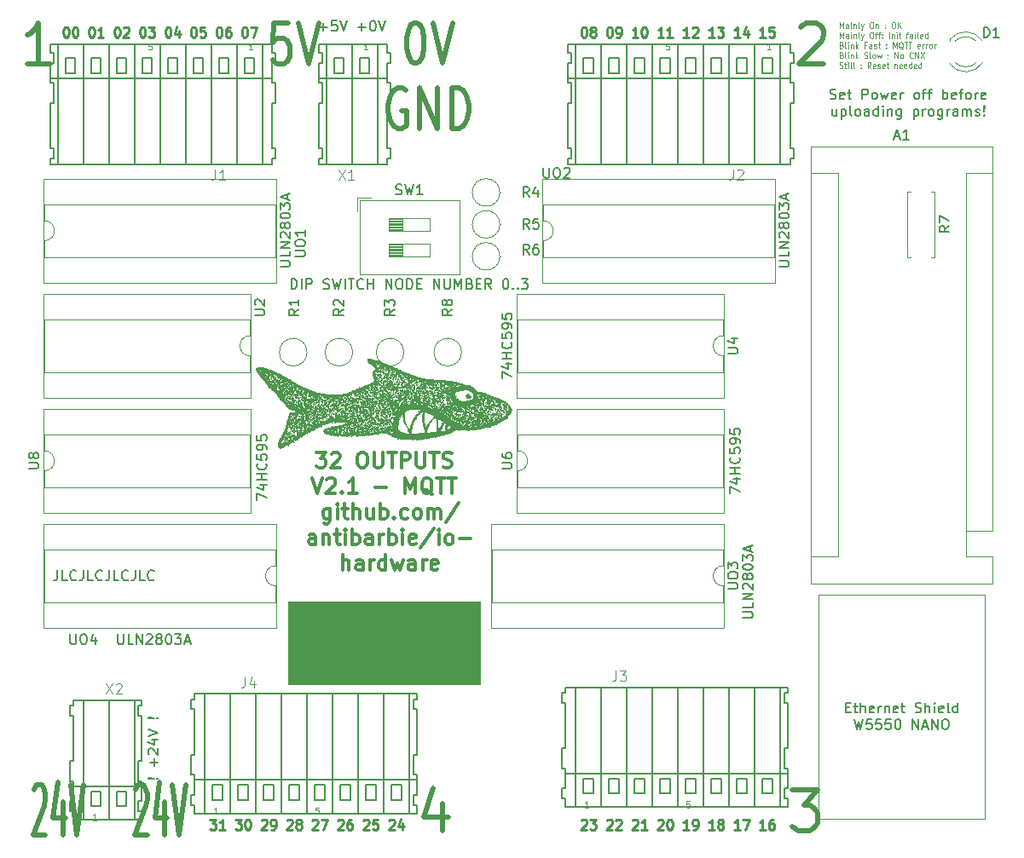
<source format=gbr>
%TF.GenerationSoftware,KiCad,Pcbnew,5.1.8-db9833491~87~ubuntu18.04.1*%
%TF.CreationDate,2020-12-15T23:06:18+01:00*%
%TF.ProjectId,Mqtt32output,4d717474-3332-46f7-9574-7075742e6b69,rev?*%
%TF.SameCoordinates,Original*%
%TF.FileFunction,Legend,Top*%
%TF.FilePolarity,Positive*%
%FSLAX46Y46*%
G04 Gerber Fmt 4.6, Leading zero omitted, Abs format (unit mm)*
G04 Created by KiCad (PCBNEW 5.1.8-db9833491~87~ubuntu18.04.1) date 2020-12-15 23:06:18*
%MOMM*%
%LPD*%
G01*
G04 APERTURE LIST*
%ADD10C,0.160000*%
%ADD11C,0.100000*%
%ADD12C,0.150000*%
%ADD13C,0.500000*%
%ADD14C,0.300000*%
%ADD15C,0.120000*%
%ADD16C,0.225000*%
%ADD17C,0.010000*%
%ADD18C,0.203200*%
%ADD19C,0.015000*%
G04 APERTURE END LIST*
D10*
X106037809Y-77557380D02*
X106037809Y-78271666D01*
X105990190Y-78414523D01*
X105894952Y-78509761D01*
X105752095Y-78557380D01*
X105656857Y-78557380D01*
X106990190Y-78557380D02*
X106514000Y-78557380D01*
X106514000Y-77557380D01*
X107894952Y-78462142D02*
X107847333Y-78509761D01*
X107704476Y-78557380D01*
X107609238Y-78557380D01*
X107466380Y-78509761D01*
X107371142Y-78414523D01*
X107323523Y-78319285D01*
X107275904Y-78128809D01*
X107275904Y-77985952D01*
X107323523Y-77795476D01*
X107371142Y-77700238D01*
X107466380Y-77605000D01*
X107609238Y-77557380D01*
X107704476Y-77557380D01*
X107847333Y-77605000D01*
X107894952Y-77652619D01*
X108609238Y-77557380D02*
X108609238Y-78271666D01*
X108561619Y-78414523D01*
X108466380Y-78509761D01*
X108323523Y-78557380D01*
X108228285Y-78557380D01*
X109561619Y-78557380D02*
X109085428Y-78557380D01*
X109085428Y-77557380D01*
X110466380Y-78462142D02*
X110418761Y-78509761D01*
X110275904Y-78557380D01*
X110180666Y-78557380D01*
X110037809Y-78509761D01*
X109942571Y-78414523D01*
X109894952Y-78319285D01*
X109847333Y-78128809D01*
X109847333Y-77985952D01*
X109894952Y-77795476D01*
X109942571Y-77700238D01*
X110037809Y-77605000D01*
X110180666Y-77557380D01*
X110275904Y-77557380D01*
X110418761Y-77605000D01*
X110466380Y-77652619D01*
X111180666Y-77557380D02*
X111180666Y-78271666D01*
X111133047Y-78414523D01*
X111037809Y-78509761D01*
X110894952Y-78557380D01*
X110799714Y-78557380D01*
X112133047Y-78557380D02*
X111656857Y-78557380D01*
X111656857Y-77557380D01*
X113037809Y-78462142D02*
X112990190Y-78509761D01*
X112847333Y-78557380D01*
X112752095Y-78557380D01*
X112609238Y-78509761D01*
X112514000Y-78414523D01*
X112466380Y-78319285D01*
X112418761Y-78128809D01*
X112418761Y-77985952D01*
X112466380Y-77795476D01*
X112514000Y-77700238D01*
X112609238Y-77605000D01*
X112752095Y-77557380D01*
X112847333Y-77557380D01*
X112990190Y-77605000D01*
X113037809Y-77652619D01*
X113752095Y-77557380D02*
X113752095Y-78271666D01*
X113704476Y-78414523D01*
X113609238Y-78509761D01*
X113466380Y-78557380D01*
X113371142Y-78557380D01*
X114704476Y-78557380D02*
X114228285Y-78557380D01*
X114228285Y-77557380D01*
X115609238Y-78462142D02*
X115561619Y-78509761D01*
X115418761Y-78557380D01*
X115323523Y-78557380D01*
X115180666Y-78509761D01*
X115085428Y-78414523D01*
X115037809Y-78319285D01*
X114990190Y-78128809D01*
X114990190Y-77985952D01*
X115037809Y-77795476D01*
X115085428Y-77700238D01*
X115180666Y-77605000D01*
X115323523Y-77557380D01*
X115418761Y-77557380D01*
X115561619Y-77605000D01*
X115609238Y-77652619D01*
D11*
X183710952Y-23671428D02*
X183710952Y-23071428D01*
X183894285Y-23500000D01*
X184077619Y-23071428D01*
X184077619Y-23671428D01*
X184575238Y-23671428D02*
X184575238Y-23357142D01*
X184549047Y-23300000D01*
X184496666Y-23271428D01*
X184391904Y-23271428D01*
X184339523Y-23300000D01*
X184575238Y-23642857D02*
X184522857Y-23671428D01*
X184391904Y-23671428D01*
X184339523Y-23642857D01*
X184313333Y-23585714D01*
X184313333Y-23528571D01*
X184339523Y-23471428D01*
X184391904Y-23442857D01*
X184522857Y-23442857D01*
X184575238Y-23414285D01*
X184837142Y-23671428D02*
X184837142Y-23271428D01*
X184837142Y-23071428D02*
X184810952Y-23100000D01*
X184837142Y-23128571D01*
X184863333Y-23100000D01*
X184837142Y-23071428D01*
X184837142Y-23128571D01*
X185099047Y-23271428D02*
X185099047Y-23671428D01*
X185099047Y-23328571D02*
X185125238Y-23300000D01*
X185177619Y-23271428D01*
X185256190Y-23271428D01*
X185308571Y-23300000D01*
X185334761Y-23357142D01*
X185334761Y-23671428D01*
X185675238Y-23671428D02*
X185622857Y-23642857D01*
X185596666Y-23585714D01*
X185596666Y-23071428D01*
X185832380Y-23271428D02*
X185963333Y-23671428D01*
X186094285Y-23271428D02*
X185963333Y-23671428D01*
X185910952Y-23814285D01*
X185884761Y-23842857D01*
X185832380Y-23871428D01*
X186827619Y-23071428D02*
X186932380Y-23071428D01*
X186984761Y-23100000D01*
X187037142Y-23157142D01*
X187063333Y-23271428D01*
X187063333Y-23471428D01*
X187037142Y-23585714D01*
X186984761Y-23642857D01*
X186932380Y-23671428D01*
X186827619Y-23671428D01*
X186775238Y-23642857D01*
X186722857Y-23585714D01*
X186696666Y-23471428D01*
X186696666Y-23271428D01*
X186722857Y-23157142D01*
X186775238Y-23100000D01*
X186827619Y-23071428D01*
X187299047Y-23271428D02*
X187299047Y-23671428D01*
X187299047Y-23328571D02*
X187325238Y-23300000D01*
X187377619Y-23271428D01*
X187456190Y-23271428D01*
X187508571Y-23300000D01*
X187534761Y-23357142D01*
X187534761Y-23671428D01*
X188215714Y-23614285D02*
X188241904Y-23642857D01*
X188215714Y-23671428D01*
X188189523Y-23642857D01*
X188215714Y-23614285D01*
X188215714Y-23671428D01*
X188215714Y-23300000D02*
X188241904Y-23328571D01*
X188215714Y-23357142D01*
X188189523Y-23328571D01*
X188215714Y-23300000D01*
X188215714Y-23357142D01*
X189001428Y-23071428D02*
X189106190Y-23071428D01*
X189158571Y-23100000D01*
X189210952Y-23157142D01*
X189237142Y-23271428D01*
X189237142Y-23471428D01*
X189210952Y-23585714D01*
X189158571Y-23642857D01*
X189106190Y-23671428D01*
X189001428Y-23671428D01*
X188949047Y-23642857D01*
X188896666Y-23585714D01*
X188870476Y-23471428D01*
X188870476Y-23271428D01*
X188896666Y-23157142D01*
X188949047Y-23100000D01*
X189001428Y-23071428D01*
X189472857Y-23671428D02*
X189472857Y-23071428D01*
X189787142Y-23671428D02*
X189551428Y-23328571D01*
X189787142Y-23071428D02*
X189472857Y-23414285D01*
X183710952Y-24671428D02*
X183710952Y-24071428D01*
X183894285Y-24500000D01*
X184077619Y-24071428D01*
X184077619Y-24671428D01*
X184575238Y-24671428D02*
X184575238Y-24357142D01*
X184549047Y-24300000D01*
X184496666Y-24271428D01*
X184391904Y-24271428D01*
X184339523Y-24300000D01*
X184575238Y-24642857D02*
X184522857Y-24671428D01*
X184391904Y-24671428D01*
X184339523Y-24642857D01*
X184313333Y-24585714D01*
X184313333Y-24528571D01*
X184339523Y-24471428D01*
X184391904Y-24442857D01*
X184522857Y-24442857D01*
X184575238Y-24414285D01*
X184837142Y-24671428D02*
X184837142Y-24271428D01*
X184837142Y-24071428D02*
X184810952Y-24100000D01*
X184837142Y-24128571D01*
X184863333Y-24100000D01*
X184837142Y-24071428D01*
X184837142Y-24128571D01*
X185099047Y-24271428D02*
X185099047Y-24671428D01*
X185099047Y-24328571D02*
X185125238Y-24300000D01*
X185177619Y-24271428D01*
X185256190Y-24271428D01*
X185308571Y-24300000D01*
X185334761Y-24357142D01*
X185334761Y-24671428D01*
X185675238Y-24671428D02*
X185622857Y-24642857D01*
X185596666Y-24585714D01*
X185596666Y-24071428D01*
X185832380Y-24271428D02*
X185963333Y-24671428D01*
X186094285Y-24271428D02*
X185963333Y-24671428D01*
X185910952Y-24814285D01*
X185884761Y-24842857D01*
X185832380Y-24871428D01*
X186827619Y-24071428D02*
X186932380Y-24071428D01*
X186984761Y-24100000D01*
X187037142Y-24157142D01*
X187063333Y-24271428D01*
X187063333Y-24471428D01*
X187037142Y-24585714D01*
X186984761Y-24642857D01*
X186932380Y-24671428D01*
X186827619Y-24671428D01*
X186775238Y-24642857D01*
X186722857Y-24585714D01*
X186696666Y-24471428D01*
X186696666Y-24271428D01*
X186722857Y-24157142D01*
X186775238Y-24100000D01*
X186827619Y-24071428D01*
X187220476Y-24271428D02*
X187430000Y-24271428D01*
X187299047Y-24671428D02*
X187299047Y-24157142D01*
X187325238Y-24100000D01*
X187377619Y-24071428D01*
X187430000Y-24071428D01*
X187534761Y-24271428D02*
X187744285Y-24271428D01*
X187613333Y-24671428D02*
X187613333Y-24157142D01*
X187639523Y-24100000D01*
X187691904Y-24071428D01*
X187744285Y-24071428D01*
X187927619Y-24614285D02*
X187953809Y-24642857D01*
X187927619Y-24671428D01*
X187901428Y-24642857D01*
X187927619Y-24614285D01*
X187927619Y-24671428D01*
X187927619Y-24300000D02*
X187953809Y-24328571D01*
X187927619Y-24357142D01*
X187901428Y-24328571D01*
X187927619Y-24300000D01*
X187927619Y-24357142D01*
X188608571Y-24671428D02*
X188608571Y-24071428D01*
X188870476Y-24271428D02*
X188870476Y-24671428D01*
X188870476Y-24328571D02*
X188896666Y-24300000D01*
X188949047Y-24271428D01*
X189027619Y-24271428D01*
X189080000Y-24300000D01*
X189106190Y-24357142D01*
X189106190Y-24671428D01*
X189368095Y-24671428D02*
X189368095Y-24271428D01*
X189368095Y-24071428D02*
X189341904Y-24100000D01*
X189368095Y-24128571D01*
X189394285Y-24100000D01*
X189368095Y-24071428D01*
X189368095Y-24128571D01*
X189551428Y-24271428D02*
X189760952Y-24271428D01*
X189630000Y-24071428D02*
X189630000Y-24585714D01*
X189656190Y-24642857D01*
X189708571Y-24671428D01*
X189760952Y-24671428D01*
X190284761Y-24271428D02*
X190494285Y-24271428D01*
X190363333Y-24671428D02*
X190363333Y-24157142D01*
X190389523Y-24100000D01*
X190441904Y-24071428D01*
X190494285Y-24071428D01*
X190913333Y-24671428D02*
X190913333Y-24357142D01*
X190887142Y-24300000D01*
X190834761Y-24271428D01*
X190730000Y-24271428D01*
X190677619Y-24300000D01*
X190913333Y-24642857D02*
X190860952Y-24671428D01*
X190730000Y-24671428D01*
X190677619Y-24642857D01*
X190651428Y-24585714D01*
X190651428Y-24528571D01*
X190677619Y-24471428D01*
X190730000Y-24442857D01*
X190860952Y-24442857D01*
X190913333Y-24414285D01*
X191175238Y-24671428D02*
X191175238Y-24271428D01*
X191175238Y-24071428D02*
X191149047Y-24100000D01*
X191175238Y-24128571D01*
X191201428Y-24100000D01*
X191175238Y-24071428D01*
X191175238Y-24128571D01*
X191515714Y-24671428D02*
X191463333Y-24642857D01*
X191437142Y-24585714D01*
X191437142Y-24071428D01*
X191934761Y-24642857D02*
X191882380Y-24671428D01*
X191777619Y-24671428D01*
X191725238Y-24642857D01*
X191699047Y-24585714D01*
X191699047Y-24357142D01*
X191725238Y-24300000D01*
X191777619Y-24271428D01*
X191882380Y-24271428D01*
X191934761Y-24300000D01*
X191960952Y-24357142D01*
X191960952Y-24414285D01*
X191699047Y-24471428D01*
X192432380Y-24671428D02*
X192432380Y-24071428D01*
X192432380Y-24642857D02*
X192380000Y-24671428D01*
X192275238Y-24671428D01*
X192222857Y-24642857D01*
X192196666Y-24614285D01*
X192170476Y-24557142D01*
X192170476Y-24385714D01*
X192196666Y-24328571D01*
X192222857Y-24300000D01*
X192275238Y-24271428D01*
X192380000Y-24271428D01*
X192432380Y-24300000D01*
X183894285Y-25357142D02*
X183972857Y-25385714D01*
X183999047Y-25414285D01*
X184025238Y-25471428D01*
X184025238Y-25557142D01*
X183999047Y-25614285D01*
X183972857Y-25642857D01*
X183920476Y-25671428D01*
X183710952Y-25671428D01*
X183710952Y-25071428D01*
X183894285Y-25071428D01*
X183946666Y-25100000D01*
X183972857Y-25128571D01*
X183999047Y-25185714D01*
X183999047Y-25242857D01*
X183972857Y-25300000D01*
X183946666Y-25328571D01*
X183894285Y-25357142D01*
X183710952Y-25357142D01*
X184339523Y-25671428D02*
X184287142Y-25642857D01*
X184260952Y-25585714D01*
X184260952Y-25071428D01*
X184549047Y-25671428D02*
X184549047Y-25271428D01*
X184549047Y-25071428D02*
X184522857Y-25100000D01*
X184549047Y-25128571D01*
X184575238Y-25100000D01*
X184549047Y-25071428D01*
X184549047Y-25128571D01*
X184810952Y-25271428D02*
X184810952Y-25671428D01*
X184810952Y-25328571D02*
X184837142Y-25300000D01*
X184889523Y-25271428D01*
X184968095Y-25271428D01*
X185020476Y-25300000D01*
X185046666Y-25357142D01*
X185046666Y-25671428D01*
X185308571Y-25671428D02*
X185308571Y-25071428D01*
X185360952Y-25442857D02*
X185518095Y-25671428D01*
X185518095Y-25271428D02*
X185308571Y-25500000D01*
X186356190Y-25357142D02*
X186172857Y-25357142D01*
X186172857Y-25671428D02*
X186172857Y-25071428D01*
X186434761Y-25071428D01*
X186880000Y-25671428D02*
X186880000Y-25357142D01*
X186853809Y-25300000D01*
X186801428Y-25271428D01*
X186696666Y-25271428D01*
X186644285Y-25300000D01*
X186880000Y-25642857D02*
X186827619Y-25671428D01*
X186696666Y-25671428D01*
X186644285Y-25642857D01*
X186618095Y-25585714D01*
X186618095Y-25528571D01*
X186644285Y-25471428D01*
X186696666Y-25442857D01*
X186827619Y-25442857D01*
X186880000Y-25414285D01*
X187115714Y-25642857D02*
X187168095Y-25671428D01*
X187272857Y-25671428D01*
X187325238Y-25642857D01*
X187351428Y-25585714D01*
X187351428Y-25557142D01*
X187325238Y-25500000D01*
X187272857Y-25471428D01*
X187194285Y-25471428D01*
X187141904Y-25442857D01*
X187115714Y-25385714D01*
X187115714Y-25357142D01*
X187141904Y-25300000D01*
X187194285Y-25271428D01*
X187272857Y-25271428D01*
X187325238Y-25300000D01*
X187508571Y-25271428D02*
X187718095Y-25271428D01*
X187587142Y-25071428D02*
X187587142Y-25585714D01*
X187613333Y-25642857D01*
X187665714Y-25671428D01*
X187718095Y-25671428D01*
X188320476Y-25614285D02*
X188346666Y-25642857D01*
X188320476Y-25671428D01*
X188294285Y-25642857D01*
X188320476Y-25614285D01*
X188320476Y-25671428D01*
X188320476Y-25300000D02*
X188346666Y-25328571D01*
X188320476Y-25357142D01*
X188294285Y-25328571D01*
X188320476Y-25300000D01*
X188320476Y-25357142D01*
X189001428Y-25671428D02*
X189001428Y-25071428D01*
X189184761Y-25500000D01*
X189368095Y-25071428D01*
X189368095Y-25671428D01*
X189996666Y-25728571D02*
X189944285Y-25700000D01*
X189891904Y-25642857D01*
X189813333Y-25557142D01*
X189760952Y-25528571D01*
X189708571Y-25528571D01*
X189734761Y-25671428D02*
X189682380Y-25642857D01*
X189630000Y-25585714D01*
X189603809Y-25471428D01*
X189603809Y-25271428D01*
X189630000Y-25157142D01*
X189682380Y-25100000D01*
X189734761Y-25071428D01*
X189839523Y-25071428D01*
X189891904Y-25100000D01*
X189944285Y-25157142D01*
X189970476Y-25271428D01*
X189970476Y-25471428D01*
X189944285Y-25585714D01*
X189891904Y-25642857D01*
X189839523Y-25671428D01*
X189734761Y-25671428D01*
X190127619Y-25071428D02*
X190441904Y-25071428D01*
X190284761Y-25671428D02*
X190284761Y-25071428D01*
X190546666Y-25071428D02*
X190860952Y-25071428D01*
X190703809Y-25671428D02*
X190703809Y-25071428D01*
X191672857Y-25642857D02*
X191620476Y-25671428D01*
X191515714Y-25671428D01*
X191463333Y-25642857D01*
X191437142Y-25585714D01*
X191437142Y-25357142D01*
X191463333Y-25300000D01*
X191515714Y-25271428D01*
X191620476Y-25271428D01*
X191672857Y-25300000D01*
X191699047Y-25357142D01*
X191699047Y-25414285D01*
X191437142Y-25471428D01*
X191934761Y-25671428D02*
X191934761Y-25271428D01*
X191934761Y-25385714D02*
X191960952Y-25328571D01*
X191987142Y-25300000D01*
X192039523Y-25271428D01*
X192091904Y-25271428D01*
X192275238Y-25671428D02*
X192275238Y-25271428D01*
X192275238Y-25385714D02*
X192301428Y-25328571D01*
X192327619Y-25300000D01*
X192380000Y-25271428D01*
X192432380Y-25271428D01*
X192694285Y-25671428D02*
X192641904Y-25642857D01*
X192615714Y-25614285D01*
X192589523Y-25557142D01*
X192589523Y-25385714D01*
X192615714Y-25328571D01*
X192641904Y-25300000D01*
X192694285Y-25271428D01*
X192772857Y-25271428D01*
X192825238Y-25300000D01*
X192851428Y-25328571D01*
X192877619Y-25385714D01*
X192877619Y-25557142D01*
X192851428Y-25614285D01*
X192825238Y-25642857D01*
X192772857Y-25671428D01*
X192694285Y-25671428D01*
X193113333Y-25671428D02*
X193113333Y-25271428D01*
X193113333Y-25385714D02*
X193139523Y-25328571D01*
X193165714Y-25300000D01*
X193218095Y-25271428D01*
X193270476Y-25271428D01*
X183894285Y-26357142D02*
X183972857Y-26385714D01*
X183999047Y-26414285D01*
X184025238Y-26471428D01*
X184025238Y-26557142D01*
X183999047Y-26614285D01*
X183972857Y-26642857D01*
X183920476Y-26671428D01*
X183710952Y-26671428D01*
X183710952Y-26071428D01*
X183894285Y-26071428D01*
X183946666Y-26100000D01*
X183972857Y-26128571D01*
X183999047Y-26185714D01*
X183999047Y-26242857D01*
X183972857Y-26300000D01*
X183946666Y-26328571D01*
X183894285Y-26357142D01*
X183710952Y-26357142D01*
X184339523Y-26671428D02*
X184287142Y-26642857D01*
X184260952Y-26585714D01*
X184260952Y-26071428D01*
X184549047Y-26671428D02*
X184549047Y-26271428D01*
X184549047Y-26071428D02*
X184522857Y-26100000D01*
X184549047Y-26128571D01*
X184575238Y-26100000D01*
X184549047Y-26071428D01*
X184549047Y-26128571D01*
X184810952Y-26271428D02*
X184810952Y-26671428D01*
X184810952Y-26328571D02*
X184837142Y-26300000D01*
X184889523Y-26271428D01*
X184968095Y-26271428D01*
X185020476Y-26300000D01*
X185046666Y-26357142D01*
X185046666Y-26671428D01*
X185308571Y-26671428D02*
X185308571Y-26071428D01*
X185360952Y-26442857D02*
X185518095Y-26671428D01*
X185518095Y-26271428D02*
X185308571Y-26500000D01*
X186146666Y-26642857D02*
X186225238Y-26671428D01*
X186356190Y-26671428D01*
X186408571Y-26642857D01*
X186434761Y-26614285D01*
X186460952Y-26557142D01*
X186460952Y-26500000D01*
X186434761Y-26442857D01*
X186408571Y-26414285D01*
X186356190Y-26385714D01*
X186251428Y-26357142D01*
X186199047Y-26328571D01*
X186172857Y-26300000D01*
X186146666Y-26242857D01*
X186146666Y-26185714D01*
X186172857Y-26128571D01*
X186199047Y-26100000D01*
X186251428Y-26071428D01*
X186382380Y-26071428D01*
X186460952Y-26100000D01*
X186775238Y-26671428D02*
X186722857Y-26642857D01*
X186696666Y-26585714D01*
X186696666Y-26071428D01*
X187063333Y-26671428D02*
X187010952Y-26642857D01*
X186984761Y-26614285D01*
X186958571Y-26557142D01*
X186958571Y-26385714D01*
X186984761Y-26328571D01*
X187010952Y-26300000D01*
X187063333Y-26271428D01*
X187141904Y-26271428D01*
X187194285Y-26300000D01*
X187220476Y-26328571D01*
X187246666Y-26385714D01*
X187246666Y-26557142D01*
X187220476Y-26614285D01*
X187194285Y-26642857D01*
X187141904Y-26671428D01*
X187063333Y-26671428D01*
X187430000Y-26271428D02*
X187534761Y-26671428D01*
X187639523Y-26385714D01*
X187744285Y-26671428D01*
X187849047Y-26271428D01*
X188477619Y-26614285D02*
X188503809Y-26642857D01*
X188477619Y-26671428D01*
X188451428Y-26642857D01*
X188477619Y-26614285D01*
X188477619Y-26671428D01*
X188477619Y-26300000D02*
X188503809Y-26328571D01*
X188477619Y-26357142D01*
X188451428Y-26328571D01*
X188477619Y-26300000D01*
X188477619Y-26357142D01*
X189158571Y-26671428D02*
X189158571Y-26071428D01*
X189472857Y-26671428D01*
X189472857Y-26071428D01*
X189813333Y-26671428D02*
X189760952Y-26642857D01*
X189734761Y-26614285D01*
X189708571Y-26557142D01*
X189708571Y-26385714D01*
X189734761Y-26328571D01*
X189760952Y-26300000D01*
X189813333Y-26271428D01*
X189891904Y-26271428D01*
X189944285Y-26300000D01*
X189970476Y-26328571D01*
X189996666Y-26385714D01*
X189996666Y-26557142D01*
X189970476Y-26614285D01*
X189944285Y-26642857D01*
X189891904Y-26671428D01*
X189813333Y-26671428D01*
X190965714Y-26614285D02*
X190939523Y-26642857D01*
X190860952Y-26671428D01*
X190808571Y-26671428D01*
X190730000Y-26642857D01*
X190677619Y-26585714D01*
X190651428Y-26528571D01*
X190625238Y-26414285D01*
X190625238Y-26328571D01*
X190651428Y-26214285D01*
X190677619Y-26157142D01*
X190730000Y-26100000D01*
X190808571Y-26071428D01*
X190860952Y-26071428D01*
X190939523Y-26100000D01*
X190965714Y-26128571D01*
X191201428Y-26671428D02*
X191201428Y-26071428D01*
X191515714Y-26671428D01*
X191515714Y-26071428D01*
X191725238Y-26071428D02*
X192091904Y-26671428D01*
X192091904Y-26071428D02*
X191725238Y-26671428D01*
X183684761Y-27642857D02*
X183763333Y-27671428D01*
X183894285Y-27671428D01*
X183946666Y-27642857D01*
X183972857Y-27614285D01*
X183999047Y-27557142D01*
X183999047Y-27500000D01*
X183972857Y-27442857D01*
X183946666Y-27414285D01*
X183894285Y-27385714D01*
X183789523Y-27357142D01*
X183737142Y-27328571D01*
X183710952Y-27300000D01*
X183684761Y-27242857D01*
X183684761Y-27185714D01*
X183710952Y-27128571D01*
X183737142Y-27100000D01*
X183789523Y-27071428D01*
X183920476Y-27071428D01*
X183999047Y-27100000D01*
X184156190Y-27271428D02*
X184365714Y-27271428D01*
X184234761Y-27071428D02*
X184234761Y-27585714D01*
X184260952Y-27642857D01*
X184313333Y-27671428D01*
X184365714Y-27671428D01*
X184549047Y-27671428D02*
X184549047Y-27271428D01*
X184549047Y-27071428D02*
X184522857Y-27100000D01*
X184549047Y-27128571D01*
X184575238Y-27100000D01*
X184549047Y-27071428D01*
X184549047Y-27128571D01*
X184889523Y-27671428D02*
X184837142Y-27642857D01*
X184810952Y-27585714D01*
X184810952Y-27071428D01*
X185177619Y-27671428D02*
X185125238Y-27642857D01*
X185099047Y-27585714D01*
X185099047Y-27071428D01*
X185806190Y-27614285D02*
X185832380Y-27642857D01*
X185806190Y-27671428D01*
X185780000Y-27642857D01*
X185806190Y-27614285D01*
X185806190Y-27671428D01*
X185806190Y-27300000D02*
X185832380Y-27328571D01*
X185806190Y-27357142D01*
X185780000Y-27328571D01*
X185806190Y-27300000D01*
X185806190Y-27357142D01*
X186801428Y-27671428D02*
X186618095Y-27385714D01*
X186487142Y-27671428D02*
X186487142Y-27071428D01*
X186696666Y-27071428D01*
X186749047Y-27100000D01*
X186775238Y-27128571D01*
X186801428Y-27185714D01*
X186801428Y-27271428D01*
X186775238Y-27328571D01*
X186749047Y-27357142D01*
X186696666Y-27385714D01*
X186487142Y-27385714D01*
X187246666Y-27642857D02*
X187194285Y-27671428D01*
X187089523Y-27671428D01*
X187037142Y-27642857D01*
X187010952Y-27585714D01*
X187010952Y-27357142D01*
X187037142Y-27300000D01*
X187089523Y-27271428D01*
X187194285Y-27271428D01*
X187246666Y-27300000D01*
X187272857Y-27357142D01*
X187272857Y-27414285D01*
X187010952Y-27471428D01*
X187482380Y-27642857D02*
X187534761Y-27671428D01*
X187639523Y-27671428D01*
X187691904Y-27642857D01*
X187718095Y-27585714D01*
X187718095Y-27557142D01*
X187691904Y-27500000D01*
X187639523Y-27471428D01*
X187560952Y-27471428D01*
X187508571Y-27442857D01*
X187482380Y-27385714D01*
X187482380Y-27357142D01*
X187508571Y-27300000D01*
X187560952Y-27271428D01*
X187639523Y-27271428D01*
X187691904Y-27300000D01*
X188163333Y-27642857D02*
X188110952Y-27671428D01*
X188006190Y-27671428D01*
X187953809Y-27642857D01*
X187927619Y-27585714D01*
X187927619Y-27357142D01*
X187953809Y-27300000D01*
X188006190Y-27271428D01*
X188110952Y-27271428D01*
X188163333Y-27300000D01*
X188189523Y-27357142D01*
X188189523Y-27414285D01*
X187927619Y-27471428D01*
X188346666Y-27271428D02*
X188556190Y-27271428D01*
X188425238Y-27071428D02*
X188425238Y-27585714D01*
X188451428Y-27642857D01*
X188503809Y-27671428D01*
X188556190Y-27671428D01*
X189158571Y-27271428D02*
X189158571Y-27671428D01*
X189158571Y-27328571D02*
X189184761Y-27300000D01*
X189237142Y-27271428D01*
X189315714Y-27271428D01*
X189368095Y-27300000D01*
X189394285Y-27357142D01*
X189394285Y-27671428D01*
X189865714Y-27642857D02*
X189813333Y-27671428D01*
X189708571Y-27671428D01*
X189656190Y-27642857D01*
X189630000Y-27585714D01*
X189630000Y-27357142D01*
X189656190Y-27300000D01*
X189708571Y-27271428D01*
X189813333Y-27271428D01*
X189865714Y-27300000D01*
X189891904Y-27357142D01*
X189891904Y-27414285D01*
X189630000Y-27471428D01*
X190337142Y-27642857D02*
X190284761Y-27671428D01*
X190180000Y-27671428D01*
X190127619Y-27642857D01*
X190101428Y-27585714D01*
X190101428Y-27357142D01*
X190127619Y-27300000D01*
X190180000Y-27271428D01*
X190284761Y-27271428D01*
X190337142Y-27300000D01*
X190363333Y-27357142D01*
X190363333Y-27414285D01*
X190101428Y-27471428D01*
X190834761Y-27671428D02*
X190834761Y-27071428D01*
X190834761Y-27642857D02*
X190782380Y-27671428D01*
X190677619Y-27671428D01*
X190625238Y-27642857D01*
X190599047Y-27614285D01*
X190572857Y-27557142D01*
X190572857Y-27385714D01*
X190599047Y-27328571D01*
X190625238Y-27300000D01*
X190677619Y-27271428D01*
X190782380Y-27271428D01*
X190834761Y-27300000D01*
X191306190Y-27642857D02*
X191253809Y-27671428D01*
X191149047Y-27671428D01*
X191096666Y-27642857D01*
X191070476Y-27585714D01*
X191070476Y-27357142D01*
X191096666Y-27300000D01*
X191149047Y-27271428D01*
X191253809Y-27271428D01*
X191306190Y-27300000D01*
X191332380Y-27357142D01*
X191332380Y-27414285D01*
X191070476Y-27471428D01*
X191803809Y-27671428D02*
X191803809Y-27071428D01*
X191803809Y-27642857D02*
X191751428Y-27671428D01*
X191646666Y-27671428D01*
X191594285Y-27642857D01*
X191568095Y-27614285D01*
X191541904Y-27557142D01*
X191541904Y-27385714D01*
X191568095Y-27328571D01*
X191594285Y-27300000D01*
X191646666Y-27271428D01*
X191751428Y-27271428D01*
X191803809Y-27300000D01*
D12*
X135874285Y-23566428D02*
X136636190Y-23566428D01*
X136255238Y-23947380D02*
X136255238Y-23185476D01*
X137302857Y-22947380D02*
X137398095Y-22947380D01*
X137493333Y-22995000D01*
X137540952Y-23042619D01*
X137588571Y-23137857D01*
X137636190Y-23328333D01*
X137636190Y-23566428D01*
X137588571Y-23756904D01*
X137540952Y-23852142D01*
X137493333Y-23899761D01*
X137398095Y-23947380D01*
X137302857Y-23947380D01*
X137207619Y-23899761D01*
X137160000Y-23852142D01*
X137112380Y-23756904D01*
X137064761Y-23566428D01*
X137064761Y-23328333D01*
X137112380Y-23137857D01*
X137160000Y-23042619D01*
X137207619Y-22995000D01*
X137302857Y-22947380D01*
X137921904Y-22947380D02*
X138255238Y-23947380D01*
X138588571Y-22947380D01*
D11*
G36*
X147955000Y-88900000D02*
G01*
X128905000Y-88900000D01*
X128905000Y-80645000D01*
X147955000Y-80645000D01*
X147955000Y-88900000D01*
G37*
X147955000Y-88900000D02*
X128905000Y-88900000D01*
X128905000Y-80645000D01*
X147955000Y-80645000D01*
X147955000Y-88900000D01*
D13*
X144271904Y-100742857D02*
X144271904Y-103409523D01*
X143319523Y-99219047D02*
X142367142Y-102076190D01*
X144843333Y-102076190D01*
X179006666Y-99409523D02*
X181482857Y-99409523D01*
X180149523Y-100933333D01*
X180720952Y-100933333D01*
X181101904Y-101123809D01*
X181292380Y-101314285D01*
X181482857Y-101695238D01*
X181482857Y-102647619D01*
X181292380Y-103028571D01*
X181101904Y-103219047D01*
X180720952Y-103409523D01*
X179578095Y-103409523D01*
X179197142Y-103219047D01*
X179006666Y-103028571D01*
X105282857Y-27209523D02*
X102997142Y-27209523D01*
X104140000Y-27209523D02*
X104140000Y-23209523D01*
X103759047Y-23780952D01*
X103378095Y-24161904D01*
X102997142Y-24352380D01*
X179832142Y-23590476D02*
X180022619Y-23400000D01*
X180403571Y-23209523D01*
X181355952Y-23209523D01*
X181736904Y-23400000D01*
X181927380Y-23590476D01*
X182117857Y-23971428D01*
X182117857Y-24352380D01*
X181927380Y-24923809D01*
X179641666Y-27209523D01*
X182117857Y-27209523D01*
D14*
X131743571Y-65833571D02*
X132672142Y-65833571D01*
X132172142Y-66405000D01*
X132386428Y-66405000D01*
X132529285Y-66476428D01*
X132600714Y-66547857D01*
X132672142Y-66690714D01*
X132672142Y-67047857D01*
X132600714Y-67190714D01*
X132529285Y-67262142D01*
X132386428Y-67333571D01*
X131957857Y-67333571D01*
X131815000Y-67262142D01*
X131743571Y-67190714D01*
X133243571Y-65976428D02*
X133315000Y-65905000D01*
X133457857Y-65833571D01*
X133815000Y-65833571D01*
X133957857Y-65905000D01*
X134029285Y-65976428D01*
X134100714Y-66119285D01*
X134100714Y-66262142D01*
X134029285Y-66476428D01*
X133172142Y-67333571D01*
X134100714Y-67333571D01*
X136172142Y-65833571D02*
X136457857Y-65833571D01*
X136600714Y-65905000D01*
X136743571Y-66047857D01*
X136815000Y-66333571D01*
X136815000Y-66833571D01*
X136743571Y-67119285D01*
X136600714Y-67262142D01*
X136457857Y-67333571D01*
X136172142Y-67333571D01*
X136029285Y-67262142D01*
X135886428Y-67119285D01*
X135815000Y-66833571D01*
X135815000Y-66333571D01*
X135886428Y-66047857D01*
X136029285Y-65905000D01*
X136172142Y-65833571D01*
X137457857Y-65833571D02*
X137457857Y-67047857D01*
X137529285Y-67190714D01*
X137600714Y-67262142D01*
X137743571Y-67333571D01*
X138029285Y-67333571D01*
X138172142Y-67262142D01*
X138243571Y-67190714D01*
X138315000Y-67047857D01*
X138315000Y-65833571D01*
X138815000Y-65833571D02*
X139672142Y-65833571D01*
X139243571Y-67333571D02*
X139243571Y-65833571D01*
X140172142Y-67333571D02*
X140172142Y-65833571D01*
X140743571Y-65833571D01*
X140886428Y-65905000D01*
X140957857Y-65976428D01*
X141029285Y-66119285D01*
X141029285Y-66333571D01*
X140957857Y-66476428D01*
X140886428Y-66547857D01*
X140743571Y-66619285D01*
X140172142Y-66619285D01*
X141672142Y-65833571D02*
X141672142Y-67047857D01*
X141743571Y-67190714D01*
X141815000Y-67262142D01*
X141957857Y-67333571D01*
X142243571Y-67333571D01*
X142386428Y-67262142D01*
X142457857Y-67190714D01*
X142529285Y-67047857D01*
X142529285Y-65833571D01*
X143029285Y-65833571D02*
X143886428Y-65833571D01*
X143457857Y-67333571D02*
X143457857Y-65833571D01*
X144315000Y-67262142D02*
X144529285Y-67333571D01*
X144886428Y-67333571D01*
X145029285Y-67262142D01*
X145100714Y-67190714D01*
X145172142Y-67047857D01*
X145172142Y-66905000D01*
X145100714Y-66762142D01*
X145029285Y-66690714D01*
X144886428Y-66619285D01*
X144600714Y-66547857D01*
X144457857Y-66476428D01*
X144386428Y-66405000D01*
X144315000Y-66262142D01*
X144315000Y-66119285D01*
X144386428Y-65976428D01*
X144457857Y-65905000D01*
X144600714Y-65833571D01*
X144957857Y-65833571D01*
X145172142Y-65905000D01*
X131350714Y-68383571D02*
X131850714Y-69883571D01*
X132350714Y-68383571D01*
X132779285Y-68526428D02*
X132850714Y-68455000D01*
X132993571Y-68383571D01*
X133350714Y-68383571D01*
X133493571Y-68455000D01*
X133564999Y-68526428D01*
X133636428Y-68669285D01*
X133636428Y-68812142D01*
X133564999Y-69026428D01*
X132707857Y-69883571D01*
X133636428Y-69883571D01*
X134279285Y-69740714D02*
X134350714Y-69812142D01*
X134279285Y-69883571D01*
X134207857Y-69812142D01*
X134279285Y-69740714D01*
X134279285Y-69883571D01*
X135779285Y-69883571D02*
X134922142Y-69883571D01*
X135350714Y-69883571D02*
X135350714Y-68383571D01*
X135207857Y-68597857D01*
X135065000Y-68740714D01*
X134922142Y-68812142D01*
X137565000Y-69312142D02*
X138707857Y-69312142D01*
X140565000Y-69883571D02*
X140565000Y-68383571D01*
X141065000Y-69455000D01*
X141565000Y-68383571D01*
X141565000Y-69883571D01*
X143279285Y-70026428D02*
X143136428Y-69955000D01*
X142993571Y-69812142D01*
X142779285Y-69597857D01*
X142636428Y-69526428D01*
X142493571Y-69526428D01*
X142565000Y-69883571D02*
X142422142Y-69812142D01*
X142279285Y-69669285D01*
X142207857Y-69383571D01*
X142207857Y-68883571D01*
X142279285Y-68597857D01*
X142422142Y-68455000D01*
X142565000Y-68383571D01*
X142850714Y-68383571D01*
X142993571Y-68455000D01*
X143136428Y-68597857D01*
X143207857Y-68883571D01*
X143207857Y-69383571D01*
X143136428Y-69669285D01*
X142993571Y-69812142D01*
X142850714Y-69883571D01*
X142565000Y-69883571D01*
X143636428Y-68383571D02*
X144493571Y-68383571D01*
X144065000Y-69883571D02*
X144065000Y-68383571D01*
X144779285Y-68383571D02*
X145636428Y-68383571D01*
X145207857Y-69883571D02*
X145207857Y-68383571D01*
X133100714Y-71433571D02*
X133100714Y-72647857D01*
X133029285Y-72790714D01*
X132957857Y-72862142D01*
X132815000Y-72933571D01*
X132600714Y-72933571D01*
X132457857Y-72862142D01*
X133100714Y-72362142D02*
X132957857Y-72433571D01*
X132672142Y-72433571D01*
X132529285Y-72362142D01*
X132457857Y-72290714D01*
X132386428Y-72147857D01*
X132386428Y-71719285D01*
X132457857Y-71576428D01*
X132529285Y-71505000D01*
X132672142Y-71433571D01*
X132957857Y-71433571D01*
X133100714Y-71505000D01*
X133815000Y-72433571D02*
X133815000Y-71433571D01*
X133815000Y-70933571D02*
X133743571Y-71005000D01*
X133815000Y-71076428D01*
X133886428Y-71005000D01*
X133815000Y-70933571D01*
X133815000Y-71076428D01*
X134315000Y-71433571D02*
X134886428Y-71433571D01*
X134529285Y-70933571D02*
X134529285Y-72219285D01*
X134600714Y-72362142D01*
X134743571Y-72433571D01*
X134886428Y-72433571D01*
X135386428Y-72433571D02*
X135386428Y-70933571D01*
X136029285Y-72433571D02*
X136029285Y-71647857D01*
X135957857Y-71505000D01*
X135815000Y-71433571D01*
X135600714Y-71433571D01*
X135457857Y-71505000D01*
X135386428Y-71576428D01*
X137386428Y-71433571D02*
X137386428Y-72433571D01*
X136743571Y-71433571D02*
X136743571Y-72219285D01*
X136815000Y-72362142D01*
X136957857Y-72433571D01*
X137172142Y-72433571D01*
X137315000Y-72362142D01*
X137386428Y-72290714D01*
X138100714Y-72433571D02*
X138100714Y-70933571D01*
X138100714Y-71505000D02*
X138243571Y-71433571D01*
X138529285Y-71433571D01*
X138672142Y-71505000D01*
X138743571Y-71576428D01*
X138815000Y-71719285D01*
X138815000Y-72147857D01*
X138743571Y-72290714D01*
X138672142Y-72362142D01*
X138529285Y-72433571D01*
X138243571Y-72433571D01*
X138100714Y-72362142D01*
X139457857Y-72290714D02*
X139529285Y-72362142D01*
X139457857Y-72433571D01*
X139386428Y-72362142D01*
X139457857Y-72290714D01*
X139457857Y-72433571D01*
X140815000Y-72362142D02*
X140672142Y-72433571D01*
X140386428Y-72433571D01*
X140243571Y-72362142D01*
X140172142Y-72290714D01*
X140100714Y-72147857D01*
X140100714Y-71719285D01*
X140172142Y-71576428D01*
X140243571Y-71505000D01*
X140386428Y-71433571D01*
X140672142Y-71433571D01*
X140815000Y-71505000D01*
X141672142Y-72433571D02*
X141529285Y-72362142D01*
X141457857Y-72290714D01*
X141386428Y-72147857D01*
X141386428Y-71719285D01*
X141457857Y-71576428D01*
X141529285Y-71505000D01*
X141672142Y-71433571D01*
X141886428Y-71433571D01*
X142029285Y-71505000D01*
X142100714Y-71576428D01*
X142172142Y-71719285D01*
X142172142Y-72147857D01*
X142100714Y-72290714D01*
X142029285Y-72362142D01*
X141886428Y-72433571D01*
X141672142Y-72433571D01*
X142815000Y-72433571D02*
X142815000Y-71433571D01*
X142815000Y-71576428D02*
X142886428Y-71505000D01*
X143029285Y-71433571D01*
X143243571Y-71433571D01*
X143386428Y-71505000D01*
X143457857Y-71647857D01*
X143457857Y-72433571D01*
X143457857Y-71647857D02*
X143529285Y-71505000D01*
X143672142Y-71433571D01*
X143886428Y-71433571D01*
X144029285Y-71505000D01*
X144100714Y-71647857D01*
X144100714Y-72433571D01*
X145886428Y-70862142D02*
X144600714Y-72790714D01*
X131672142Y-74983571D02*
X131672142Y-74197857D01*
X131600714Y-74055000D01*
X131457857Y-73983571D01*
X131172142Y-73983571D01*
X131029285Y-74055000D01*
X131672142Y-74912142D02*
X131529285Y-74983571D01*
X131172142Y-74983571D01*
X131029285Y-74912142D01*
X130957857Y-74769285D01*
X130957857Y-74626428D01*
X131029285Y-74483571D01*
X131172142Y-74412142D01*
X131529285Y-74412142D01*
X131672142Y-74340714D01*
X132386428Y-73983571D02*
X132386428Y-74983571D01*
X132386428Y-74126428D02*
X132457857Y-74055000D01*
X132600714Y-73983571D01*
X132815000Y-73983571D01*
X132957857Y-74055000D01*
X133029285Y-74197857D01*
X133029285Y-74983571D01*
X133529285Y-73983571D02*
X134100714Y-73983571D01*
X133743571Y-73483571D02*
X133743571Y-74769285D01*
X133815000Y-74912142D01*
X133957857Y-74983571D01*
X134100714Y-74983571D01*
X134600714Y-74983571D02*
X134600714Y-73983571D01*
X134600714Y-73483571D02*
X134529285Y-73555000D01*
X134600714Y-73626428D01*
X134672142Y-73555000D01*
X134600714Y-73483571D01*
X134600714Y-73626428D01*
X135315000Y-74983571D02*
X135315000Y-73483571D01*
X135315000Y-74055000D02*
X135457857Y-73983571D01*
X135743571Y-73983571D01*
X135886428Y-74055000D01*
X135957857Y-74126428D01*
X136029285Y-74269285D01*
X136029285Y-74697857D01*
X135957857Y-74840714D01*
X135886428Y-74912142D01*
X135743571Y-74983571D01*
X135457857Y-74983571D01*
X135315000Y-74912142D01*
X137315000Y-74983571D02*
X137315000Y-74197857D01*
X137243571Y-74055000D01*
X137100714Y-73983571D01*
X136815000Y-73983571D01*
X136672142Y-74055000D01*
X137315000Y-74912142D02*
X137172142Y-74983571D01*
X136815000Y-74983571D01*
X136672142Y-74912142D01*
X136600714Y-74769285D01*
X136600714Y-74626428D01*
X136672142Y-74483571D01*
X136815000Y-74412142D01*
X137172142Y-74412142D01*
X137315000Y-74340714D01*
X138029285Y-74983571D02*
X138029285Y-73983571D01*
X138029285Y-74269285D02*
X138100714Y-74126428D01*
X138172142Y-74055000D01*
X138315000Y-73983571D01*
X138457857Y-73983571D01*
X138957857Y-74983571D02*
X138957857Y-73483571D01*
X138957857Y-74055000D02*
X139100714Y-73983571D01*
X139386428Y-73983571D01*
X139529285Y-74055000D01*
X139600714Y-74126428D01*
X139672142Y-74269285D01*
X139672142Y-74697857D01*
X139600714Y-74840714D01*
X139529285Y-74912142D01*
X139386428Y-74983571D01*
X139100714Y-74983571D01*
X138957857Y-74912142D01*
X140315000Y-74983571D02*
X140315000Y-73983571D01*
X140315000Y-73483571D02*
X140243571Y-73555000D01*
X140315000Y-73626428D01*
X140386428Y-73555000D01*
X140315000Y-73483571D01*
X140315000Y-73626428D01*
X141600714Y-74912142D02*
X141457857Y-74983571D01*
X141172142Y-74983571D01*
X141029285Y-74912142D01*
X140957857Y-74769285D01*
X140957857Y-74197857D01*
X141029285Y-74055000D01*
X141172142Y-73983571D01*
X141457857Y-73983571D01*
X141600714Y-74055000D01*
X141672142Y-74197857D01*
X141672142Y-74340714D01*
X140957857Y-74483571D01*
X143386428Y-73412142D02*
X142100714Y-75340714D01*
X143886428Y-74983571D02*
X143886428Y-73983571D01*
X143886428Y-73483571D02*
X143815000Y-73555000D01*
X143886428Y-73626428D01*
X143957857Y-73555000D01*
X143886428Y-73483571D01*
X143886428Y-73626428D01*
X144815000Y-74983571D02*
X144672142Y-74912142D01*
X144600714Y-74840714D01*
X144529285Y-74697857D01*
X144529285Y-74269285D01*
X144600714Y-74126428D01*
X144672142Y-74055000D01*
X144815000Y-73983571D01*
X145029285Y-73983571D01*
X145172142Y-74055000D01*
X145243571Y-74126428D01*
X145315000Y-74269285D01*
X145315000Y-74697857D01*
X145243571Y-74840714D01*
X145172142Y-74912142D01*
X145029285Y-74983571D01*
X144815000Y-74983571D01*
X145957857Y-74412142D02*
X147100714Y-74412142D01*
X134350714Y-77533571D02*
X134350714Y-76033571D01*
X134993571Y-77533571D02*
X134993571Y-76747857D01*
X134922142Y-76605000D01*
X134779285Y-76533571D01*
X134565000Y-76533571D01*
X134422142Y-76605000D01*
X134350714Y-76676428D01*
X136350714Y-77533571D02*
X136350714Y-76747857D01*
X136279285Y-76605000D01*
X136136428Y-76533571D01*
X135850714Y-76533571D01*
X135707857Y-76605000D01*
X136350714Y-77462142D02*
X136207857Y-77533571D01*
X135850714Y-77533571D01*
X135707857Y-77462142D01*
X135636428Y-77319285D01*
X135636428Y-77176428D01*
X135707857Y-77033571D01*
X135850714Y-76962142D01*
X136207857Y-76962142D01*
X136350714Y-76890714D01*
X137065000Y-77533571D02*
X137065000Y-76533571D01*
X137065000Y-76819285D02*
X137136428Y-76676428D01*
X137207857Y-76605000D01*
X137350714Y-76533571D01*
X137493571Y-76533571D01*
X138636428Y-77533571D02*
X138636428Y-76033571D01*
X138636428Y-77462142D02*
X138493571Y-77533571D01*
X138207857Y-77533571D01*
X138065000Y-77462142D01*
X137993571Y-77390714D01*
X137922142Y-77247857D01*
X137922142Y-76819285D01*
X137993571Y-76676428D01*
X138065000Y-76605000D01*
X138207857Y-76533571D01*
X138493571Y-76533571D01*
X138636428Y-76605000D01*
X139207857Y-76533571D02*
X139493571Y-77533571D01*
X139779285Y-76819285D01*
X140065000Y-77533571D01*
X140350714Y-76533571D01*
X141565000Y-77533571D02*
X141565000Y-76747857D01*
X141493571Y-76605000D01*
X141350714Y-76533571D01*
X141065000Y-76533571D01*
X140922142Y-76605000D01*
X141565000Y-77462142D02*
X141422142Y-77533571D01*
X141065000Y-77533571D01*
X140922142Y-77462142D01*
X140850714Y-77319285D01*
X140850714Y-77176428D01*
X140922142Y-77033571D01*
X141065000Y-76962142D01*
X141422142Y-76962142D01*
X141565000Y-76890714D01*
X142279285Y-77533571D02*
X142279285Y-76533571D01*
X142279285Y-76819285D02*
X142350714Y-76676428D01*
X142422142Y-76605000D01*
X142565000Y-76533571D01*
X142707857Y-76533571D01*
X143779285Y-77462142D02*
X143636428Y-77533571D01*
X143350714Y-77533571D01*
X143207857Y-77462142D01*
X143136428Y-77319285D01*
X143136428Y-76747857D01*
X143207857Y-76605000D01*
X143350714Y-76533571D01*
X143636428Y-76533571D01*
X143779285Y-76605000D01*
X143850714Y-76747857D01*
X143850714Y-76890714D01*
X143136428Y-77033571D01*
D12*
X115927142Y-98250000D02*
X115974761Y-98202380D01*
X116022380Y-98250000D01*
X115974761Y-98297619D01*
X115927142Y-98250000D01*
X116022380Y-98250000D01*
X115641428Y-98250000D02*
X115070000Y-98297619D01*
X115022380Y-98250000D01*
X115070000Y-98202380D01*
X115641428Y-98250000D01*
X115022380Y-98250000D01*
X115641428Y-97011904D02*
X115641428Y-96250000D01*
X116022380Y-96630952D02*
X115260476Y-96630952D01*
X115117619Y-95821428D02*
X115070000Y-95773809D01*
X115022380Y-95678571D01*
X115022380Y-95440476D01*
X115070000Y-95345238D01*
X115117619Y-95297619D01*
X115212857Y-95250000D01*
X115308095Y-95250000D01*
X115450952Y-95297619D01*
X116022380Y-95869047D01*
X116022380Y-95250000D01*
X115355714Y-94392857D02*
X116022380Y-94392857D01*
X114974761Y-94630952D02*
X115689047Y-94869047D01*
X115689047Y-94250000D01*
X115022380Y-94011904D02*
X116022380Y-93678571D01*
X115022380Y-93345238D01*
X115927142Y-92250000D02*
X115974761Y-92202380D01*
X116022380Y-92250000D01*
X115974761Y-92297619D01*
X115927142Y-92250000D01*
X116022380Y-92250000D01*
X115641428Y-92250000D02*
X115070000Y-92297619D01*
X115022380Y-92250000D01*
X115070000Y-92202380D01*
X115641428Y-92250000D01*
X115022380Y-92250000D01*
X132064285Y-23566428D02*
X132826190Y-23566428D01*
X132445238Y-23947380D02*
X132445238Y-23185476D01*
X133778571Y-22947380D02*
X133302380Y-22947380D01*
X133254761Y-23423571D01*
X133302380Y-23375952D01*
X133397619Y-23328333D01*
X133635714Y-23328333D01*
X133730952Y-23375952D01*
X133778571Y-23423571D01*
X133826190Y-23518809D01*
X133826190Y-23756904D01*
X133778571Y-23852142D01*
X133730952Y-23899761D01*
X133635714Y-23947380D01*
X133397619Y-23947380D01*
X133302380Y-23899761D01*
X133254761Y-23852142D01*
X134111904Y-22947380D02*
X134445238Y-23947380D01*
X134778571Y-22947380D01*
X182761904Y-30694761D02*
X182904761Y-30742380D01*
X183142857Y-30742380D01*
X183238095Y-30694761D01*
X183285714Y-30647142D01*
X183333333Y-30551904D01*
X183333333Y-30456666D01*
X183285714Y-30361428D01*
X183238095Y-30313809D01*
X183142857Y-30266190D01*
X182952380Y-30218571D01*
X182857142Y-30170952D01*
X182809523Y-30123333D01*
X182761904Y-30028095D01*
X182761904Y-29932857D01*
X182809523Y-29837619D01*
X182857142Y-29790000D01*
X182952380Y-29742380D01*
X183190476Y-29742380D01*
X183333333Y-29790000D01*
X184142857Y-30694761D02*
X184047619Y-30742380D01*
X183857142Y-30742380D01*
X183761904Y-30694761D01*
X183714285Y-30599523D01*
X183714285Y-30218571D01*
X183761904Y-30123333D01*
X183857142Y-30075714D01*
X184047619Y-30075714D01*
X184142857Y-30123333D01*
X184190476Y-30218571D01*
X184190476Y-30313809D01*
X183714285Y-30409047D01*
X184476190Y-30075714D02*
X184857142Y-30075714D01*
X184619047Y-29742380D02*
X184619047Y-30599523D01*
X184666666Y-30694761D01*
X184761904Y-30742380D01*
X184857142Y-30742380D01*
X185952380Y-30742380D02*
X185952380Y-29742380D01*
X186333333Y-29742380D01*
X186428571Y-29790000D01*
X186476190Y-29837619D01*
X186523809Y-29932857D01*
X186523809Y-30075714D01*
X186476190Y-30170952D01*
X186428571Y-30218571D01*
X186333333Y-30266190D01*
X185952380Y-30266190D01*
X187095238Y-30742380D02*
X187000000Y-30694761D01*
X186952380Y-30647142D01*
X186904761Y-30551904D01*
X186904761Y-30266190D01*
X186952380Y-30170952D01*
X187000000Y-30123333D01*
X187095238Y-30075714D01*
X187238095Y-30075714D01*
X187333333Y-30123333D01*
X187380952Y-30170952D01*
X187428571Y-30266190D01*
X187428571Y-30551904D01*
X187380952Y-30647142D01*
X187333333Y-30694761D01*
X187238095Y-30742380D01*
X187095238Y-30742380D01*
X187761904Y-30075714D02*
X187952380Y-30742380D01*
X188142857Y-30266190D01*
X188333333Y-30742380D01*
X188523809Y-30075714D01*
X189285714Y-30694761D02*
X189190476Y-30742380D01*
X189000000Y-30742380D01*
X188904761Y-30694761D01*
X188857142Y-30599523D01*
X188857142Y-30218571D01*
X188904761Y-30123333D01*
X189000000Y-30075714D01*
X189190476Y-30075714D01*
X189285714Y-30123333D01*
X189333333Y-30218571D01*
X189333333Y-30313809D01*
X188857142Y-30409047D01*
X189761904Y-30742380D02*
X189761904Y-30075714D01*
X189761904Y-30266190D02*
X189809523Y-30170952D01*
X189857142Y-30123333D01*
X189952380Y-30075714D01*
X190047619Y-30075714D01*
X191285714Y-30742380D02*
X191190476Y-30694761D01*
X191142857Y-30647142D01*
X191095238Y-30551904D01*
X191095238Y-30266190D01*
X191142857Y-30170952D01*
X191190476Y-30123333D01*
X191285714Y-30075714D01*
X191428571Y-30075714D01*
X191523809Y-30123333D01*
X191571428Y-30170952D01*
X191619047Y-30266190D01*
X191619047Y-30551904D01*
X191571428Y-30647142D01*
X191523809Y-30694761D01*
X191428571Y-30742380D01*
X191285714Y-30742380D01*
X191904761Y-30075714D02*
X192285714Y-30075714D01*
X192047619Y-30742380D02*
X192047619Y-29885238D01*
X192095238Y-29790000D01*
X192190476Y-29742380D01*
X192285714Y-29742380D01*
X192476190Y-30075714D02*
X192857142Y-30075714D01*
X192619047Y-30742380D02*
X192619047Y-29885238D01*
X192666666Y-29790000D01*
X192761904Y-29742380D01*
X192857142Y-29742380D01*
X193952380Y-30742380D02*
X193952380Y-29742380D01*
X193952380Y-30123333D02*
X194047619Y-30075714D01*
X194238095Y-30075714D01*
X194333333Y-30123333D01*
X194380952Y-30170952D01*
X194428571Y-30266190D01*
X194428571Y-30551904D01*
X194380952Y-30647142D01*
X194333333Y-30694761D01*
X194238095Y-30742380D01*
X194047619Y-30742380D01*
X193952380Y-30694761D01*
X195238095Y-30694761D02*
X195142857Y-30742380D01*
X194952380Y-30742380D01*
X194857142Y-30694761D01*
X194809523Y-30599523D01*
X194809523Y-30218571D01*
X194857142Y-30123333D01*
X194952380Y-30075714D01*
X195142857Y-30075714D01*
X195238095Y-30123333D01*
X195285714Y-30218571D01*
X195285714Y-30313809D01*
X194809523Y-30409047D01*
X195571428Y-30075714D02*
X195952380Y-30075714D01*
X195714285Y-30742380D02*
X195714285Y-29885238D01*
X195761904Y-29790000D01*
X195857142Y-29742380D01*
X195952380Y-29742380D01*
X196428571Y-30742380D02*
X196333333Y-30694761D01*
X196285714Y-30647142D01*
X196238095Y-30551904D01*
X196238095Y-30266190D01*
X196285714Y-30170952D01*
X196333333Y-30123333D01*
X196428571Y-30075714D01*
X196571428Y-30075714D01*
X196666666Y-30123333D01*
X196714285Y-30170952D01*
X196761904Y-30266190D01*
X196761904Y-30551904D01*
X196714285Y-30647142D01*
X196666666Y-30694761D01*
X196571428Y-30742380D01*
X196428571Y-30742380D01*
X197190476Y-30742380D02*
X197190476Y-30075714D01*
X197190476Y-30266190D02*
X197238095Y-30170952D01*
X197285714Y-30123333D01*
X197380952Y-30075714D01*
X197476190Y-30075714D01*
X198190476Y-30694761D02*
X198095238Y-30742380D01*
X197904761Y-30742380D01*
X197809523Y-30694761D01*
X197761904Y-30599523D01*
X197761904Y-30218571D01*
X197809523Y-30123333D01*
X197904761Y-30075714D01*
X198095238Y-30075714D01*
X198190476Y-30123333D01*
X198238095Y-30218571D01*
X198238095Y-30313809D01*
X197761904Y-30409047D01*
X183380952Y-31725714D02*
X183380952Y-32392380D01*
X182952380Y-31725714D02*
X182952380Y-32249523D01*
X183000000Y-32344761D01*
X183095238Y-32392380D01*
X183238095Y-32392380D01*
X183333333Y-32344761D01*
X183380952Y-32297142D01*
X183857142Y-31725714D02*
X183857142Y-32725714D01*
X183857142Y-31773333D02*
X183952380Y-31725714D01*
X184142857Y-31725714D01*
X184238095Y-31773333D01*
X184285714Y-31820952D01*
X184333333Y-31916190D01*
X184333333Y-32201904D01*
X184285714Y-32297142D01*
X184238095Y-32344761D01*
X184142857Y-32392380D01*
X183952380Y-32392380D01*
X183857142Y-32344761D01*
X184904761Y-32392380D02*
X184809523Y-32344761D01*
X184761904Y-32249523D01*
X184761904Y-31392380D01*
X185428571Y-32392380D02*
X185333333Y-32344761D01*
X185285714Y-32297142D01*
X185238095Y-32201904D01*
X185238095Y-31916190D01*
X185285714Y-31820952D01*
X185333333Y-31773333D01*
X185428571Y-31725714D01*
X185571428Y-31725714D01*
X185666666Y-31773333D01*
X185714285Y-31820952D01*
X185761904Y-31916190D01*
X185761904Y-32201904D01*
X185714285Y-32297142D01*
X185666666Y-32344761D01*
X185571428Y-32392380D01*
X185428571Y-32392380D01*
X186619047Y-32392380D02*
X186619047Y-31868571D01*
X186571428Y-31773333D01*
X186476190Y-31725714D01*
X186285714Y-31725714D01*
X186190476Y-31773333D01*
X186619047Y-32344761D02*
X186523809Y-32392380D01*
X186285714Y-32392380D01*
X186190476Y-32344761D01*
X186142857Y-32249523D01*
X186142857Y-32154285D01*
X186190476Y-32059047D01*
X186285714Y-32011428D01*
X186523809Y-32011428D01*
X186619047Y-31963809D01*
X187523809Y-32392380D02*
X187523809Y-31392380D01*
X187523809Y-32344761D02*
X187428571Y-32392380D01*
X187238095Y-32392380D01*
X187142857Y-32344761D01*
X187095238Y-32297142D01*
X187047619Y-32201904D01*
X187047619Y-31916190D01*
X187095238Y-31820952D01*
X187142857Y-31773333D01*
X187238095Y-31725714D01*
X187428571Y-31725714D01*
X187523809Y-31773333D01*
X188000000Y-32392380D02*
X188000000Y-31725714D01*
X188000000Y-31392380D02*
X187952380Y-31440000D01*
X188000000Y-31487619D01*
X188047619Y-31440000D01*
X188000000Y-31392380D01*
X188000000Y-31487619D01*
X188476190Y-31725714D02*
X188476190Y-32392380D01*
X188476190Y-31820952D02*
X188523809Y-31773333D01*
X188619047Y-31725714D01*
X188761904Y-31725714D01*
X188857142Y-31773333D01*
X188904761Y-31868571D01*
X188904761Y-32392380D01*
X189809523Y-31725714D02*
X189809523Y-32535238D01*
X189761904Y-32630476D01*
X189714285Y-32678095D01*
X189619047Y-32725714D01*
X189476190Y-32725714D01*
X189380952Y-32678095D01*
X189809523Y-32344761D02*
X189714285Y-32392380D01*
X189523809Y-32392380D01*
X189428571Y-32344761D01*
X189380952Y-32297142D01*
X189333333Y-32201904D01*
X189333333Y-31916190D01*
X189380952Y-31820952D01*
X189428571Y-31773333D01*
X189523809Y-31725714D01*
X189714285Y-31725714D01*
X189809523Y-31773333D01*
X191047619Y-31725714D02*
X191047619Y-32725714D01*
X191047619Y-31773333D02*
X191142857Y-31725714D01*
X191333333Y-31725714D01*
X191428571Y-31773333D01*
X191476190Y-31820952D01*
X191523809Y-31916190D01*
X191523809Y-32201904D01*
X191476190Y-32297142D01*
X191428571Y-32344761D01*
X191333333Y-32392380D01*
X191142857Y-32392380D01*
X191047619Y-32344761D01*
X191952380Y-32392380D02*
X191952380Y-31725714D01*
X191952380Y-31916190D02*
X192000000Y-31820952D01*
X192047619Y-31773333D01*
X192142857Y-31725714D01*
X192238095Y-31725714D01*
X192714285Y-32392380D02*
X192619047Y-32344761D01*
X192571428Y-32297142D01*
X192523809Y-32201904D01*
X192523809Y-31916190D01*
X192571428Y-31820952D01*
X192619047Y-31773333D01*
X192714285Y-31725714D01*
X192857142Y-31725714D01*
X192952380Y-31773333D01*
X193000000Y-31820952D01*
X193047619Y-31916190D01*
X193047619Y-32201904D01*
X193000000Y-32297142D01*
X192952380Y-32344761D01*
X192857142Y-32392380D01*
X192714285Y-32392380D01*
X193904761Y-31725714D02*
X193904761Y-32535238D01*
X193857142Y-32630476D01*
X193809523Y-32678095D01*
X193714285Y-32725714D01*
X193571428Y-32725714D01*
X193476190Y-32678095D01*
X193904761Y-32344761D02*
X193809523Y-32392380D01*
X193619047Y-32392380D01*
X193523809Y-32344761D01*
X193476190Y-32297142D01*
X193428571Y-32201904D01*
X193428571Y-31916190D01*
X193476190Y-31820952D01*
X193523809Y-31773333D01*
X193619047Y-31725714D01*
X193809523Y-31725714D01*
X193904761Y-31773333D01*
X194380952Y-32392380D02*
X194380952Y-31725714D01*
X194380952Y-31916190D02*
X194428571Y-31820952D01*
X194476190Y-31773333D01*
X194571428Y-31725714D01*
X194666666Y-31725714D01*
X195428571Y-32392380D02*
X195428571Y-31868571D01*
X195380952Y-31773333D01*
X195285714Y-31725714D01*
X195095238Y-31725714D01*
X195000000Y-31773333D01*
X195428571Y-32344761D02*
X195333333Y-32392380D01*
X195095238Y-32392380D01*
X195000000Y-32344761D01*
X194952380Y-32249523D01*
X194952380Y-32154285D01*
X195000000Y-32059047D01*
X195095238Y-32011428D01*
X195333333Y-32011428D01*
X195428571Y-31963809D01*
X195904761Y-32392380D02*
X195904761Y-31725714D01*
X195904761Y-31820952D02*
X195952380Y-31773333D01*
X196047619Y-31725714D01*
X196190476Y-31725714D01*
X196285714Y-31773333D01*
X196333333Y-31868571D01*
X196333333Y-32392380D01*
X196333333Y-31868571D02*
X196380952Y-31773333D01*
X196476190Y-31725714D01*
X196619047Y-31725714D01*
X196714285Y-31773333D01*
X196761904Y-31868571D01*
X196761904Y-32392380D01*
X197190476Y-32344761D02*
X197285714Y-32392380D01*
X197476190Y-32392380D01*
X197571428Y-32344761D01*
X197619047Y-32249523D01*
X197619047Y-32201904D01*
X197571428Y-32106666D01*
X197476190Y-32059047D01*
X197333333Y-32059047D01*
X197238095Y-32011428D01*
X197190476Y-31916190D01*
X197190476Y-31868571D01*
X197238095Y-31773333D01*
X197333333Y-31725714D01*
X197476190Y-31725714D01*
X197571428Y-31773333D01*
X198047619Y-32297142D02*
X198095238Y-32344761D01*
X198047619Y-32392380D01*
X198000000Y-32344761D01*
X198047619Y-32297142D01*
X198047619Y-32392380D01*
X198047619Y-32011428D02*
X198000000Y-31440000D01*
X198047619Y-31392380D01*
X198095238Y-31440000D01*
X198047619Y-32011428D01*
X198047619Y-31392380D01*
D13*
X141446428Y-23134523D02*
X141732142Y-23134523D01*
X142017857Y-23325000D01*
X142160714Y-23515476D01*
X142303571Y-23896428D01*
X142446428Y-24658333D01*
X142446428Y-25610714D01*
X142303571Y-26372619D01*
X142160714Y-26753571D01*
X142017857Y-26944047D01*
X141732142Y-27134523D01*
X141446428Y-27134523D01*
X141160714Y-26944047D01*
X141017857Y-26753571D01*
X140875000Y-26372619D01*
X140732142Y-25610714D01*
X140732142Y-24658333D01*
X140875000Y-23896428D01*
X141017857Y-23515476D01*
X141160714Y-23325000D01*
X141446428Y-23134523D01*
X143303571Y-23134523D02*
X144303571Y-27134523D01*
X145303571Y-23134523D01*
X140589285Y-29825000D02*
X140303571Y-29634523D01*
X139875000Y-29634523D01*
X139446428Y-29825000D01*
X139160714Y-30205952D01*
X139017857Y-30586904D01*
X138875000Y-31348809D01*
X138875000Y-31920238D01*
X139017857Y-32682142D01*
X139160714Y-33063095D01*
X139446428Y-33444047D01*
X139875000Y-33634523D01*
X140160714Y-33634523D01*
X140589285Y-33444047D01*
X140732142Y-33253571D01*
X140732142Y-31920238D01*
X140160714Y-31920238D01*
X142017857Y-33634523D02*
X142017857Y-29634523D01*
X143732142Y-33634523D01*
X143732142Y-29634523D01*
X145160714Y-33634523D02*
X145160714Y-29634523D01*
X145875000Y-29634523D01*
X146303571Y-29825000D01*
X146589285Y-30205952D01*
X146732142Y-30586904D01*
X146875000Y-31348809D01*
X146875000Y-31920238D01*
X146732142Y-32682142D01*
X146589285Y-33063095D01*
X146303571Y-33444047D01*
X145875000Y-33634523D01*
X145160714Y-33634523D01*
X128968571Y-23209523D02*
X127540000Y-23209523D01*
X127397142Y-25114285D01*
X127540000Y-24923809D01*
X127825714Y-24733333D01*
X128540000Y-24733333D01*
X128825714Y-24923809D01*
X128968571Y-25114285D01*
X129111428Y-25495238D01*
X129111428Y-26447619D01*
X128968571Y-26828571D01*
X128825714Y-27019047D01*
X128540000Y-27209523D01*
X127825714Y-27209523D01*
X127540000Y-27019047D01*
X127397142Y-26828571D01*
X129968571Y-23209523D02*
X130968571Y-27209523D01*
X131968571Y-23209523D01*
X103696428Y-99338095D02*
X103791666Y-99100000D01*
X103982142Y-98861904D01*
X104458333Y-98861904D01*
X104648809Y-99100000D01*
X104744047Y-99338095D01*
X104839285Y-99814285D01*
X104839285Y-100290476D01*
X104744047Y-101004761D01*
X103601190Y-103861904D01*
X104839285Y-103861904D01*
X106553571Y-100528571D02*
X106553571Y-103861904D01*
X106077380Y-98623809D02*
X105601190Y-102195238D01*
X106839285Y-102195238D01*
X107315476Y-98861904D02*
X107982142Y-103861904D01*
X108648809Y-98861904D01*
X113791666Y-99338095D02*
X113886904Y-99100000D01*
X114077380Y-98861904D01*
X114553571Y-98861904D01*
X114744047Y-99100000D01*
X114839285Y-99338095D01*
X114934523Y-99814285D01*
X114934523Y-100290476D01*
X114839285Y-101004761D01*
X113696428Y-103861904D01*
X114934523Y-103861904D01*
X116648809Y-100528571D02*
X116648809Y-103861904D01*
X116172619Y-98623809D02*
X115696428Y-102195238D01*
X116934523Y-102195238D01*
X117410714Y-98861904D02*
X118077380Y-103861904D01*
X118744047Y-98861904D01*
D12*
X184317380Y-91178571D02*
X184650714Y-91178571D01*
X184793571Y-91702380D02*
X184317380Y-91702380D01*
X184317380Y-90702380D01*
X184793571Y-90702380D01*
X185079285Y-91035714D02*
X185460238Y-91035714D01*
X185222142Y-90702380D02*
X185222142Y-91559523D01*
X185269761Y-91654761D01*
X185365000Y-91702380D01*
X185460238Y-91702380D01*
X185793571Y-91702380D02*
X185793571Y-90702380D01*
X186222142Y-91702380D02*
X186222142Y-91178571D01*
X186174523Y-91083333D01*
X186079285Y-91035714D01*
X185936428Y-91035714D01*
X185841190Y-91083333D01*
X185793571Y-91130952D01*
X187079285Y-91654761D02*
X186984047Y-91702380D01*
X186793571Y-91702380D01*
X186698333Y-91654761D01*
X186650714Y-91559523D01*
X186650714Y-91178571D01*
X186698333Y-91083333D01*
X186793571Y-91035714D01*
X186984047Y-91035714D01*
X187079285Y-91083333D01*
X187126904Y-91178571D01*
X187126904Y-91273809D01*
X186650714Y-91369047D01*
X187555476Y-91702380D02*
X187555476Y-91035714D01*
X187555476Y-91226190D02*
X187603095Y-91130952D01*
X187650714Y-91083333D01*
X187745952Y-91035714D01*
X187841190Y-91035714D01*
X188174523Y-91035714D02*
X188174523Y-91702380D01*
X188174523Y-91130952D02*
X188222142Y-91083333D01*
X188317380Y-91035714D01*
X188460238Y-91035714D01*
X188555476Y-91083333D01*
X188603095Y-91178571D01*
X188603095Y-91702380D01*
X189460238Y-91654761D02*
X189365000Y-91702380D01*
X189174523Y-91702380D01*
X189079285Y-91654761D01*
X189031666Y-91559523D01*
X189031666Y-91178571D01*
X189079285Y-91083333D01*
X189174523Y-91035714D01*
X189365000Y-91035714D01*
X189460238Y-91083333D01*
X189507857Y-91178571D01*
X189507857Y-91273809D01*
X189031666Y-91369047D01*
X189793571Y-91035714D02*
X190174523Y-91035714D01*
X189936428Y-90702380D02*
X189936428Y-91559523D01*
X189984047Y-91654761D01*
X190079285Y-91702380D01*
X190174523Y-91702380D01*
X191222142Y-91654761D02*
X191365000Y-91702380D01*
X191603095Y-91702380D01*
X191698333Y-91654761D01*
X191745952Y-91607142D01*
X191793571Y-91511904D01*
X191793571Y-91416666D01*
X191745952Y-91321428D01*
X191698333Y-91273809D01*
X191603095Y-91226190D01*
X191412619Y-91178571D01*
X191317380Y-91130952D01*
X191269761Y-91083333D01*
X191222142Y-90988095D01*
X191222142Y-90892857D01*
X191269761Y-90797619D01*
X191317380Y-90750000D01*
X191412619Y-90702380D01*
X191650714Y-90702380D01*
X191793571Y-90750000D01*
X192222142Y-91702380D02*
X192222142Y-90702380D01*
X192650714Y-91702380D02*
X192650714Y-91178571D01*
X192603095Y-91083333D01*
X192507857Y-91035714D01*
X192365000Y-91035714D01*
X192269761Y-91083333D01*
X192222142Y-91130952D01*
X193126904Y-91702380D02*
X193126904Y-91035714D01*
X193126904Y-90702380D02*
X193079285Y-90750000D01*
X193126904Y-90797619D01*
X193174523Y-90750000D01*
X193126904Y-90702380D01*
X193126904Y-90797619D01*
X193984047Y-91654761D02*
X193888809Y-91702380D01*
X193698333Y-91702380D01*
X193603095Y-91654761D01*
X193555476Y-91559523D01*
X193555476Y-91178571D01*
X193603095Y-91083333D01*
X193698333Y-91035714D01*
X193888809Y-91035714D01*
X193984047Y-91083333D01*
X194031666Y-91178571D01*
X194031666Y-91273809D01*
X193555476Y-91369047D01*
X194603095Y-91702380D02*
X194507857Y-91654761D01*
X194460238Y-91559523D01*
X194460238Y-90702380D01*
X195412619Y-91702380D02*
X195412619Y-90702380D01*
X195412619Y-91654761D02*
X195317380Y-91702380D01*
X195126904Y-91702380D01*
X195031666Y-91654761D01*
X194984047Y-91607142D01*
X194936428Y-91511904D01*
X194936428Y-91226190D01*
X194984047Y-91130952D01*
X195031666Y-91083333D01*
X195126904Y-91035714D01*
X195317380Y-91035714D01*
X195412619Y-91083333D01*
X185150714Y-92352380D02*
X185388809Y-93352380D01*
X185579285Y-92638095D01*
X185769761Y-93352380D01*
X186007857Y-92352380D01*
X186865000Y-92352380D02*
X186388809Y-92352380D01*
X186341190Y-92828571D01*
X186388809Y-92780952D01*
X186484047Y-92733333D01*
X186722142Y-92733333D01*
X186817380Y-92780952D01*
X186865000Y-92828571D01*
X186912619Y-92923809D01*
X186912619Y-93161904D01*
X186865000Y-93257142D01*
X186817380Y-93304761D01*
X186722142Y-93352380D01*
X186484047Y-93352380D01*
X186388809Y-93304761D01*
X186341190Y-93257142D01*
X187817380Y-92352380D02*
X187341190Y-92352380D01*
X187293571Y-92828571D01*
X187341190Y-92780952D01*
X187436428Y-92733333D01*
X187674523Y-92733333D01*
X187769761Y-92780952D01*
X187817380Y-92828571D01*
X187865000Y-92923809D01*
X187865000Y-93161904D01*
X187817380Y-93257142D01*
X187769761Y-93304761D01*
X187674523Y-93352380D01*
X187436428Y-93352380D01*
X187341190Y-93304761D01*
X187293571Y-93257142D01*
X188769761Y-92352380D02*
X188293571Y-92352380D01*
X188245952Y-92828571D01*
X188293571Y-92780952D01*
X188388809Y-92733333D01*
X188626904Y-92733333D01*
X188722142Y-92780952D01*
X188769761Y-92828571D01*
X188817380Y-92923809D01*
X188817380Y-93161904D01*
X188769761Y-93257142D01*
X188722142Y-93304761D01*
X188626904Y-93352380D01*
X188388809Y-93352380D01*
X188293571Y-93304761D01*
X188245952Y-93257142D01*
X189436428Y-92352380D02*
X189531666Y-92352380D01*
X189626904Y-92400000D01*
X189674523Y-92447619D01*
X189722142Y-92542857D01*
X189769761Y-92733333D01*
X189769761Y-92971428D01*
X189722142Y-93161904D01*
X189674523Y-93257142D01*
X189626904Y-93304761D01*
X189531666Y-93352380D01*
X189436428Y-93352380D01*
X189341190Y-93304761D01*
X189293571Y-93257142D01*
X189245952Y-93161904D01*
X189198333Y-92971428D01*
X189198333Y-92733333D01*
X189245952Y-92542857D01*
X189293571Y-92447619D01*
X189341190Y-92400000D01*
X189436428Y-92352380D01*
X190960238Y-93352380D02*
X190960238Y-92352380D01*
X191531666Y-93352380D01*
X191531666Y-92352380D01*
X191960238Y-93066666D02*
X192436428Y-93066666D01*
X191865000Y-93352380D02*
X192198333Y-92352380D01*
X192531666Y-93352380D01*
X192865000Y-93352380D02*
X192865000Y-92352380D01*
X193436428Y-93352380D01*
X193436428Y-92352380D01*
X194103095Y-92352380D02*
X194293571Y-92352380D01*
X194388809Y-92400000D01*
X194484047Y-92495238D01*
X194531666Y-92685714D01*
X194531666Y-93019047D01*
X194484047Y-93209523D01*
X194388809Y-93304761D01*
X194293571Y-93352380D01*
X194103095Y-93352380D01*
X194007857Y-93304761D01*
X193912619Y-93209523D01*
X193865000Y-93019047D01*
X193865000Y-92685714D01*
X193912619Y-92495238D01*
X194007857Y-92400000D01*
X194103095Y-92352380D01*
D15*
X181610000Y-102235000D02*
X181610000Y-80010000D01*
X198120000Y-102235000D02*
X181610000Y-102235000D01*
X198120000Y-80010000D02*
X198120000Y-102235000D01*
X181610000Y-80010000D02*
X198120000Y-80010000D01*
D16*
X106840714Y-23582380D02*
X106931190Y-23582380D01*
X107021666Y-23630000D01*
X107066904Y-23677619D01*
X107112142Y-23772857D01*
X107157380Y-23963333D01*
X107157380Y-24201428D01*
X107112142Y-24391904D01*
X107066904Y-24487142D01*
X107021666Y-24534761D01*
X106931190Y-24582380D01*
X106840714Y-24582380D01*
X106750238Y-24534761D01*
X106705000Y-24487142D01*
X106659761Y-24391904D01*
X106614523Y-24201428D01*
X106614523Y-23963333D01*
X106659761Y-23772857D01*
X106705000Y-23677619D01*
X106750238Y-23630000D01*
X106840714Y-23582380D01*
X107745476Y-23582380D02*
X107835952Y-23582380D01*
X107926428Y-23630000D01*
X107971666Y-23677619D01*
X108016904Y-23772857D01*
X108062142Y-23963333D01*
X108062142Y-24201428D01*
X108016904Y-24391904D01*
X107971666Y-24487142D01*
X107926428Y-24534761D01*
X107835952Y-24582380D01*
X107745476Y-24582380D01*
X107655000Y-24534761D01*
X107609761Y-24487142D01*
X107564523Y-24391904D01*
X107519285Y-24201428D01*
X107519285Y-23963333D01*
X107564523Y-23772857D01*
X107609761Y-23677619D01*
X107655000Y-23630000D01*
X107745476Y-23582380D01*
X109374047Y-23582380D02*
X109464523Y-23582380D01*
X109555000Y-23630000D01*
X109600238Y-23677619D01*
X109645476Y-23772857D01*
X109690714Y-23963333D01*
X109690714Y-24201428D01*
X109645476Y-24391904D01*
X109600238Y-24487142D01*
X109555000Y-24534761D01*
X109464523Y-24582380D01*
X109374047Y-24582380D01*
X109283571Y-24534761D01*
X109238333Y-24487142D01*
X109193095Y-24391904D01*
X109147857Y-24201428D01*
X109147857Y-23963333D01*
X109193095Y-23772857D01*
X109238333Y-23677619D01*
X109283571Y-23630000D01*
X109374047Y-23582380D01*
X110595476Y-24582380D02*
X110052619Y-24582380D01*
X110324047Y-24582380D02*
X110324047Y-23582380D01*
X110233571Y-23725238D01*
X110143095Y-23820476D01*
X110052619Y-23868095D01*
X111907380Y-23582380D02*
X111997857Y-23582380D01*
X112088333Y-23630000D01*
X112133571Y-23677619D01*
X112178809Y-23772857D01*
X112224047Y-23963333D01*
X112224047Y-24201428D01*
X112178809Y-24391904D01*
X112133571Y-24487142D01*
X112088333Y-24534761D01*
X111997857Y-24582380D01*
X111907380Y-24582380D01*
X111816904Y-24534761D01*
X111771666Y-24487142D01*
X111726428Y-24391904D01*
X111681190Y-24201428D01*
X111681190Y-23963333D01*
X111726428Y-23772857D01*
X111771666Y-23677619D01*
X111816904Y-23630000D01*
X111907380Y-23582380D01*
X112585952Y-23677619D02*
X112631190Y-23630000D01*
X112721666Y-23582380D01*
X112947857Y-23582380D01*
X113038333Y-23630000D01*
X113083571Y-23677619D01*
X113128809Y-23772857D01*
X113128809Y-23868095D01*
X113083571Y-24010952D01*
X112540714Y-24582380D01*
X113128809Y-24582380D01*
X114440714Y-23582380D02*
X114531190Y-23582380D01*
X114621666Y-23630000D01*
X114666904Y-23677619D01*
X114712142Y-23772857D01*
X114757380Y-23963333D01*
X114757380Y-24201428D01*
X114712142Y-24391904D01*
X114666904Y-24487142D01*
X114621666Y-24534761D01*
X114531190Y-24582380D01*
X114440714Y-24582380D01*
X114350238Y-24534761D01*
X114305000Y-24487142D01*
X114259761Y-24391904D01*
X114214523Y-24201428D01*
X114214523Y-23963333D01*
X114259761Y-23772857D01*
X114305000Y-23677619D01*
X114350238Y-23630000D01*
X114440714Y-23582380D01*
X115074047Y-23582380D02*
X115662142Y-23582380D01*
X115345476Y-23963333D01*
X115481190Y-23963333D01*
X115571666Y-24010952D01*
X115616904Y-24058571D01*
X115662142Y-24153809D01*
X115662142Y-24391904D01*
X115616904Y-24487142D01*
X115571666Y-24534761D01*
X115481190Y-24582380D01*
X115209761Y-24582380D01*
X115119285Y-24534761D01*
X115074047Y-24487142D01*
X116974047Y-23582380D02*
X117064523Y-23582380D01*
X117155000Y-23630000D01*
X117200238Y-23677619D01*
X117245476Y-23772857D01*
X117290714Y-23963333D01*
X117290714Y-24201428D01*
X117245476Y-24391904D01*
X117200238Y-24487142D01*
X117155000Y-24534761D01*
X117064523Y-24582380D01*
X116974047Y-24582380D01*
X116883571Y-24534761D01*
X116838333Y-24487142D01*
X116793095Y-24391904D01*
X116747857Y-24201428D01*
X116747857Y-23963333D01*
X116793095Y-23772857D01*
X116838333Y-23677619D01*
X116883571Y-23630000D01*
X116974047Y-23582380D01*
X118105000Y-23915714D02*
X118105000Y-24582380D01*
X117878809Y-23534761D02*
X117652619Y-24249047D01*
X118240714Y-24249047D01*
X119507380Y-23582380D02*
X119597857Y-23582380D01*
X119688333Y-23630000D01*
X119733571Y-23677619D01*
X119778809Y-23772857D01*
X119824047Y-23963333D01*
X119824047Y-24201428D01*
X119778809Y-24391904D01*
X119733571Y-24487142D01*
X119688333Y-24534761D01*
X119597857Y-24582380D01*
X119507380Y-24582380D01*
X119416904Y-24534761D01*
X119371666Y-24487142D01*
X119326428Y-24391904D01*
X119281190Y-24201428D01*
X119281190Y-23963333D01*
X119326428Y-23772857D01*
X119371666Y-23677619D01*
X119416904Y-23630000D01*
X119507380Y-23582380D01*
X120683571Y-23582380D02*
X120231190Y-23582380D01*
X120185952Y-24058571D01*
X120231190Y-24010952D01*
X120321666Y-23963333D01*
X120547857Y-23963333D01*
X120638333Y-24010952D01*
X120683571Y-24058571D01*
X120728809Y-24153809D01*
X120728809Y-24391904D01*
X120683571Y-24487142D01*
X120638333Y-24534761D01*
X120547857Y-24582380D01*
X120321666Y-24582380D01*
X120231190Y-24534761D01*
X120185952Y-24487142D01*
X122040714Y-23582380D02*
X122131190Y-23582380D01*
X122221666Y-23630000D01*
X122266904Y-23677619D01*
X122312142Y-23772857D01*
X122357380Y-23963333D01*
X122357380Y-24201428D01*
X122312142Y-24391904D01*
X122266904Y-24487142D01*
X122221666Y-24534761D01*
X122131190Y-24582380D01*
X122040714Y-24582380D01*
X121950238Y-24534761D01*
X121905000Y-24487142D01*
X121859761Y-24391904D01*
X121814523Y-24201428D01*
X121814523Y-23963333D01*
X121859761Y-23772857D01*
X121905000Y-23677619D01*
X121950238Y-23630000D01*
X122040714Y-23582380D01*
X123171666Y-23582380D02*
X122990714Y-23582380D01*
X122900238Y-23630000D01*
X122855000Y-23677619D01*
X122764523Y-23820476D01*
X122719285Y-24010952D01*
X122719285Y-24391904D01*
X122764523Y-24487142D01*
X122809761Y-24534761D01*
X122900238Y-24582380D01*
X123081190Y-24582380D01*
X123171666Y-24534761D01*
X123216904Y-24487142D01*
X123262142Y-24391904D01*
X123262142Y-24153809D01*
X123216904Y-24058571D01*
X123171666Y-24010952D01*
X123081190Y-23963333D01*
X122900238Y-23963333D01*
X122809761Y-24010952D01*
X122764523Y-24058571D01*
X122719285Y-24153809D01*
X124574047Y-23582380D02*
X124664523Y-23582380D01*
X124755000Y-23630000D01*
X124800238Y-23677619D01*
X124845476Y-23772857D01*
X124890714Y-23963333D01*
X124890714Y-24201428D01*
X124845476Y-24391904D01*
X124800238Y-24487142D01*
X124755000Y-24534761D01*
X124664523Y-24582380D01*
X124574047Y-24582380D01*
X124483571Y-24534761D01*
X124438333Y-24487142D01*
X124393095Y-24391904D01*
X124347857Y-24201428D01*
X124347857Y-23963333D01*
X124393095Y-23772857D01*
X124438333Y-23677619D01*
X124483571Y-23630000D01*
X124574047Y-23582380D01*
X125207380Y-23582380D02*
X125840714Y-23582380D01*
X125433571Y-24582380D01*
X158275714Y-23582380D02*
X158366190Y-23582380D01*
X158456666Y-23630000D01*
X158501904Y-23677619D01*
X158547142Y-23772857D01*
X158592380Y-23963333D01*
X158592380Y-24201428D01*
X158547142Y-24391904D01*
X158501904Y-24487142D01*
X158456666Y-24534761D01*
X158366190Y-24582380D01*
X158275714Y-24582380D01*
X158185238Y-24534761D01*
X158140000Y-24487142D01*
X158094761Y-24391904D01*
X158049523Y-24201428D01*
X158049523Y-23963333D01*
X158094761Y-23772857D01*
X158140000Y-23677619D01*
X158185238Y-23630000D01*
X158275714Y-23582380D01*
X159135238Y-24010952D02*
X159044761Y-23963333D01*
X158999523Y-23915714D01*
X158954285Y-23820476D01*
X158954285Y-23772857D01*
X158999523Y-23677619D01*
X159044761Y-23630000D01*
X159135238Y-23582380D01*
X159316190Y-23582380D01*
X159406666Y-23630000D01*
X159451904Y-23677619D01*
X159497142Y-23772857D01*
X159497142Y-23820476D01*
X159451904Y-23915714D01*
X159406666Y-23963333D01*
X159316190Y-24010952D01*
X159135238Y-24010952D01*
X159044761Y-24058571D01*
X158999523Y-24106190D01*
X158954285Y-24201428D01*
X158954285Y-24391904D01*
X158999523Y-24487142D01*
X159044761Y-24534761D01*
X159135238Y-24582380D01*
X159316190Y-24582380D01*
X159406666Y-24534761D01*
X159451904Y-24487142D01*
X159497142Y-24391904D01*
X159497142Y-24201428D01*
X159451904Y-24106190D01*
X159406666Y-24058571D01*
X159316190Y-24010952D01*
X160809047Y-23582380D02*
X160899523Y-23582380D01*
X160990000Y-23630000D01*
X161035238Y-23677619D01*
X161080476Y-23772857D01*
X161125714Y-23963333D01*
X161125714Y-24201428D01*
X161080476Y-24391904D01*
X161035238Y-24487142D01*
X160990000Y-24534761D01*
X160899523Y-24582380D01*
X160809047Y-24582380D01*
X160718571Y-24534761D01*
X160673333Y-24487142D01*
X160628095Y-24391904D01*
X160582857Y-24201428D01*
X160582857Y-23963333D01*
X160628095Y-23772857D01*
X160673333Y-23677619D01*
X160718571Y-23630000D01*
X160809047Y-23582380D01*
X161578095Y-24582380D02*
X161759047Y-24582380D01*
X161849523Y-24534761D01*
X161894761Y-24487142D01*
X161985238Y-24344285D01*
X162030476Y-24153809D01*
X162030476Y-23772857D01*
X161985238Y-23677619D01*
X161940000Y-23630000D01*
X161849523Y-23582380D01*
X161668571Y-23582380D01*
X161578095Y-23630000D01*
X161532857Y-23677619D01*
X161487619Y-23772857D01*
X161487619Y-24010952D01*
X161532857Y-24106190D01*
X161578095Y-24153809D01*
X161668571Y-24201428D01*
X161849523Y-24201428D01*
X161940000Y-24153809D01*
X161985238Y-24106190D01*
X162030476Y-24010952D01*
X163659047Y-24582380D02*
X163116190Y-24582380D01*
X163387619Y-24582380D02*
X163387619Y-23582380D01*
X163297142Y-23725238D01*
X163206666Y-23820476D01*
X163116190Y-23868095D01*
X164247142Y-23582380D02*
X164337619Y-23582380D01*
X164428095Y-23630000D01*
X164473333Y-23677619D01*
X164518571Y-23772857D01*
X164563809Y-23963333D01*
X164563809Y-24201428D01*
X164518571Y-24391904D01*
X164473333Y-24487142D01*
X164428095Y-24534761D01*
X164337619Y-24582380D01*
X164247142Y-24582380D01*
X164156666Y-24534761D01*
X164111428Y-24487142D01*
X164066190Y-24391904D01*
X164020952Y-24201428D01*
X164020952Y-23963333D01*
X164066190Y-23772857D01*
X164111428Y-23677619D01*
X164156666Y-23630000D01*
X164247142Y-23582380D01*
X166192380Y-24582380D02*
X165649523Y-24582380D01*
X165920952Y-24582380D02*
X165920952Y-23582380D01*
X165830476Y-23725238D01*
X165740000Y-23820476D01*
X165649523Y-23868095D01*
X167097142Y-24582380D02*
X166554285Y-24582380D01*
X166825714Y-24582380D02*
X166825714Y-23582380D01*
X166735238Y-23725238D01*
X166644761Y-23820476D01*
X166554285Y-23868095D01*
X168725714Y-24582380D02*
X168182857Y-24582380D01*
X168454285Y-24582380D02*
X168454285Y-23582380D01*
X168363809Y-23725238D01*
X168273333Y-23820476D01*
X168182857Y-23868095D01*
X169087619Y-23677619D02*
X169132857Y-23630000D01*
X169223333Y-23582380D01*
X169449523Y-23582380D01*
X169540000Y-23630000D01*
X169585238Y-23677619D01*
X169630476Y-23772857D01*
X169630476Y-23868095D01*
X169585238Y-24010952D01*
X169042380Y-24582380D01*
X169630476Y-24582380D01*
X171259047Y-24582380D02*
X170716190Y-24582380D01*
X170987619Y-24582380D02*
X170987619Y-23582380D01*
X170897142Y-23725238D01*
X170806666Y-23820476D01*
X170716190Y-23868095D01*
X171575714Y-23582380D02*
X172163809Y-23582380D01*
X171847142Y-23963333D01*
X171982857Y-23963333D01*
X172073333Y-24010952D01*
X172118571Y-24058571D01*
X172163809Y-24153809D01*
X172163809Y-24391904D01*
X172118571Y-24487142D01*
X172073333Y-24534761D01*
X171982857Y-24582380D01*
X171711428Y-24582380D01*
X171620952Y-24534761D01*
X171575714Y-24487142D01*
X173792380Y-24582380D02*
X173249523Y-24582380D01*
X173520952Y-24582380D02*
X173520952Y-23582380D01*
X173430476Y-23725238D01*
X173340000Y-23820476D01*
X173249523Y-23868095D01*
X174606666Y-23915714D02*
X174606666Y-24582380D01*
X174380476Y-23534761D02*
X174154285Y-24249047D01*
X174742380Y-24249047D01*
X176325714Y-24582380D02*
X175782857Y-24582380D01*
X176054285Y-24582380D02*
X176054285Y-23582380D01*
X175963809Y-23725238D01*
X175873333Y-23820476D01*
X175782857Y-23868095D01*
X177185238Y-23582380D02*
X176732857Y-23582380D01*
X176687619Y-24058571D01*
X176732857Y-24010952D01*
X176823333Y-23963333D01*
X177049523Y-23963333D01*
X177140000Y-24010952D01*
X177185238Y-24058571D01*
X177230476Y-24153809D01*
X177230476Y-24391904D01*
X177185238Y-24487142D01*
X177140000Y-24534761D01*
X177049523Y-24582380D01*
X176823333Y-24582380D01*
X176732857Y-24534761D01*
X176687619Y-24487142D01*
X158049523Y-102417619D02*
X158094761Y-102370000D01*
X158185238Y-102322380D01*
X158411428Y-102322380D01*
X158501904Y-102370000D01*
X158547142Y-102417619D01*
X158592380Y-102512857D01*
X158592380Y-102608095D01*
X158547142Y-102750952D01*
X158004285Y-103322380D01*
X158592380Y-103322380D01*
X158909047Y-102322380D02*
X159497142Y-102322380D01*
X159180476Y-102703333D01*
X159316190Y-102703333D01*
X159406666Y-102750952D01*
X159451904Y-102798571D01*
X159497142Y-102893809D01*
X159497142Y-103131904D01*
X159451904Y-103227142D01*
X159406666Y-103274761D01*
X159316190Y-103322380D01*
X159044761Y-103322380D01*
X158954285Y-103274761D01*
X158909047Y-103227142D01*
X160582857Y-102417619D02*
X160628095Y-102370000D01*
X160718571Y-102322380D01*
X160944761Y-102322380D01*
X161035238Y-102370000D01*
X161080476Y-102417619D01*
X161125714Y-102512857D01*
X161125714Y-102608095D01*
X161080476Y-102750952D01*
X160537619Y-103322380D01*
X161125714Y-103322380D01*
X161487619Y-102417619D02*
X161532857Y-102370000D01*
X161623333Y-102322380D01*
X161849523Y-102322380D01*
X161940000Y-102370000D01*
X161985238Y-102417619D01*
X162030476Y-102512857D01*
X162030476Y-102608095D01*
X161985238Y-102750952D01*
X161442380Y-103322380D01*
X162030476Y-103322380D01*
X163116190Y-102417619D02*
X163161428Y-102370000D01*
X163251904Y-102322380D01*
X163478095Y-102322380D01*
X163568571Y-102370000D01*
X163613809Y-102417619D01*
X163659047Y-102512857D01*
X163659047Y-102608095D01*
X163613809Y-102750952D01*
X163070952Y-103322380D01*
X163659047Y-103322380D01*
X164563809Y-103322380D02*
X164020952Y-103322380D01*
X164292380Y-103322380D02*
X164292380Y-102322380D01*
X164201904Y-102465238D01*
X164111428Y-102560476D01*
X164020952Y-102608095D01*
X165649523Y-102417619D02*
X165694761Y-102370000D01*
X165785238Y-102322380D01*
X166011428Y-102322380D01*
X166101904Y-102370000D01*
X166147142Y-102417619D01*
X166192380Y-102512857D01*
X166192380Y-102608095D01*
X166147142Y-102750952D01*
X165604285Y-103322380D01*
X166192380Y-103322380D01*
X166780476Y-102322380D02*
X166870952Y-102322380D01*
X166961428Y-102370000D01*
X167006666Y-102417619D01*
X167051904Y-102512857D01*
X167097142Y-102703333D01*
X167097142Y-102941428D01*
X167051904Y-103131904D01*
X167006666Y-103227142D01*
X166961428Y-103274761D01*
X166870952Y-103322380D01*
X166780476Y-103322380D01*
X166690000Y-103274761D01*
X166644761Y-103227142D01*
X166599523Y-103131904D01*
X166554285Y-102941428D01*
X166554285Y-102703333D01*
X166599523Y-102512857D01*
X166644761Y-102417619D01*
X166690000Y-102370000D01*
X166780476Y-102322380D01*
X168725714Y-103322380D02*
X168182857Y-103322380D01*
X168454285Y-103322380D02*
X168454285Y-102322380D01*
X168363809Y-102465238D01*
X168273333Y-102560476D01*
X168182857Y-102608095D01*
X169178095Y-103322380D02*
X169359047Y-103322380D01*
X169449523Y-103274761D01*
X169494761Y-103227142D01*
X169585238Y-103084285D01*
X169630476Y-102893809D01*
X169630476Y-102512857D01*
X169585238Y-102417619D01*
X169540000Y-102370000D01*
X169449523Y-102322380D01*
X169268571Y-102322380D01*
X169178095Y-102370000D01*
X169132857Y-102417619D01*
X169087619Y-102512857D01*
X169087619Y-102750952D01*
X169132857Y-102846190D01*
X169178095Y-102893809D01*
X169268571Y-102941428D01*
X169449523Y-102941428D01*
X169540000Y-102893809D01*
X169585238Y-102846190D01*
X169630476Y-102750952D01*
X171259047Y-103322380D02*
X170716190Y-103322380D01*
X170987619Y-103322380D02*
X170987619Y-102322380D01*
X170897142Y-102465238D01*
X170806666Y-102560476D01*
X170716190Y-102608095D01*
X171801904Y-102750952D02*
X171711428Y-102703333D01*
X171666190Y-102655714D01*
X171620952Y-102560476D01*
X171620952Y-102512857D01*
X171666190Y-102417619D01*
X171711428Y-102370000D01*
X171801904Y-102322380D01*
X171982857Y-102322380D01*
X172073333Y-102370000D01*
X172118571Y-102417619D01*
X172163809Y-102512857D01*
X172163809Y-102560476D01*
X172118571Y-102655714D01*
X172073333Y-102703333D01*
X171982857Y-102750952D01*
X171801904Y-102750952D01*
X171711428Y-102798571D01*
X171666190Y-102846190D01*
X171620952Y-102941428D01*
X171620952Y-103131904D01*
X171666190Y-103227142D01*
X171711428Y-103274761D01*
X171801904Y-103322380D01*
X171982857Y-103322380D01*
X172073333Y-103274761D01*
X172118571Y-103227142D01*
X172163809Y-103131904D01*
X172163809Y-102941428D01*
X172118571Y-102846190D01*
X172073333Y-102798571D01*
X171982857Y-102750952D01*
X173792380Y-103322380D02*
X173249523Y-103322380D01*
X173520952Y-103322380D02*
X173520952Y-102322380D01*
X173430476Y-102465238D01*
X173340000Y-102560476D01*
X173249523Y-102608095D01*
X174109047Y-102322380D02*
X174742380Y-102322380D01*
X174335238Y-103322380D01*
X176325714Y-103322380D02*
X175782857Y-103322380D01*
X176054285Y-103322380D02*
X176054285Y-102322380D01*
X175963809Y-102465238D01*
X175873333Y-102560476D01*
X175782857Y-102608095D01*
X177140000Y-102322380D02*
X176959047Y-102322380D01*
X176868571Y-102370000D01*
X176823333Y-102417619D01*
X176732857Y-102560476D01*
X176687619Y-102750952D01*
X176687619Y-103131904D01*
X176732857Y-103227142D01*
X176778095Y-103274761D01*
X176868571Y-103322380D01*
X177049523Y-103322380D01*
X177140000Y-103274761D01*
X177185238Y-103227142D01*
X177230476Y-103131904D01*
X177230476Y-102893809D01*
X177185238Y-102798571D01*
X177140000Y-102750952D01*
X177049523Y-102703333D01*
X176868571Y-102703333D01*
X176778095Y-102750952D01*
X176732857Y-102798571D01*
X176687619Y-102893809D01*
X121174285Y-102322380D02*
X121762380Y-102322380D01*
X121445714Y-102703333D01*
X121581428Y-102703333D01*
X121671904Y-102750952D01*
X121717142Y-102798571D01*
X121762380Y-102893809D01*
X121762380Y-103131904D01*
X121717142Y-103227142D01*
X121671904Y-103274761D01*
X121581428Y-103322380D01*
X121310000Y-103322380D01*
X121219523Y-103274761D01*
X121174285Y-103227142D01*
X122667142Y-103322380D02*
X122124285Y-103322380D01*
X122395714Y-103322380D02*
X122395714Y-102322380D01*
X122305238Y-102465238D01*
X122214761Y-102560476D01*
X122124285Y-102608095D01*
X123707619Y-102322380D02*
X124295714Y-102322380D01*
X123979047Y-102703333D01*
X124114761Y-102703333D01*
X124205238Y-102750952D01*
X124250476Y-102798571D01*
X124295714Y-102893809D01*
X124295714Y-103131904D01*
X124250476Y-103227142D01*
X124205238Y-103274761D01*
X124114761Y-103322380D01*
X123843333Y-103322380D01*
X123752857Y-103274761D01*
X123707619Y-103227142D01*
X124883809Y-102322380D02*
X124974285Y-102322380D01*
X125064761Y-102370000D01*
X125110000Y-102417619D01*
X125155238Y-102512857D01*
X125200476Y-102703333D01*
X125200476Y-102941428D01*
X125155238Y-103131904D01*
X125110000Y-103227142D01*
X125064761Y-103274761D01*
X124974285Y-103322380D01*
X124883809Y-103322380D01*
X124793333Y-103274761D01*
X124748095Y-103227142D01*
X124702857Y-103131904D01*
X124657619Y-102941428D01*
X124657619Y-102703333D01*
X124702857Y-102512857D01*
X124748095Y-102417619D01*
X124793333Y-102370000D01*
X124883809Y-102322380D01*
X126286190Y-102417619D02*
X126331428Y-102370000D01*
X126421904Y-102322380D01*
X126648095Y-102322380D01*
X126738571Y-102370000D01*
X126783809Y-102417619D01*
X126829047Y-102512857D01*
X126829047Y-102608095D01*
X126783809Y-102750952D01*
X126240952Y-103322380D01*
X126829047Y-103322380D01*
X127281428Y-103322380D02*
X127462380Y-103322380D01*
X127552857Y-103274761D01*
X127598095Y-103227142D01*
X127688571Y-103084285D01*
X127733809Y-102893809D01*
X127733809Y-102512857D01*
X127688571Y-102417619D01*
X127643333Y-102370000D01*
X127552857Y-102322380D01*
X127371904Y-102322380D01*
X127281428Y-102370000D01*
X127236190Y-102417619D01*
X127190952Y-102512857D01*
X127190952Y-102750952D01*
X127236190Y-102846190D01*
X127281428Y-102893809D01*
X127371904Y-102941428D01*
X127552857Y-102941428D01*
X127643333Y-102893809D01*
X127688571Y-102846190D01*
X127733809Y-102750952D01*
X128819523Y-102417619D02*
X128864761Y-102370000D01*
X128955238Y-102322380D01*
X129181428Y-102322380D01*
X129271904Y-102370000D01*
X129317142Y-102417619D01*
X129362380Y-102512857D01*
X129362380Y-102608095D01*
X129317142Y-102750952D01*
X128774285Y-103322380D01*
X129362380Y-103322380D01*
X129905238Y-102750952D02*
X129814761Y-102703333D01*
X129769523Y-102655714D01*
X129724285Y-102560476D01*
X129724285Y-102512857D01*
X129769523Y-102417619D01*
X129814761Y-102370000D01*
X129905238Y-102322380D01*
X130086190Y-102322380D01*
X130176666Y-102370000D01*
X130221904Y-102417619D01*
X130267142Y-102512857D01*
X130267142Y-102560476D01*
X130221904Y-102655714D01*
X130176666Y-102703333D01*
X130086190Y-102750952D01*
X129905238Y-102750952D01*
X129814761Y-102798571D01*
X129769523Y-102846190D01*
X129724285Y-102941428D01*
X129724285Y-103131904D01*
X129769523Y-103227142D01*
X129814761Y-103274761D01*
X129905238Y-103322380D01*
X130086190Y-103322380D01*
X130176666Y-103274761D01*
X130221904Y-103227142D01*
X130267142Y-103131904D01*
X130267142Y-102941428D01*
X130221904Y-102846190D01*
X130176666Y-102798571D01*
X130086190Y-102750952D01*
X131352857Y-102417619D02*
X131398095Y-102370000D01*
X131488571Y-102322380D01*
X131714761Y-102322380D01*
X131805238Y-102370000D01*
X131850476Y-102417619D01*
X131895714Y-102512857D01*
X131895714Y-102608095D01*
X131850476Y-102750952D01*
X131307619Y-103322380D01*
X131895714Y-103322380D01*
X132212380Y-102322380D02*
X132845714Y-102322380D01*
X132438571Y-103322380D01*
X133886190Y-102417619D02*
X133931428Y-102370000D01*
X134021904Y-102322380D01*
X134248095Y-102322380D01*
X134338571Y-102370000D01*
X134383809Y-102417619D01*
X134429047Y-102512857D01*
X134429047Y-102608095D01*
X134383809Y-102750952D01*
X133840952Y-103322380D01*
X134429047Y-103322380D01*
X135243333Y-102322380D02*
X135062380Y-102322380D01*
X134971904Y-102370000D01*
X134926666Y-102417619D01*
X134836190Y-102560476D01*
X134790952Y-102750952D01*
X134790952Y-103131904D01*
X134836190Y-103227142D01*
X134881428Y-103274761D01*
X134971904Y-103322380D01*
X135152857Y-103322380D01*
X135243333Y-103274761D01*
X135288571Y-103227142D01*
X135333809Y-103131904D01*
X135333809Y-102893809D01*
X135288571Y-102798571D01*
X135243333Y-102750952D01*
X135152857Y-102703333D01*
X134971904Y-102703333D01*
X134881428Y-102750952D01*
X134836190Y-102798571D01*
X134790952Y-102893809D01*
X136419523Y-102417619D02*
X136464761Y-102370000D01*
X136555238Y-102322380D01*
X136781428Y-102322380D01*
X136871904Y-102370000D01*
X136917142Y-102417619D01*
X136962380Y-102512857D01*
X136962380Y-102608095D01*
X136917142Y-102750952D01*
X136374285Y-103322380D01*
X136962380Y-103322380D01*
X137821904Y-102322380D02*
X137369523Y-102322380D01*
X137324285Y-102798571D01*
X137369523Y-102750952D01*
X137460000Y-102703333D01*
X137686190Y-102703333D01*
X137776666Y-102750952D01*
X137821904Y-102798571D01*
X137867142Y-102893809D01*
X137867142Y-103131904D01*
X137821904Y-103227142D01*
X137776666Y-103274761D01*
X137686190Y-103322380D01*
X137460000Y-103322380D01*
X137369523Y-103274761D01*
X137324285Y-103227142D01*
X138952857Y-102417619D02*
X138998095Y-102370000D01*
X139088571Y-102322380D01*
X139314761Y-102322380D01*
X139405238Y-102370000D01*
X139450476Y-102417619D01*
X139495714Y-102512857D01*
X139495714Y-102608095D01*
X139450476Y-102750952D01*
X138907619Y-103322380D01*
X139495714Y-103322380D01*
X140310000Y-102655714D02*
X140310000Y-103322380D01*
X140083809Y-102274761D02*
X139857619Y-102989047D01*
X140445714Y-102989047D01*
D17*
%TO.C,G\u002A\u002A\u002A*%
G36*
X136964338Y-56538082D02*
G01*
X137100908Y-56564155D01*
X137213155Y-56577806D01*
X137308597Y-56592934D01*
X137357192Y-56613415D01*
X137412123Y-56634577D01*
X137520978Y-56657572D01*
X137589786Y-56668018D01*
X137708235Y-56690540D01*
X137782371Y-56717738D01*
X137795000Y-56732120D01*
X137830011Y-56763528D01*
X137869083Y-56769236D01*
X137994177Y-56785718D01*
X138137409Y-56826279D01*
X138261318Y-56878583D01*
X138318033Y-56917081D01*
X138407855Y-56973340D01*
X138478211Y-56995802D01*
X138597398Y-57028712D01*
X138710543Y-57076715D01*
X138790048Y-57126459D01*
X138811000Y-57156795D01*
X138845625Y-57187844D01*
X138878236Y-57192333D01*
X138948128Y-57209357D01*
X139068940Y-57254163D01*
X139215526Y-57317356D01*
X139227219Y-57322741D01*
X139376151Y-57387890D01*
X139502536Y-57436431D01*
X139580459Y-57458464D01*
X139583316Y-57458750D01*
X139646451Y-57474392D01*
X139657666Y-57487341D01*
X139693272Y-57517071D01*
X139781315Y-57561215D01*
X139893634Y-57608260D01*
X140002065Y-57646694D01*
X140078446Y-57665005D01*
X140091583Y-57664721D01*
X140122616Y-57689299D01*
X140123333Y-57697480D01*
X140158471Y-57736908D01*
X140239598Y-57777956D01*
X140330285Y-57802868D01*
X140342055Y-57804086D01*
X140395457Y-57831826D01*
X140402027Y-57837917D01*
X140465991Y-57863335D01*
X140529531Y-57869667D01*
X140636788Y-57898247D01*
X140691484Y-57935866D01*
X140759267Y-57978804D01*
X140796929Y-57977810D01*
X140856194Y-57982340D01*
X140892503Y-58007354D01*
X141001131Y-58080875D01*
X141140860Y-58140367D01*
X141264626Y-58165962D01*
X141268325Y-58166000D01*
X141336007Y-58185234D01*
X141351000Y-58210994D01*
X141385053Y-58242317D01*
X141429163Y-58242747D01*
X141527143Y-58254169D01*
X141566746Y-58274794D01*
X141654879Y-58322548D01*
X141776273Y-58366809D01*
X141899635Y-58398712D01*
X141993668Y-58409393D01*
X142020896Y-58403429D01*
X142078968Y-58406703D01*
X142093190Y-58422195D01*
X142151474Y-58450960D01*
X142179426Y-58445901D01*
X142244273Y-58446570D01*
X142259858Y-58460216D01*
X142308837Y-58483369D01*
X142411881Y-58510392D01*
X142538936Y-58535533D01*
X142659950Y-58553040D01*
X142744868Y-58557162D01*
X142757114Y-58555383D01*
X142815796Y-58563387D01*
X142890345Y-58587120D01*
X142976779Y-58607248D01*
X143020405Y-58599150D01*
X143094127Y-58572796D01*
X143202844Y-58574992D01*
X143303125Y-58602380D01*
X143335541Y-58623518D01*
X143417046Y-58656925D01*
X143462541Y-58650225D01*
X143545052Y-58628030D01*
X143573500Y-58627262D01*
X143632917Y-58631658D01*
X143754349Y-58638424D01*
X143915216Y-58646334D01*
X143975666Y-58649101D01*
X144138229Y-58657160D01*
X144262577Y-58664767D01*
X144329293Y-58670674D01*
X144335500Y-58672243D01*
X144374722Y-58677222D01*
X144480127Y-58684885D01*
X144633321Y-58693985D01*
X144736168Y-58699398D01*
X144911842Y-58711556D01*
X145053496Y-58727584D01*
X145141307Y-58744918D01*
X145159502Y-58754127D01*
X145213681Y-58779198D01*
X145313039Y-58791824D01*
X145316044Y-58791905D01*
X145442312Y-58808029D01*
X145592311Y-58844242D01*
X145633544Y-58857271D01*
X145824364Y-58919070D01*
X145998131Y-58970361D01*
X146135829Y-59005951D01*
X146218444Y-59020648D01*
X146229916Y-59020145D01*
X146260163Y-59044966D01*
X146261666Y-59058528D01*
X146291948Y-59089450D01*
X146314583Y-59086032D01*
X146385680Y-59087453D01*
X146497290Y-59113656D01*
X146531572Y-59124838D01*
X146687703Y-59163617D01*
X146849209Y-59181808D01*
X146863544Y-59182000D01*
X146958780Y-59193605D01*
X147060341Y-59233692D01*
X147180034Y-59310164D01*
X147329663Y-59430927D01*
X147521034Y-59603885D01*
X147589001Y-59667748D01*
X147677648Y-59746536D01*
X147741547Y-59794323D01*
X147753916Y-59800039D01*
X147817416Y-59816194D01*
X147879506Y-59820826D01*
X147967715Y-59818071D01*
X148077407Y-59829349D01*
X148147092Y-59860655D01*
X148228556Y-59892438D01*
X148269259Y-59887601D01*
X148342940Y-59895082D01*
X148434716Y-59945968D01*
X148435697Y-59946737D01*
X148555477Y-60015173D01*
X148681816Y-60057349D01*
X148806873Y-60095060D01*
X148954818Y-60156903D01*
X149009055Y-60183977D01*
X149131506Y-60242000D01*
X149231539Y-60277564D01*
X149263055Y-60282825D01*
X149342725Y-60304003D01*
X149449717Y-60355761D01*
X149466245Y-60365549D01*
X149591664Y-60425632D01*
X149712903Y-60459743D01*
X149720245Y-60460641D01*
X149840814Y-60496955D01*
X149920899Y-60547250D01*
X150012404Y-60604472D01*
X150079649Y-60621333D01*
X150143963Y-60641824D01*
X150156333Y-60666165D01*
X150181294Y-60692967D01*
X150193870Y-60687798D01*
X150247516Y-60696496D01*
X150285319Y-60729559D01*
X150353217Y-60774198D01*
X150392754Y-60773981D01*
X150451693Y-60790457D01*
X150513055Y-60855360D01*
X150585532Y-60926624D01*
X150643250Y-60932943D01*
X150697575Y-60934699D01*
X150706666Y-60955144D01*
X150735825Y-61010830D01*
X150808274Y-61091342D01*
X150832488Y-61113788D01*
X150907153Y-61191803D01*
X150939367Y-61249163D01*
X150937933Y-61258868D01*
X150948549Y-61309949D01*
X150992027Y-61366313D01*
X151044604Y-61427268D01*
X151055916Y-61454393D01*
X151043713Y-61507172D01*
X151074317Y-61533606D01*
X151094860Y-61527054D01*
X151124846Y-61523554D01*
X151109100Y-61577472D01*
X151077837Y-61688942D01*
X151070156Y-61753750D01*
X151046654Y-61828117D01*
X151011727Y-61849000D01*
X150969547Y-61880637D01*
X150969394Y-61905522D01*
X150947669Y-61960602D01*
X150882855Y-62047615D01*
X150796243Y-62143503D01*
X150709127Y-62225214D01*
X150642796Y-62269691D01*
X150630638Y-62272333D01*
X150581844Y-62301507D01*
X150515916Y-62368266D01*
X150460011Y-62441461D01*
X150441179Y-62489603D01*
X150416328Y-62513425D01*
X150398089Y-62514684D01*
X150271786Y-62525126D01*
X150198615Y-62577877D01*
X150162676Y-62653333D01*
X150116517Y-62740411D01*
X150065499Y-62777024D01*
X150063285Y-62776991D01*
X150031422Y-62768056D01*
X150061083Y-62752297D01*
X150104500Y-62706332D01*
X150110889Y-62645419D01*
X150077122Y-62611327D01*
X150071666Y-62611000D01*
X150030530Y-62639842D01*
X150029333Y-62648744D01*
X149993456Y-62686011D01*
X149923500Y-62713050D01*
X149844189Y-62747910D01*
X149817666Y-62783638D01*
X149843649Y-62808169D01*
X149860000Y-62801500D01*
X149900221Y-62786427D01*
X149888304Y-62814835D01*
X149831440Y-62869804D01*
X149830707Y-62870400D01*
X149781696Y-62905685D01*
X149786075Y-62884025D01*
X149793387Y-62871514D01*
X149800487Y-62830473D01*
X149748596Y-62831694D01*
X149687788Y-62867132D01*
X149679575Y-62897741D01*
X149658468Y-62928264D01*
X149628686Y-62923225D01*
X149551819Y-62915000D01*
X149504975Y-62942551D01*
X149511914Y-62987566D01*
X149527397Y-63001285D01*
X149561066Y-63030575D01*
X149521333Y-63023269D01*
X149441872Y-63025217D01*
X149329048Y-63054737D01*
X149309666Y-63061930D01*
X149223823Y-63097456D01*
X149213918Y-63109918D01*
X149276022Y-63104352D01*
X149276635Y-63104270D01*
X149353087Y-63102760D01*
X149372403Y-63120234D01*
X149320590Y-63148350D01*
X149229907Y-63169643D01*
X149144367Y-63173182D01*
X149122523Y-63142492D01*
X149127011Y-63121607D01*
X149130946Y-63085931D01*
X149095738Y-63118434D01*
X149084564Y-63131827D01*
X149031380Y-63179323D01*
X149000602Y-63154989D01*
X148999784Y-63152994D01*
X148980295Y-63119485D01*
X148974342Y-63153248D01*
X148947455Y-63188221D01*
X148928367Y-63182315D01*
X148879968Y-63191444D01*
X148860338Y-63222150D01*
X148817577Y-63279848D01*
X148794639Y-63288333D01*
X148772782Y-63262532D01*
X148778714Y-63248889D01*
X148762899Y-63239123D01*
X148692971Y-63264773D01*
X148670987Y-63275347D01*
X148545887Y-63321771D01*
X148429733Y-63341249D01*
X148429125Y-63341250D01*
X148326191Y-63359601D01*
X148269027Y-63391591D01*
X148197323Y-63421448D01*
X148080804Y-63433764D01*
X148043847Y-63433005D01*
X147911846Y-63439254D01*
X147832456Y-63480940D01*
X147811432Y-63506280D01*
X147763811Y-63558371D01*
X147735066Y-63538622D01*
X147730963Y-63528826D01*
X147684977Y-63490619D01*
X147579021Y-63483450D01*
X147524618Y-63487760D01*
X147357235Y-63505602D01*
X147255274Y-63519559D01*
X147199802Y-63533030D01*
X147171887Y-63549410D01*
X147169790Y-63551431D01*
X147114506Y-63563084D01*
X147016513Y-63556138D01*
X147016253Y-63556097D01*
X146934544Y-63552585D01*
X146910049Y-63571656D01*
X146911361Y-63574195D01*
X146895911Y-63599881D01*
X146841786Y-63602142D01*
X146768431Y-63591273D01*
X146748500Y-63584755D01*
X146712620Y-63573081D01*
X146629988Y-63569375D01*
X146538110Y-63573321D01*
X146474494Y-63584605D01*
X146469399Y-63587098D01*
X146405756Y-63596061D01*
X146290173Y-63589856D01*
X146209233Y-63579299D01*
X146047932Y-63564480D01*
X145949271Y-63583190D01*
X145928211Y-63596563D01*
X145884400Y-63626846D01*
X145894280Y-63598541D01*
X145897097Y-63593807D01*
X145900621Y-63557202D01*
X145836958Y-63556476D01*
X145820556Y-63559254D01*
X145734985Y-63558328D01*
X145710685Y-63528946D01*
X145693935Y-63512908D01*
X145669000Y-63542333D01*
X145636630Y-63578440D01*
X145624892Y-63537233D01*
X145623972Y-63521167D01*
X145614583Y-63478833D01*
X147743333Y-63478833D01*
X147764500Y-63500000D01*
X147785666Y-63478833D01*
X147764500Y-63457667D01*
X147743333Y-63478833D01*
X145614583Y-63478833D01*
X145613356Y-63473302D01*
X145600128Y-63484922D01*
X145548876Y-63515161D01*
X145487053Y-63513000D01*
X145427002Y-63504566D01*
X145441490Y-63526286D01*
X145457333Y-63538013D01*
X145490043Y-63575324D01*
X145471173Y-63584018D01*
X145411900Y-63612222D01*
X145325573Y-63681639D01*
X145299652Y-63706527D01*
X145137492Y-63816199D01*
X145002499Y-63858003D01*
X144879597Y-63890965D01*
X144789811Y-63936502D01*
X144775590Y-63949813D01*
X144726482Y-63988853D01*
X144688486Y-63957087D01*
X144642732Y-63927913D01*
X144621250Y-63944500D01*
X144552597Y-63988202D01*
X144536583Y-63991067D01*
X144441491Y-64003704D01*
X144408439Y-64027900D01*
X144409583Y-64055625D01*
X144386357Y-64110150D01*
X144361357Y-64124617D01*
X144323975Y-64123454D01*
X144336227Y-64091490D01*
X144342476Y-64055863D01*
X144283790Y-64060221D01*
X144268036Y-64064253D01*
X144162517Y-64086320D01*
X144102666Y-64092737D01*
X144060669Y-64099549D01*
X144093251Y-64128107D01*
X144102132Y-64133774D01*
X144134489Y-64162685D01*
X144090952Y-64167822D01*
X144073315Y-64166671D01*
X144009614Y-64148735D01*
X144002264Y-64126212D01*
X144003599Y-64094433D01*
X143951832Y-64105245D01*
X143864364Y-64154360D01*
X143851064Y-64163485D01*
X143787680Y-64200116D01*
X143782078Y-64182534D01*
X143784686Y-64178111D01*
X143797151Y-64142487D01*
X143759957Y-64159152D01*
X143667224Y-64185604D01*
X143626416Y-64184199D01*
X143564326Y-64195649D01*
X143552333Y-64219504D01*
X143579858Y-64245294D01*
X143605250Y-64236544D01*
X143634559Y-64228142D01*
X143625191Y-64242327D01*
X143571380Y-64276501D01*
X143513596Y-64287732D01*
X143486439Y-64271902D01*
X143491130Y-64258284D01*
X143485574Y-64221956D01*
X143472663Y-64219667D01*
X143412928Y-64250595D01*
X143403739Y-64262690D01*
X143351848Y-64286372D01*
X143335887Y-64280213D01*
X143273874Y-64282900D01*
X143224852Y-64311272D01*
X143178727Y-64341807D01*
X143186572Y-64315401D01*
X143191048Y-64280387D01*
X143152608Y-64288087D01*
X143105577Y-64324367D01*
X143105840Y-64343442D01*
X143083275Y-64358872D01*
X143003228Y-64355804D01*
X142993750Y-64354486D01*
X142906751Y-64348728D01*
X142887209Y-64372032D01*
X142896940Y-64393896D01*
X142910642Y-64429787D01*
X142898600Y-64423453D01*
X142839098Y-64415135D01*
X142762042Y-64434042D01*
X142631296Y-64449204D01*
X142578464Y-64431225D01*
X142499191Y-64411935D01*
X142471120Y-64434105D01*
X142413156Y-64462351D01*
X142385240Y-64457235D01*
X142322307Y-64454836D01*
X142308149Y-64466144D01*
X142258617Y-64483016D01*
X142151121Y-64493801D01*
X142052816Y-64496045D01*
X141924267Y-64499454D01*
X141838504Y-64509521D01*
X141816689Y-64519900D01*
X141778293Y-64530408D01*
X141678281Y-64532826D01*
X141556328Y-64527657D01*
X141389076Y-64523938D01*
X141292343Y-64541268D01*
X141260643Y-64566090D01*
X141231193Y-64600145D01*
X141224648Y-64565062D01*
X141202165Y-64533713D01*
X141126303Y-64519691D01*
X140983044Y-64520796D01*
X140951915Y-64522282D01*
X140807375Y-64525480D01*
X140698590Y-64520023D01*
X140651982Y-64508427D01*
X140593639Y-64494239D01*
X140515350Y-64500305D01*
X140405912Y-64504832D01*
X140339033Y-64490971D01*
X140236151Y-64459697D01*
X140154389Y-64456043D01*
X140123333Y-64479413D01*
X140092038Y-64496653D01*
X140060076Y-64489069D01*
X140017087Y-64449220D01*
X140020241Y-64426897D01*
X139998651Y-64402693D01*
X139916107Y-64388822D01*
X139882415Y-64387676D01*
X139748208Y-64367523D01*
X139705079Y-64353999D01*
X141320892Y-64353999D01*
X141336100Y-64378900D01*
X141351000Y-64389000D01*
X141438603Y-64428391D01*
X141476690Y-64403177D01*
X141478000Y-64389000D01*
X141460657Y-64373139D01*
X141599125Y-64373139D01*
X141655353Y-64380468D01*
X141668500Y-64380747D01*
X141740797Y-64376171D01*
X141747163Y-64362919D01*
X141743389Y-64361232D01*
X141738834Y-64360778D01*
X141873111Y-64360778D01*
X141878922Y-64385945D01*
X141901333Y-64389000D01*
X141936178Y-64373511D01*
X141933225Y-64367833D01*
X142240000Y-64367833D01*
X142261166Y-64389000D01*
X142282333Y-64367833D01*
X142261166Y-64346667D01*
X142240000Y-64367833D01*
X141933225Y-64367833D01*
X141929555Y-64360778D01*
X141879315Y-64355711D01*
X141873111Y-64360778D01*
X141738834Y-64360778D01*
X141659349Y-64352857D01*
X141616389Y-64359663D01*
X141599125Y-64373139D01*
X141460657Y-64373139D01*
X141442145Y-64356210D01*
X141382750Y-64347315D01*
X141320892Y-64353999D01*
X139705079Y-64353999D01*
X139589749Y-64317836D01*
X139514844Y-64285282D01*
X139383985Y-64230768D01*
X139273215Y-64201063D01*
X139229094Y-64199509D01*
X139162154Y-64186568D01*
X139149666Y-64150208D01*
X139123130Y-64103625D01*
X139096750Y-64104269D01*
X139028751Y-64094657D01*
X138934427Y-64046165D01*
X138925889Y-64040327D01*
X138827463Y-63980686D01*
X138750622Y-63949371D01*
X138748004Y-63948929D01*
X138673165Y-63915395D01*
X138601364Y-63861671D01*
X138539230Y-63810610D01*
X138517167Y-63817592D01*
X138514666Y-63856296D01*
X138508398Y-63905393D01*
X138475651Y-63889418D01*
X138446705Y-63861420D01*
X138347897Y-63814691D01*
X138287955Y-63823320D01*
X138179606Y-63845985D01*
X138122168Y-63848485D01*
X138071550Y-63862620D01*
X138072798Y-63885259D01*
X138060165Y-63908410D01*
X137989352Y-63899351D01*
X137900928Y-63893918D01*
X137850345Y-63948678D01*
X137840321Y-63971737D01*
X137810531Y-64028960D01*
X137797683Y-64023305D01*
X137758925Y-63997783D01*
X137665174Y-63986620D01*
X137544700Y-63988808D01*
X137425771Y-64003339D01*
X137336654Y-64029204D01*
X137318153Y-64040413D01*
X137237661Y-64060384D01*
X137181166Y-64048077D01*
X137123906Y-64029167D01*
X137244666Y-64029167D01*
X137265833Y-64050333D01*
X137287000Y-64029167D01*
X137265833Y-64008000D01*
X137244666Y-64029167D01*
X137123906Y-64029167D01*
X137079839Y-64014614D01*
X137045759Y-64024770D01*
X137058209Y-64056874D01*
X137063342Y-64085721D01*
X137037686Y-64074396D01*
X136967800Y-64072435D01*
X136917186Y-64099605D01*
X136870844Y-64130717D01*
X136879205Y-64103250D01*
X136883804Y-64058781D01*
X136829485Y-64055984D01*
X136731389Y-64095498D01*
X136728774Y-64096890D01*
X136668942Y-64122633D01*
X136669021Y-64099679D01*
X136673359Y-64092355D01*
X136676145Y-64060198D01*
X136612624Y-64069278D01*
X136604384Y-64071723D01*
X136510111Y-64109981D01*
X136463616Y-64139758D01*
X136394601Y-64175051D01*
X136378950Y-64176685D01*
X136368306Y-64159289D01*
X136392840Y-64139085D01*
X136431639Y-64087362D01*
X136405004Y-64045217D01*
X136331244Y-64034691D01*
X136309712Y-64039014D01*
X136252299Y-64064298D01*
X136272355Y-64097932D01*
X136278004Y-64102046D01*
X136285337Y-64124566D01*
X136211625Y-64124146D01*
X136167843Y-64118718D01*
X136027828Y-64115921D01*
X135937467Y-64146962D01*
X135893629Y-64177249D01*
X135903364Y-64149234D01*
X135905538Y-64145583D01*
X135904794Y-64103484D01*
X135847958Y-64093832D01*
X135757585Y-64117719D01*
X135717883Y-64136489D01*
X135650438Y-64157512D01*
X135636000Y-64138732D01*
X135598591Y-64114028D01*
X135505296Y-64103332D01*
X135469654Y-64103786D01*
X135363723Y-64117854D01*
X135325336Y-64146068D01*
X135327698Y-64154460D01*
X135324195Y-64168375D01*
X135295077Y-64145583D01*
X135222597Y-64109446D01*
X135127049Y-64094157D01*
X135042083Y-64100929D01*
X135001347Y-64130971D01*
X135001000Y-64135000D01*
X134965437Y-64169062D01*
X134913834Y-64177333D01*
X134853444Y-64163579D01*
X134848514Y-64141987D01*
X134826722Y-64127130D01*
X134750035Y-64128104D01*
X134645954Y-64141269D01*
X134541982Y-64162987D01*
X134465622Y-64189621D01*
X134458653Y-64193564D01*
X134415884Y-64203827D01*
X134412297Y-64191063D01*
X134412538Y-64118453D01*
X134377761Y-64122440D01*
X134344729Y-64158659D01*
X134299062Y-64215066D01*
X134294599Y-64204412D01*
X134309745Y-64159400D01*
X134318955Y-64101481D01*
X134274889Y-64103609D01*
X134267516Y-64106484D01*
X134162176Y-64146262D01*
X134122583Y-64160160D01*
X134074505Y-64172797D01*
X134101662Y-64147572D01*
X134112000Y-64140149D01*
X134139107Y-64110406D01*
X134096633Y-64101864D01*
X134042041Y-64104406D01*
X133955866Y-64118611D01*
X133925374Y-64140527D01*
X133926315Y-64142658D01*
X133926368Y-64186710D01*
X133879087Y-64202122D01*
X133818280Y-64184421D01*
X133792353Y-64160390D01*
X133787962Y-64156167D01*
X133815666Y-64156167D01*
X133836833Y-64177333D01*
X133858000Y-64156167D01*
X133836833Y-64135000D01*
X133815666Y-64156167D01*
X133787962Y-64156167D01*
X133745739Y-64115568D01*
X133717331Y-64143339D01*
X133689209Y-64173959D01*
X133649556Y-64135000D01*
X133606945Y-64092835D01*
X133569015Y-64124991D01*
X133562314Y-64135000D01*
X133527590Y-64169546D01*
X133519981Y-64145583D01*
X133491052Y-64096403D01*
X133474501Y-64092667D01*
X133450646Y-64120509D01*
X133459298Y-64145583D01*
X133457121Y-64161739D01*
X133413658Y-64127683D01*
X133339920Y-64081171D01*
X133265044Y-64102391D01*
X133258236Y-64106516D01*
X133186827Y-64134313D01*
X133143243Y-64100203D01*
X133076930Y-64049910D01*
X133006951Y-64027819D01*
X132917667Y-64009012D01*
X132848956Y-63991362D01*
X133858000Y-63991362D01*
X133892568Y-64006161D01*
X133921500Y-64008000D01*
X133977846Y-63985845D01*
X133985000Y-63966995D01*
X133953969Y-63943703D01*
X133921500Y-63950358D01*
X133865799Y-63980405D01*
X133858000Y-63991362D01*
X132848956Y-63991362D01*
X132801376Y-63979140D01*
X132681062Y-63944958D01*
X132579706Y-63913215D01*
X132520290Y-63890665D01*
X132516940Y-63883857D01*
X132519497Y-63857421D01*
X132485190Y-63814476D01*
X132432068Y-63740241D01*
X132420075Y-63698059D01*
X132425632Y-63683647D01*
X132690579Y-63683647D01*
X132720891Y-63765914D01*
X132783971Y-63813742D01*
X132825517Y-63815769D01*
X132822341Y-63798773D01*
X132828549Y-63745198D01*
X132844158Y-63731499D01*
X132888924Y-63742532D01*
X132913286Y-63792074D01*
X132952985Y-63856931D01*
X133008415Y-63881271D01*
X133048694Y-63856841D01*
X133053666Y-63829595D01*
X133076044Y-63812209D01*
X133126238Y-63850762D01*
X133213137Y-63908235D01*
X133295134Y-63919524D01*
X133345075Y-63883830D01*
X133350000Y-63857335D01*
X133371944Y-63814140D01*
X133402916Y-63823128D01*
X133432224Y-63833379D01*
X133402876Y-63789556D01*
X133400861Y-63787062D01*
X133370727Y-63718236D01*
X133390277Y-63691770D01*
X133428951Y-63630114D01*
X133434018Y-63592751D01*
X133425240Y-63548007D01*
X133397836Y-63577211D01*
X133358612Y-63608716D01*
X133303244Y-63573959D01*
X133292651Y-63563604D01*
X133239737Y-63521015D01*
X133223000Y-63523326D01*
X133196934Y-63525548D01*
X133160680Y-63500979D01*
X133098256Y-63473107D01*
X133033166Y-63514474D01*
X133030267Y-63517352D01*
X132960996Y-63560955D01*
X132920586Y-63559742D01*
X132862132Y-63565744D01*
X132789722Y-63612269D01*
X132732873Y-63654789D01*
X132731479Y-63633916D01*
X132735100Y-63627000D01*
X132750789Y-63587306D01*
X132719822Y-63609338D01*
X132690579Y-63683647D01*
X132425632Y-63683647D01*
X132449364Y-63622109D01*
X132515405Y-63538806D01*
X132590749Y-63477503D01*
X132638981Y-63463967D01*
X132712291Y-63453622D01*
X132771772Y-63430474D01*
X133477000Y-63430474D01*
X133505287Y-63496406D01*
X133526217Y-63509350D01*
X133568879Y-63551401D01*
X133587431Y-63616236D01*
X133573967Y-63663966D01*
X133557920Y-63669333D01*
X133519445Y-63700308D01*
X133518609Y-63772872D01*
X133548711Y-63856489D01*
X133603052Y-63920620D01*
X133614583Y-63927578D01*
X133673824Y-63952995D01*
X133678450Y-63943546D01*
X133675298Y-63888067D01*
X133699617Y-63845019D01*
X133730929Y-63800206D01*
X133704447Y-63808788D01*
X133699250Y-63811872D01*
X133653875Y-63811772D01*
X133646333Y-63778994D01*
X133673552Y-63733964D01*
X133709833Y-63738691D01*
X133757863Y-63794924D01*
X133774679Y-63874946D01*
X133780437Y-63949108D01*
X133803219Y-63948210D01*
X133829362Y-63916716D01*
X133894207Y-63870241D01*
X133958191Y-63888847D01*
X134031161Y-63910823D01*
X134066918Y-63892681D01*
X134044572Y-63850363D01*
X134026107Y-63837013D01*
X133988998Y-63805426D01*
X134031742Y-63797059D01*
X134037916Y-63796981D01*
X134100576Y-63766705D01*
X134112000Y-63732833D01*
X134132359Y-63676461D01*
X134149629Y-63669333D01*
X134177701Y-63701656D01*
X134177016Y-63770523D01*
X134150050Y-63833783D01*
X134139379Y-63843866D01*
X134124118Y-63896809D01*
X134155561Y-63967101D01*
X134211800Y-64022486D01*
X134267346Y-64032269D01*
X134360031Y-64002109D01*
X134429764Y-63982984D01*
X134520067Y-63922280D01*
X134542376Y-63878343D01*
X134674173Y-63878343D01*
X134694469Y-63950162D01*
X134749630Y-63965667D01*
X134816979Y-63983902D01*
X134831666Y-64008000D01*
X134848024Y-64049224D01*
X134852833Y-64050333D01*
X134871654Y-64015797D01*
X134874000Y-63986833D01*
X134848020Y-63930548D01*
X134825750Y-63923333D01*
X134762654Y-63892664D01*
X134729125Y-63857177D01*
X134691065Y-63817214D01*
X134676422Y-63853453D01*
X134674173Y-63878343D01*
X134542376Y-63878343D01*
X134553638Y-63856165D01*
X134606671Y-63771013D01*
X134668323Y-63754000D01*
X134729406Y-63745253D01*
X134716321Y-63705305D01*
X134700864Y-63685919D01*
X134667505Y-63623715D01*
X134705876Y-63573026D01*
X134715374Y-63565912D01*
X134761582Y-63512777D01*
X134734943Y-63458450D01*
X134709405Y-63422376D01*
X134731980Y-63430046D01*
X134782823Y-63425420D01*
X134808850Y-63366533D01*
X134800736Y-63298917D01*
X134747960Y-63250992D01*
X134719807Y-63246000D01*
X134678873Y-63224409D01*
X134683684Y-63203368D01*
X134680506Y-63160156D01*
X134760567Y-63160156D01*
X134762407Y-63191118D01*
X134799258Y-63221353D01*
X134846497Y-63274748D01*
X134845119Y-63303102D01*
X134849905Y-63328480D01*
X134866944Y-63330667D01*
X134908466Y-63365477D01*
X134915685Y-63404750D01*
X134908693Y-63453772D01*
X134879303Y-63423442D01*
X134874000Y-63415333D01*
X134838862Y-63371968D01*
X134830716Y-63373000D01*
X134823745Y-63424774D01*
X134809269Y-63526681D01*
X134804955Y-63556571D01*
X134800533Y-63685782D01*
X134840917Y-63778921D01*
X134870441Y-63813712D01*
X134928403Y-63886666D01*
X134944789Y-63931267D01*
X134944501Y-63931765D01*
X134954143Y-63934417D01*
X134966830Y-63924959D01*
X135002085Y-63863681D01*
X135023952Y-63785345D01*
X135011861Y-63663409D01*
X134975030Y-63607078D01*
X134931580Y-63543916D01*
X134932897Y-63511658D01*
X134974688Y-63519991D01*
X135021257Y-63566590D01*
X135067749Y-63622867D01*
X135083698Y-63610235D01*
X135087185Y-63563500D01*
X135093567Y-63507759D01*
X135112744Y-63524974D01*
X135136810Y-63572910D01*
X135207195Y-63646698D01*
X135271529Y-63652315D01*
X135369803Y-63659695D01*
X135416411Y-63682048D01*
X135453010Y-63698863D01*
X135452509Y-63651085D01*
X135445440Y-63620668D01*
X135448924Y-63507305D01*
X135484645Y-63460312D01*
X135523858Y-63402356D01*
X135519497Y-63353988D01*
X135477692Y-63346491D01*
X135463741Y-63353641D01*
X135428731Y-63354640D01*
X135435387Y-63303133D01*
X135461423Y-63253034D01*
X135495948Y-63223047D01*
X135525440Y-63270115D01*
X135551552Y-63318684D01*
X135585043Y-63300405D01*
X135614651Y-63263081D01*
X135665641Y-63176581D01*
X135678635Y-63114742D01*
X135653738Y-63096511D01*
X135613864Y-63119804D01*
X135567968Y-63150691D01*
X135571073Y-63117244D01*
X135576060Y-63103821D01*
X135574216Y-63046193D01*
X135531204Y-63037552D01*
X135487833Y-63076667D01*
X135431753Y-63117419D01*
X135419336Y-63119000D01*
X135396477Y-63092874D01*
X135403367Y-63076342D01*
X135398163Y-63016792D01*
X135362352Y-62966304D01*
X135309537Y-62929458D01*
X135251670Y-62935967D01*
X135171388Y-62993174D01*
X135069565Y-63090130D01*
X135001636Y-63136486D01*
X134963731Y-63128482D01*
X134903900Y-63109015D01*
X134831666Y-63127247D01*
X134760567Y-63160156D01*
X134680506Y-63160156D01*
X134680303Y-63157405D01*
X134626117Y-63132556D01*
X134554151Y-63138054D01*
X134518993Y-63157327D01*
X134434529Y-63184124D01*
X134381949Y-63176052D01*
X134328859Y-63159869D01*
X134334043Y-63181215D01*
X134378275Y-63233442D01*
X134428453Y-63297216D01*
X134419456Y-63326046D01*
X134371262Y-63341556D01*
X134281862Y-63339053D01*
X134242569Y-63317303D01*
X134203260Y-63294082D01*
X134196666Y-63318737D01*
X134213311Y-63410474D01*
X134252040Y-63469804D01*
X134288894Y-63474160D01*
X134301045Y-63484113D01*
X134273962Y-63538405D01*
X134211829Y-63598737D01*
X134161541Y-63606335D01*
X134081763Y-63586043D01*
X134063705Y-63584667D01*
X134043410Y-63557748D01*
X134052542Y-63535792D01*
X134059031Y-63505041D01*
X134044457Y-63510182D01*
X133987798Y-63503425D01*
X133953671Y-63476628D01*
X133926453Y-63415997D01*
X133943088Y-63393906D01*
X133984387Y-63340472D01*
X133952937Y-63297881D01*
X133900333Y-63288333D01*
X134027333Y-63288333D01*
X134059547Y-63329436D01*
X134069666Y-63330667D01*
X134110769Y-63298452D01*
X134112000Y-63288333D01*
X134079785Y-63247230D01*
X134069666Y-63246000D01*
X134028563Y-63278214D01*
X134027333Y-63288333D01*
X133900333Y-63288333D01*
X133831381Y-63314803D01*
X133815666Y-63351833D01*
X133792807Y-63408169D01*
X133773333Y-63415333D01*
X133732464Y-63382918D01*
X133731000Y-63371510D01*
X133702889Y-63350496D01*
X133645458Y-63373468D01*
X133561597Y-63399691D01*
X133518458Y-63393626D01*
X133482407Y-63403062D01*
X133477000Y-63430474D01*
X132771772Y-63430474D01*
X132814986Y-63413657D01*
X132820833Y-63410745D01*
X132939308Y-63367523D01*
X133044126Y-63354081D01*
X133129137Y-63345484D01*
X133163468Y-63324246D01*
X133213295Y-63305796D01*
X133225925Y-63311308D01*
X133260774Y-63301350D01*
X133265333Y-63276740D01*
X133298436Y-63232764D01*
X133376915Y-63227230D01*
X133467160Y-63261086D01*
X133512911Y-63265815D01*
X133519333Y-63247670D01*
X133555142Y-63220063D01*
X133633994Y-63222803D01*
X133726584Y-63224586D01*
X133774439Y-63201877D01*
X133827657Y-63176870D01*
X133938571Y-63155419D01*
X134045553Y-63144935D01*
X134183412Y-63128787D01*
X134285119Y-63102847D01*
X134321243Y-63080588D01*
X134380467Y-63051722D01*
X134422301Y-63058595D01*
X134481381Y-63060571D01*
X134493000Y-63038862D01*
X134514938Y-62997767D01*
X134524750Y-62997013D01*
X134592032Y-62998204D01*
X134620000Y-62996365D01*
X134662155Y-62986020D01*
X134630260Y-62956371D01*
X134620000Y-62949667D01*
X134587017Y-62915893D01*
X134600949Y-62907981D01*
X134667814Y-62934360D01*
X134693478Y-62955412D01*
X134749507Y-62977748D01*
X134806690Y-62938357D01*
X134848885Y-62884663D01*
X134833901Y-62866179D01*
X134926625Y-62866179D01*
X134941011Y-62913015D01*
X134973475Y-62945068D01*
X134991993Y-62913186D01*
X134992310Y-62847098D01*
X134984243Y-62834132D01*
X134943529Y-62824268D01*
X134926625Y-62866179D01*
X134833901Y-62866179D01*
X134823145Y-62852911D01*
X134798828Y-62841606D01*
X134698252Y-62812094D01*
X134620000Y-62799305D01*
X134490203Y-62776976D01*
X134412296Y-62756642D01*
X134342723Y-62742334D01*
X134338127Y-62768529D01*
X134344754Y-62780206D01*
X134356215Y-62815584D01*
X134325749Y-62802787D01*
X134220978Y-62764712D01*
X134090550Y-62749430D01*
X133973404Y-62758952D01*
X133919706Y-62781821D01*
X133869656Y-62807964D01*
X133857980Y-62796100D01*
X133819087Y-62777299D01*
X133716225Y-62761213D01*
X133570091Y-62750857D01*
X133540480Y-62749825D01*
X133368584Y-62751291D01*
X133258487Y-62765972D01*
X133217090Y-62791596D01*
X133251292Y-62825890D01*
X133275916Y-62836963D01*
X133304103Y-62856479D01*
X133278415Y-62861658D01*
X133211208Y-62834380D01*
X133201762Y-62822552D01*
X133145180Y-62804487D01*
X133088322Y-62826776D01*
X133029842Y-62849017D01*
X133027592Y-62830606D01*
X133031497Y-62795515D01*
X132989111Y-62798493D01*
X132924876Y-62831076D01*
X132863231Y-62884798D01*
X132860035Y-62888648D01*
X132819621Y-62932525D01*
X132818384Y-62920842D01*
X132823830Y-62863506D01*
X132781214Y-62852526D01*
X132723914Y-62890610D01*
X132692558Y-62938505D01*
X132720386Y-62949667D01*
X132752394Y-62964470D01*
X132746847Y-62974263D01*
X132695592Y-62975444D01*
X132628850Y-62948873D01*
X132564677Y-62922751D01*
X132564223Y-62945443D01*
X132557371Y-62984965D01*
X132524500Y-62992000D01*
X132477289Y-63009816D01*
X132479192Y-63029520D01*
X132464246Y-63068134D01*
X132418190Y-63089057D01*
X132350989Y-63090308D01*
X132334000Y-63070205D01*
X132307739Y-63048814D01*
X132290976Y-63055927D01*
X132269345Y-63109037D01*
X132277935Y-63132508D01*
X132277638Y-63151993D01*
X132237348Y-63125275D01*
X132182375Y-63094741D01*
X132142804Y-63126458D01*
X132116046Y-63179393D01*
X132070449Y-63248723D01*
X132035800Y-63242980D01*
X131987619Y-63222396D01*
X131894558Y-63259857D01*
X131884392Y-63265640D01*
X131823909Y-63305481D01*
X131827245Y-63315697D01*
X131838782Y-63312679D01*
X131890610Y-63310076D01*
X131889104Y-63331307D01*
X131832737Y-63355403D01*
X131770215Y-63349987D01*
X131693275Y-63352368D01*
X131627091Y-63415088D01*
X131599344Y-63458608D01*
X131534842Y-63540061D01*
X131475903Y-63571381D01*
X131467193Y-63569752D01*
X131392563Y-63576950D01*
X131359281Y-63598558D01*
X131322901Y-63626432D01*
X131335454Y-63595250D01*
X131332587Y-63549710D01*
X131300660Y-63542333D01*
X131255845Y-63568926D01*
X131261576Y-63609009D01*
X131261205Y-63658959D01*
X131207331Y-63661926D01*
X131145554Y-63672639D01*
X131139132Y-63704230D01*
X131128283Y-63740773D01*
X131111291Y-63735898D01*
X131046285Y-63732722D01*
X130972659Y-63755112D01*
X130873500Y-63798721D01*
X130974848Y-63778729D01*
X131039622Y-63775353D01*
X131037442Y-63797490D01*
X130965569Y-63837617D01*
X130914928Y-63852035D01*
X130747108Y-63890975D01*
X130646335Y-63930678D01*
X130621008Y-63967753D01*
X130622290Y-63970182D01*
X130607136Y-64000195D01*
X130559987Y-64008000D01*
X130473348Y-64042213D01*
X130428365Y-64093852D01*
X130378136Y-64151051D01*
X130342209Y-64154854D01*
X130308094Y-64166123D01*
X130302000Y-64198500D01*
X130283658Y-64245338D01*
X130263282Y-64243068D01*
X130215959Y-64251969D01*
X130203124Y-64272319D01*
X130183751Y-64301951D01*
X130178342Y-64273912D01*
X130144161Y-64241884D01*
X130100916Y-64249368D01*
X130004333Y-64297926D01*
X129919459Y-64361290D01*
X129869161Y-64419830D01*
X129868228Y-64449117D01*
X129861598Y-64461038D01*
X129824459Y-64450208D01*
X129765055Y-64449180D01*
X129751018Y-64500887D01*
X129741604Y-64549470D01*
X129716076Y-64525462D01*
X129676328Y-64503271D01*
X129609647Y-64540549D01*
X129566377Y-64578378D01*
X129475192Y-64649156D01*
X129400706Y-64684440D01*
X129392150Y-64685333D01*
X129318119Y-64716469D01*
X129303124Y-64734207D01*
X129297786Y-64762773D01*
X129332375Y-64747248D01*
X129369887Y-64729435D01*
X129350355Y-64762244D01*
X129334120Y-64782574D01*
X129275679Y-64831342D01*
X129244527Y-64834032D01*
X129196145Y-64846768D01*
X129137833Y-64897000D01*
X129073771Y-64952971D01*
X129036925Y-64963649D01*
X128988314Y-64973775D01*
X128894949Y-65017746D01*
X128841500Y-65047840D01*
X128715585Y-65119495D01*
X128550700Y-65209588D01*
X128388994Y-65295230D01*
X128105823Y-65442408D01*
X127994585Y-65354908D01*
X127924515Y-65288590D01*
X127900741Y-65217613D01*
X127905250Y-65172167D01*
X128100666Y-65172167D01*
X128121833Y-65193333D01*
X128143000Y-65172167D01*
X128121833Y-65151000D01*
X128100666Y-65172167D01*
X127905250Y-65172167D01*
X127911912Y-65105037D01*
X127914035Y-65092787D01*
X127935169Y-64967079D01*
X127940155Y-64934058D01*
X128107607Y-64934058D01*
X128144489Y-65026783D01*
X128193470Y-65098541D01*
X128218956Y-65089241D01*
X128219425Y-64999593D01*
X128219041Y-64995778D01*
X128326444Y-64995778D01*
X128332255Y-65020945D01*
X128354666Y-65024000D01*
X128389511Y-65008511D01*
X128382888Y-64995778D01*
X128332649Y-64990711D01*
X128326444Y-64995778D01*
X128219041Y-64995778D01*
X128218685Y-64992250D01*
X128220501Y-64909050D01*
X128241345Y-64897000D01*
X128566333Y-64897000D01*
X128581822Y-64931845D01*
X128594555Y-64925222D01*
X128599622Y-64874982D01*
X128594555Y-64868778D01*
X128569388Y-64874589D01*
X128566333Y-64897000D01*
X128241345Y-64897000D01*
X128263415Y-64884242D01*
X128303173Y-64886170D01*
X128389389Y-64870044D01*
X128424025Y-64833496D01*
X128463879Y-64790699D01*
X128486102Y-64793908D01*
X128552447Y-64796885D01*
X128570852Y-64788373D01*
X128592261Y-64751117D01*
X128565429Y-64727108D01*
X128536033Y-64670358D01*
X128544521Y-64644044D01*
X128591260Y-64623163D01*
X128643094Y-64658633D01*
X128671643Y-64729038D01*
X128672166Y-64740367D01*
X128708126Y-64781866D01*
X128767416Y-64795970D01*
X128837132Y-64794845D01*
X128855369Y-64770766D01*
X128822345Y-64707124D01*
X128769579Y-64631175D01*
X128713309Y-64533408D01*
X128720887Y-64486364D01*
X128727246Y-64483529D01*
X128773266Y-64432287D01*
X128778000Y-64404662D01*
X128765917Y-64369945D01*
X128717944Y-64389246D01*
X128676528Y-64418774D01*
X128611312Y-64482645D01*
X128596406Y-64529887D01*
X128596521Y-64530080D01*
X128579284Y-64537083D01*
X128509162Y-64508827D01*
X128492226Y-64500294D01*
X128404705Y-64460494D01*
X128359396Y-64467795D01*
X128324886Y-64527484D01*
X128324406Y-64528547D01*
X128295092Y-64631374D01*
X128293077Y-64692397D01*
X128265516Y-64758860D01*
X128202237Y-64788454D01*
X128118327Y-64839981D01*
X128107607Y-64934058D01*
X127940155Y-64934058D01*
X127949724Y-64870697D01*
X127951717Y-64854667D01*
X127984525Y-64713997D01*
X128040758Y-64613997D01*
X128079086Y-64585516D01*
X128120998Y-64531251D01*
X128122709Y-64478214D01*
X128126518Y-64416978D01*
X128167067Y-64417138D01*
X128211760Y-64410043D01*
X128227408Y-64334051D01*
X128227666Y-64315423D01*
X128257823Y-64191042D01*
X128312333Y-64113833D01*
X128377080Y-64021606D01*
X128397000Y-63943122D01*
X128424056Y-63843733D01*
X128460500Y-63796333D01*
X128513833Y-63733100D01*
X128524000Y-63702297D01*
X128539588Y-63637949D01*
X128577520Y-63537007D01*
X128581550Y-63527564D01*
X128655468Y-63350349D01*
X128705009Y-63210412D01*
X128742234Y-63068605D01*
X128779127Y-62886167D01*
X128814489Y-62728909D01*
X128816478Y-62722360D01*
X129047839Y-62722360D01*
X129061753Y-62791355D01*
X129111422Y-62807030D01*
X129165249Y-62767367D01*
X129182406Y-62730944D01*
X129220562Y-62666356D01*
X129246519Y-62653333D01*
X129285268Y-62622070D01*
X129286000Y-62614661D01*
X129257727Y-62586545D01*
X129191792Y-62598668D01*
X129116521Y-62638219D01*
X129060239Y-62692390D01*
X129047839Y-62722360D01*
X128816478Y-62722360D01*
X128853759Y-62599661D01*
X128858399Y-62589833D01*
X128862666Y-62589833D01*
X128883833Y-62611000D01*
X128905000Y-62589833D01*
X128883833Y-62568667D01*
X128862666Y-62589833D01*
X128858399Y-62589833D01*
X128888533Y-62526013D01*
X128889035Y-62525403D01*
X128926488Y-62444877D01*
X128955829Y-62320076D01*
X128962236Y-62271403D01*
X128989388Y-62082965D01*
X129035698Y-61960238D01*
X129095339Y-61908509D01*
X130018224Y-61908509D01*
X130048000Y-61933667D01*
X130115548Y-61971741D01*
X130124547Y-61957401D01*
X130111500Y-61933667D01*
X130049675Y-61893417D01*
X130034918Y-61891981D01*
X130018224Y-61908509D01*
X129095339Y-61908509D01*
X129117267Y-61889490D01*
X129250196Y-61856989D01*
X129450587Y-61849004D01*
X129457520Y-61849000D01*
X129576132Y-61836050D01*
X129631540Y-61792227D01*
X129637818Y-61774917D01*
X129653823Y-61724869D01*
X129660719Y-61757886D01*
X129662089Y-61778021D01*
X129695721Y-61831854D01*
X129760335Y-61838488D01*
X129816251Y-61797362D01*
X129823973Y-61780307D01*
X129799829Y-61733352D01*
X129728255Y-61698274D01*
X130573528Y-61698274D01*
X130614142Y-61770635D01*
X130672550Y-61831282D01*
X130714349Y-61849000D01*
X130763862Y-61826462D01*
X130767666Y-61813228D01*
X130740548Y-61760402D01*
X130679104Y-61698418D01*
X130613195Y-61652814D01*
X130573973Y-61647581D01*
X130573528Y-61698274D01*
X129728255Y-61698274D01*
X129709333Y-61689001D01*
X129582333Y-61658233D01*
X129497873Y-61644370D01*
X129380531Y-61625048D01*
X129374821Y-61624107D01*
X129268389Y-61594417D01*
X129202511Y-61553993D01*
X129199800Y-61550187D01*
X129138258Y-61515959D01*
X129110979Y-61519446D01*
X129053197Y-61500735D01*
X128966791Y-61431836D01*
X128960925Y-61425667D01*
X129540000Y-61425667D01*
X129572214Y-61466770D01*
X129582333Y-61468000D01*
X129623436Y-61435785D01*
X129624666Y-61425667D01*
X129592452Y-61384563D01*
X129582333Y-61383333D01*
X129541230Y-61415548D01*
X129540000Y-61425667D01*
X128960925Y-61425667D01*
X128905000Y-61366864D01*
X128870036Y-61327246D01*
X129346277Y-61327246D01*
X129380157Y-61373227D01*
X129415498Y-61383333D01*
X129454568Y-61354930D01*
X129455333Y-61348055D01*
X129442630Y-61319833D01*
X129540000Y-61319833D01*
X129561166Y-61341000D01*
X129582333Y-61319833D01*
X129561166Y-61298667D01*
X129540000Y-61319833D01*
X129442630Y-61319833D01*
X129427717Y-61286705D01*
X129370392Y-61278186D01*
X129364071Y-61281576D01*
X129346277Y-61327246D01*
X128870036Y-61327246D01*
X128788105Y-61234413D01*
X128651701Y-61084383D01*
X128576916Y-61004082D01*
X128482493Y-60899096D01*
X128417342Y-60817353D01*
X128397000Y-60780823D01*
X128362507Y-60752095D01*
X128332452Y-60748333D01*
X128271336Y-60712889D01*
X128226698Y-60639952D01*
X128180087Y-60566559D01*
X128136538Y-60561827D01*
X128106884Y-60567050D01*
X128113527Y-60550106D01*
X128111723Y-60484509D01*
X128063950Y-60404038D01*
X127994431Y-60341161D01*
X127945570Y-60325000D01*
X127899819Y-60298569D01*
X127905139Y-60259335D01*
X127890216Y-60185585D01*
X127849209Y-60130972D01*
X128527342Y-60130972D01*
X128535125Y-60185879D01*
X128549576Y-60186535D01*
X128559682Y-60129876D01*
X128552918Y-60105396D01*
X128534121Y-60089361D01*
X128527342Y-60130972D01*
X127849209Y-60130972D01*
X127808086Y-60076206D01*
X127761501Y-60028178D01*
X127739617Y-60005001D01*
X128100666Y-60005001D01*
X128114617Y-60066166D01*
X128151273Y-60047831D01*
X128162358Y-60031592D01*
X128157050Y-59977222D01*
X128143690Y-59965593D01*
X128106875Y-59974791D01*
X128100666Y-60005001D01*
X127739617Y-60005001D01*
X127668463Y-59929647D01*
X127617622Y-59864146D01*
X128082474Y-59864146D01*
X128143914Y-59898916D01*
X128219539Y-59888139D01*
X128245184Y-59865238D01*
X128249427Y-59812959D01*
X128189200Y-59797061D01*
X128141024Y-59805250D01*
X128084746Y-59837714D01*
X128082474Y-59864146D01*
X127617622Y-59864146D01*
X127607142Y-59850645D01*
X127592666Y-59818676D01*
X127558404Y-59779641D01*
X127529166Y-59774667D01*
X127473042Y-59740780D01*
X127465666Y-59711167D01*
X127431675Y-59651337D01*
X127336008Y-59641959D01*
X127324936Y-59643702D01*
X127308256Y-59623608D01*
X127314756Y-59609772D01*
X127302063Y-59560682D01*
X127240479Y-59494183D01*
X127156160Y-59432059D01*
X127075265Y-59396097D01*
X127055292Y-59393667D01*
X127013974Y-59374563D01*
X127017338Y-59357528D01*
X127003807Y-59308774D01*
X126976841Y-59269165D01*
X127508000Y-59269165D01*
X127540289Y-59307860D01*
X127550333Y-59309000D01*
X127587485Y-59274542D01*
X127592666Y-59243001D01*
X127572143Y-59199184D01*
X127550333Y-59203167D01*
X127509614Y-59257288D01*
X127508000Y-59269165D01*
X126976841Y-59269165D01*
X126945054Y-59222477D01*
X126888985Y-59156445D01*
X126719556Y-58966228D01*
X126547482Y-58764741D01*
X126452641Y-58649445D01*
X126802122Y-58649445D01*
X126819631Y-58675949D01*
X126845894Y-58687030D01*
X126906011Y-58747172D01*
X126915981Y-58789088D01*
X126924406Y-58836709D01*
X126952873Y-58807306D01*
X126986782Y-58786710D01*
X127026778Y-58837962D01*
X127045422Y-58877316D01*
X127111252Y-58973231D01*
X127177571Y-58989913D01*
X127258020Y-59005954D01*
X127358258Y-59064273D01*
X127375836Y-59078318D01*
X127498258Y-59181329D01*
X127517576Y-59080269D01*
X127516266Y-59060257D01*
X127566602Y-59060257D01*
X127603693Y-59152947D01*
X127641287Y-59226629D01*
X127659646Y-59227357D01*
X127670453Y-59175817D01*
X127659153Y-59088934D01*
X127629346Y-59051506D01*
X127573792Y-59027547D01*
X127566602Y-59060257D01*
X127516266Y-59060257D01*
X127509288Y-58953684D01*
X127457455Y-58864500D01*
X127508000Y-58864500D01*
X127529166Y-58885667D01*
X127550333Y-58864500D01*
X127529166Y-58843333D01*
X127508000Y-58864500D01*
X127457455Y-58864500D01*
X127447529Y-58847422D01*
X127352409Y-58777052D01*
X127244035Y-58758145D01*
X127152385Y-58797498D01*
X127091768Y-58808894D01*
X127029261Y-58756648D01*
X126970543Y-58682605D01*
X126968060Y-58651890D01*
X127020444Y-58645778D01*
X127021166Y-58645778D01*
X127077550Y-58665242D01*
X127084666Y-58681728D01*
X127118801Y-58707175D01*
X127198328Y-58708812D01*
X127288931Y-58691376D01*
X127356295Y-58659606D01*
X127369705Y-58642373D01*
X127401688Y-58609121D01*
X127451370Y-58637368D01*
X127492331Y-58706344D01*
X127490088Y-58744282D01*
X127502821Y-58793101D01*
X127535024Y-58801000D01*
X127582046Y-58827874D01*
X127578142Y-58862454D01*
X127595964Y-58926510D01*
X127686319Y-58989637D01*
X127793989Y-59032525D01*
X127840346Y-59025795D01*
X127821052Y-58971220D01*
X127799782Y-58943305D01*
X127764110Y-58883369D01*
X127792883Y-58854385D01*
X127794013Y-58854000D01*
X127827703Y-58814320D01*
X127822119Y-58795530D01*
X127825659Y-58734961D01*
X127871619Y-58667105D01*
X127932130Y-58631880D01*
X127936516Y-58631666D01*
X127969091Y-58666217D01*
X127973666Y-58698019D01*
X127996045Y-58743640D01*
X128063634Y-58735817D01*
X128125315Y-58724742D01*
X128121719Y-58757303D01*
X128117199Y-58764714D01*
X128084335Y-58831573D01*
X128080148Y-58850389D01*
X128061371Y-58896206D01*
X128029241Y-58918144D01*
X128016000Y-58899778D01*
X127981711Y-58862220D01*
X127952500Y-58857444D01*
X127894282Y-58876070D01*
X127912024Y-58930842D01*
X127939799Y-58961866D01*
X127968666Y-59003709D01*
X127937301Y-59012666D01*
X127903045Y-59035411D01*
X127908282Y-59051952D01*
X127894433Y-59093591D01*
X127848141Y-59118032D01*
X127781921Y-59151481D01*
X127767873Y-59173996D01*
X127769344Y-59232946D01*
X127767223Y-59335791D01*
X127767013Y-59341726D01*
X127762000Y-59480285D01*
X127645583Y-59412583D01*
X127570323Y-59369556D01*
X127564002Y-59370216D01*
X127622555Y-59415365D01*
X127624416Y-59416770D01*
X127694704Y-59489707D01*
X127719666Y-59549495D01*
X127741580Y-59589192D01*
X127762000Y-59584166D01*
X127797864Y-59594219D01*
X127804333Y-59626500D01*
X127824245Y-59672224D01*
X127846666Y-59668833D01*
X127884976Y-59676306D01*
X127889648Y-59698085D01*
X127901333Y-59725850D01*
X127931333Y-59690000D01*
X127965013Y-59658505D01*
X127973018Y-59674479D01*
X128008789Y-59723527D01*
X128052966Y-59743196D01*
X128111237Y-59742628D01*
X128111529Y-59684633D01*
X128116128Y-59619036D01*
X128143246Y-59605333D01*
X128174400Y-59592343D01*
X128169318Y-59584167D01*
X128397000Y-59584167D01*
X128418166Y-59605333D01*
X128439333Y-59584167D01*
X128418166Y-59563000D01*
X128397000Y-59584167D01*
X128169318Y-59584167D01*
X128143000Y-59541833D01*
X128070926Y-59488038D01*
X128031983Y-59478333D01*
X127979057Y-59453725D01*
X127973666Y-59436000D01*
X128007954Y-59398443D01*
X128037166Y-59393667D01*
X128093478Y-59418033D01*
X128100666Y-59438853D01*
X128133624Y-59464777D01*
X128185333Y-59457167D01*
X128254812Y-59453857D01*
X128270000Y-59479008D01*
X128299922Y-59511881D01*
X128322916Y-59508319D01*
X128363770Y-59457512D01*
X128363015Y-59434588D01*
X128382107Y-59366615D01*
X128405348Y-59345278D01*
X128437278Y-59315875D01*
X128407583Y-59309648D01*
X128359590Y-59283196D01*
X128369185Y-59221621D01*
X128428750Y-59152257D01*
X128473066Y-59096337D01*
X128454207Y-59071410D01*
X128432515Y-59030003D01*
X128463644Y-58938110D01*
X128474961Y-58915319D01*
X128521216Y-58830473D01*
X128544025Y-58815904D01*
X128556820Y-58865678D01*
X128558705Y-58878320D01*
X128587152Y-58946575D01*
X128622618Y-58956464D01*
X128705181Y-58922851D01*
X128740686Y-58908500D01*
X128803920Y-58913268D01*
X128832428Y-58969678D01*
X128837254Y-59033667D01*
X128790919Y-59037664D01*
X128778054Y-59033850D01*
X128701903Y-59032201D01*
X128674373Y-59051429D01*
X128618357Y-59076011D01*
X128586144Y-59069788D01*
X128532646Y-59069331D01*
X128532727Y-59115874D01*
X128576916Y-59178291D01*
X128603095Y-59215727D01*
X128562295Y-59213108D01*
X128537457Y-59205984D01*
X128476058Y-59196379D01*
X128452721Y-59232213D01*
X128452790Y-59324758D01*
X128460500Y-59471396D01*
X128621777Y-59380982D01*
X128730589Y-59305094D01*
X128765956Y-59236862D01*
X128763323Y-59215117D01*
X128764835Y-59150218D01*
X128799782Y-59148245D01*
X128835121Y-59201811D01*
X128833134Y-59270884D01*
X128815598Y-59290759D01*
X128790417Y-59347297D01*
X128796909Y-59381884D01*
X128796910Y-59427577D01*
X128738643Y-59424512D01*
X128651405Y-59438504D01*
X128551780Y-59528297D01*
X128547514Y-59533405D01*
X128478668Y-59625413D01*
X128441468Y-59692465D01*
X128439333Y-59702690D01*
X128408538Y-59724767D01*
X128379972Y-59718613D01*
X128308303Y-59713385D01*
X128293331Y-59765805D01*
X128315648Y-59823194D01*
X128334608Y-59893229D01*
X128292992Y-59927990D01*
X128235627Y-59979356D01*
X128227666Y-60009176D01*
X128259221Y-60061815D01*
X128328880Y-60096922D01*
X128399137Y-60102022D01*
X128430405Y-60076617D01*
X128480420Y-60036565D01*
X128527527Y-60028667D01*
X128598766Y-60013733D01*
X128590876Y-59969967D01*
X128534649Y-59920378D01*
X128487609Y-59866592D01*
X128489750Y-59837138D01*
X128534828Y-59843165D01*
X128604533Y-59895909D01*
X128675822Y-59972117D01*
X128725652Y-60048534D01*
X128735666Y-60085305D01*
X128700010Y-60142729D01*
X128645501Y-60169370D01*
X128579462Y-60211508D01*
X128580673Y-60258974D01*
X128588649Y-60317164D01*
X128554254Y-60312395D01*
X128507500Y-60263817D01*
X128443862Y-60212262D01*
X128359633Y-60176999D01*
X128281994Y-60164204D01*
X128238127Y-60180049D01*
X128238022Y-60202609D01*
X128282306Y-60249905D01*
X128304607Y-60251728D01*
X128360099Y-60275949D01*
X128430720Y-60346797D01*
X128493028Y-60435531D01*
X128523580Y-60513407D01*
X128524000Y-60520725D01*
X128547141Y-60592575D01*
X128620743Y-60698578D01*
X128751068Y-60847255D01*
X128809677Y-60909316D01*
X128886091Y-61001280D01*
X128923948Y-61071610D01*
X128923595Y-61091160D01*
X128936368Y-61123320D01*
X128970530Y-61129333D01*
X129074333Y-61129333D01*
X129108621Y-61166890D01*
X129137833Y-61171667D01*
X129193119Y-61205825D01*
X129201333Y-61238694D01*
X129227026Y-61286686D01*
X129254250Y-61286319D01*
X129295471Y-61236546D01*
X129294941Y-61214366D01*
X129307436Y-61143168D01*
X129349617Y-61059712D01*
X129392579Y-60957084D01*
X129368764Y-60892370D01*
X129304668Y-60875333D01*
X129248802Y-60905388D01*
X129237111Y-61000528D01*
X129240660Y-61034753D01*
X129226769Y-61080471D01*
X129213926Y-61082657D01*
X129119364Y-61084782D01*
X129074999Y-61122356D01*
X129074333Y-61129333D01*
X128970530Y-61129333D01*
X129020518Y-61105063D01*
X129015362Y-61062371D01*
X128992481Y-60980495D01*
X128990246Y-60960000D01*
X129053166Y-60960000D01*
X129056523Y-60999009D01*
X129071834Y-61002333D01*
X129114943Y-60971603D01*
X129116666Y-60960000D01*
X129102223Y-60918767D01*
X129097998Y-60917667D01*
X129061855Y-60947331D01*
X129053166Y-60960000D01*
X128990246Y-60960000D01*
X128989666Y-60954682D01*
X128955851Y-60926086D01*
X128917117Y-60926394D01*
X128850929Y-60909087D01*
X128835493Y-60854167D01*
X128905000Y-60854167D01*
X128926166Y-60875333D01*
X128947333Y-60854167D01*
X128926166Y-60833000D01*
X128905000Y-60854167D01*
X128835493Y-60854167D01*
X128832197Y-60842443D01*
X128865125Y-60749910D01*
X128881263Y-60726348D01*
X128928214Y-60669860D01*
X128943974Y-60680813D01*
X128945986Y-60721112D01*
X128969754Y-60778141D01*
X129009477Y-60775878D01*
X129079089Y-60778734D01*
X129099435Y-60797035D01*
X129140155Y-60812678D01*
X129167514Y-60784603D01*
X129206510Y-60750264D01*
X129229250Y-60780083D01*
X129284240Y-60823925D01*
X129334933Y-60833000D01*
X129388973Y-60829107D01*
X129391684Y-60803538D01*
X129342409Y-60735463D01*
X129331405Y-60721457D01*
X129294942Y-60663667D01*
X129328333Y-60663667D01*
X129343822Y-60698512D01*
X129356555Y-60691889D01*
X129361622Y-60641649D01*
X129356555Y-60635444D01*
X129331388Y-60641255D01*
X129328333Y-60663667D01*
X129294942Y-60663667D01*
X129269921Y-60624012D01*
X129243734Y-60542990D01*
X129258472Y-60500706D01*
X129275416Y-60499346D01*
X129367707Y-60502341D01*
X129387137Y-60474163D01*
X129347007Y-60432180D01*
X129303265Y-60385954D01*
X129316421Y-60368680D01*
X129350003Y-60334991D01*
X129346862Y-60293250D01*
X129346710Y-60268955D01*
X129375826Y-60314417D01*
X129425782Y-60386511D01*
X129460473Y-60409667D01*
X129478197Y-60440955D01*
X129470642Y-60473167D01*
X129471225Y-60527602D01*
X129490394Y-60536667D01*
X129516170Y-60574721D01*
X129528412Y-60672659D01*
X129528343Y-60725826D01*
X129519369Y-60827901D01*
X129503523Y-60873948D01*
X129494044Y-60869473D01*
X129456140Y-60848646D01*
X129439069Y-60867401D01*
X129443784Y-60927694D01*
X129478809Y-60977429D01*
X129516375Y-61042956D01*
X129512787Y-61099163D01*
X129474083Y-61115951D01*
X129452893Y-61106658D01*
X129432384Y-61116759D01*
X129440542Y-61151851D01*
X129469695Y-61196096D01*
X129502909Y-61164633D01*
X129531718Y-61136227D01*
X129539351Y-61182250D01*
X129571992Y-61250480D01*
X129666737Y-61262447D01*
X129680729Y-61260297D01*
X129696109Y-61281230D01*
X129687664Y-61299479D01*
X129687822Y-61368030D01*
X129733640Y-61454484D01*
X129802544Y-61526618D01*
X129865037Y-61552667D01*
X129910417Y-61546226D01*
X129896635Y-61512661D01*
X129864061Y-61475250D01*
X129803767Y-61397770D01*
X129807613Y-61361996D01*
X129853919Y-61355111D01*
X129914714Y-61389713D01*
X129959932Y-61456276D01*
X130005924Y-61523176D01*
X130043383Y-61534353D01*
X130097124Y-61542876D01*
X130133053Y-61574299D01*
X130200046Y-61631340D01*
X130238860Y-61618252D01*
X130238969Y-61616167D01*
X130386666Y-61616167D01*
X130408146Y-61668853D01*
X130432175Y-61671553D01*
X130475912Y-61627848D01*
X130477683Y-61616167D01*
X130444725Y-61566529D01*
X130432175Y-61560780D01*
X130393573Y-61581216D01*
X130386666Y-61616167D01*
X130238969Y-61616167D01*
X130241757Y-61563250D01*
X130198892Y-61492259D01*
X130118503Y-61433940D01*
X130037590Y-61376766D01*
X130005666Y-61321051D01*
X129983260Y-61259071D01*
X129969401Y-61249278D01*
X129936521Y-61203637D01*
X129910831Y-61115422D01*
X129897247Y-61017028D01*
X129900683Y-60940848D01*
X129919081Y-60917667D01*
X129958329Y-60951924D01*
X129963333Y-60981167D01*
X129986192Y-61037502D01*
X130005666Y-61044667D01*
X130046373Y-61012123D01*
X130047669Y-61002333D01*
X130175000Y-61002333D01*
X130189443Y-61043566D01*
X130193668Y-61044667D01*
X130229811Y-61015002D01*
X130238500Y-61002333D01*
X130235143Y-60963324D01*
X130219831Y-60960000D01*
X130176722Y-60990730D01*
X130175000Y-61002333D01*
X130047669Y-61002333D01*
X130048000Y-60999835D01*
X130073934Y-60974552D01*
X130090333Y-60981167D01*
X130123967Y-60968550D01*
X130132666Y-60922663D01*
X130151232Y-60834178D01*
X130200008Y-60821196D01*
X130268614Y-60884922D01*
X130282695Y-60905283D01*
X130327246Y-60995407D01*
X130308492Y-61035447D01*
X130265108Y-61086008D01*
X130259666Y-61118255D01*
X130251150Y-61158895D01*
X130212877Y-61141072D01*
X130176856Y-61109847D01*
X130110440Y-61060187D01*
X130061680Y-61070529D01*
X130025666Y-61103286D01*
X129977787Y-61157720D01*
X129970892Y-61175878D01*
X130017397Y-61181842D01*
X130118894Y-61191985D01*
X130172765Y-61196926D01*
X130322987Y-61219904D01*
X130399625Y-61259788D01*
X130413240Y-61324126D01*
X130402412Y-61361027D01*
X130374747Y-61413707D01*
X130341334Y-61393158D01*
X130320422Y-61365573D01*
X130266666Y-61322243D01*
X130239638Y-61339157D01*
X130183359Y-61365797D01*
X130161491Y-61359632D01*
X130153738Y-61365425D01*
X130200247Y-61412495D01*
X130211159Y-61422214D01*
X130294467Y-61474709D01*
X130357979Y-61480368D01*
X130359326Y-61479581D01*
X130457840Y-61442135D01*
X130545324Y-61445254D01*
X130577532Y-61468591D01*
X130573610Y-61507173D01*
X130558498Y-61510333D01*
X130515389Y-61541063D01*
X130513666Y-61552667D01*
X130530539Y-61597305D01*
X130570298Y-61578948D01*
X130616654Y-61509661D01*
X130636525Y-61461683D01*
X130671453Y-61357856D01*
X130676947Y-61311307D01*
X130650610Y-61299079D01*
X130619500Y-61298667D01*
X130565347Y-61264167D01*
X130556000Y-61226700D01*
X130567739Y-61180196D01*
X130605792Y-61204526D01*
X130670157Y-61231092D01*
X130675541Y-61228111D01*
X130739444Y-61228111D01*
X130745255Y-61253278D01*
X130767666Y-61256333D01*
X130802511Y-61240844D01*
X130795888Y-61228111D01*
X130745649Y-61223044D01*
X130739444Y-61228111D01*
X130675541Y-61228111D01*
X130710445Y-61208789D01*
X130741725Y-61161062D01*
X130704925Y-61102959D01*
X130699144Y-61097097D01*
X130642445Y-61054426D01*
X130604339Y-61077997D01*
X130596254Y-61090364D01*
X130557532Y-61128450D01*
X130509183Y-61095635D01*
X130504846Y-61091019D01*
X130473807Y-61051500D01*
X130503083Y-61062121D01*
X130548623Y-61059254D01*
X130556000Y-61027327D01*
X130528780Y-60982297D01*
X130492500Y-60987024D01*
X130438193Y-60984006D01*
X130429000Y-60962031D01*
X130432589Y-60957501D01*
X130598333Y-60957501D01*
X130629063Y-61000610D01*
X130640666Y-61002333D01*
X130681899Y-60987890D01*
X130683000Y-60983665D01*
X130653335Y-60947522D01*
X130640666Y-60938833D01*
X130601657Y-60942190D01*
X130598333Y-60957501D01*
X130432589Y-60957501D01*
X130453213Y-60931473D01*
X130468408Y-60937025D01*
X130518447Y-60939002D01*
X130538491Y-60885704D01*
X130520187Y-60803712D01*
X130514134Y-60791541D01*
X130444391Y-60723272D01*
X130385177Y-60706000D01*
X130317695Y-60677892D01*
X130302648Y-60610750D01*
X130311942Y-60551272D01*
X130337782Y-60569850D01*
X130397707Y-60602033D01*
X130470935Y-60582155D01*
X130516835Y-60523422D01*
X130518958Y-60510971D01*
X130527718Y-60418466D01*
X130529541Y-60400333D01*
X130563932Y-60352191D01*
X130636478Y-60299003D01*
X130713125Y-60261590D01*
X130759095Y-60259984D01*
X130753834Y-60304222D01*
X130728225Y-60361930D01*
X130717104Y-60445363D01*
X130767514Y-60503118D01*
X130857325Y-60522523D01*
X130958845Y-60493970D01*
X131055423Y-60466497D01*
X131131030Y-60483232D01*
X131162251Y-60533538D01*
X131147394Y-60579608D01*
X131114180Y-60613703D01*
X131106981Y-60589583D01*
X131078052Y-60540403D01*
X131061501Y-60536667D01*
X131035331Y-60562180D01*
X131041025Y-60576075D01*
X131034351Y-60629604D01*
X131015816Y-60646116D01*
X130986125Y-60651816D01*
X130996457Y-60627874D01*
X131004693Y-60584809D01*
X130966348Y-60580815D01*
X130906568Y-60609975D01*
X130853967Y-60661399D01*
X130792437Y-60717428D01*
X130749745Y-60712930D01*
X130748894Y-60652426D01*
X130752741Y-60641501D01*
X130743782Y-60580901D01*
X130688038Y-60547789D01*
X130622341Y-60556367D01*
X130596854Y-60581393D01*
X130577869Y-60651885D01*
X130606758Y-60689249D01*
X130650260Y-60678904D01*
X130679082Y-60685099D01*
X130671016Y-60747252D01*
X130676061Y-60856425D01*
X130706681Y-60905062D01*
X130758284Y-60992502D01*
X130767666Y-61042507D01*
X130798289Y-61131743D01*
X130835564Y-61175316D01*
X130897229Y-61208126D01*
X130969861Y-61191374D01*
X131020933Y-61164247D01*
X131128308Y-61123890D01*
X131195265Y-61131970D01*
X131225952Y-61165918D01*
X131179473Y-61194992D01*
X131129463Y-61234617D01*
X131129902Y-61260221D01*
X131120490Y-61313868D01*
X131065693Y-61391260D01*
X131064265Y-61392801D01*
X130995891Y-61452994D01*
X130953695Y-61448478D01*
X130940397Y-61431163D01*
X130899470Y-61399342D01*
X130876293Y-61421147D01*
X130822703Y-61465220D01*
X130807501Y-61468000D01*
X130771501Y-61438665D01*
X130775171Y-61378544D01*
X130814636Y-61329466D01*
X130820583Y-61326703D01*
X130851021Y-61307569D01*
X130819675Y-61302009D01*
X130765077Y-61334028D01*
X130715364Y-61409473D01*
X130687813Y-61497602D01*
X130717730Y-61559894D01*
X130759172Y-61596634D01*
X130839743Y-61657168D01*
X130888683Y-61686911D01*
X130925007Y-61731731D01*
X130950945Y-61811436D01*
X130959387Y-61890317D01*
X130943227Y-61932666D01*
X130937806Y-61933667D01*
X130903097Y-61898111D01*
X130894666Y-61846501D01*
X130878072Y-61787797D01*
X130851229Y-61786182D01*
X130822750Y-61843933D01*
X130819479Y-61925358D01*
X130814452Y-62008135D01*
X130788833Y-62039242D01*
X130716788Y-62061558D01*
X130693583Y-62074396D01*
X130648251Y-62077060D01*
X130640666Y-62044497D01*
X130613477Y-61967537D01*
X130552172Y-61953842D01*
X130498783Y-61995733D01*
X130456501Y-62039153D01*
X130413569Y-62024417D01*
X130364016Y-61973179D01*
X130330248Y-61933667D01*
X130683000Y-61933667D01*
X130698489Y-61968512D01*
X130711222Y-61961889D01*
X130716288Y-61911649D01*
X130711222Y-61905444D01*
X130686055Y-61911255D01*
X130683000Y-61933667D01*
X130330248Y-61933667D01*
X130308672Y-61908422D01*
X130311396Y-61891957D01*
X130371070Y-61908135D01*
X130454343Y-61909170D01*
X130488483Y-61865369D01*
X130505150Y-61801312D01*
X130479315Y-61783200D01*
X130398262Y-61808818D01*
X130331573Y-61838005D01*
X130231211Y-61898743D01*
X130178532Y-61960355D01*
X130182649Y-62006693D01*
X130227916Y-62021675D01*
X130258580Y-62030454D01*
X130228533Y-62046164D01*
X130162128Y-62037662D01*
X130067213Y-61989244D01*
X130051589Y-61978556D01*
X129950304Y-61926805D01*
X129894386Y-61942958D01*
X129889977Y-62023676D01*
X129899953Y-62061045D01*
X129902837Y-62129075D01*
X129857854Y-62145333D01*
X129810966Y-62163897D01*
X129813358Y-62184741D01*
X129810274Y-62234371D01*
X129763988Y-62262301D01*
X129715919Y-62243987D01*
X129715183Y-62242919D01*
X129655365Y-62195000D01*
X129611400Y-62174294D01*
X129560786Y-62132133D01*
X129562765Y-62100413D01*
X129620873Y-62071826D01*
X129647959Y-62076791D01*
X129686754Y-62071807D01*
X129681140Y-62039500D01*
X129794000Y-62039500D01*
X129815166Y-62060667D01*
X129836333Y-62039500D01*
X129815166Y-62018333D01*
X129794000Y-62039500D01*
X129681140Y-62039500D01*
X129680172Y-62033933D01*
X129623890Y-61988259D01*
X129565911Y-61993178D01*
X129480208Y-62012875D01*
X129444750Y-62017755D01*
X129416528Y-62052763D01*
X129413000Y-62081833D01*
X129379113Y-62137957D01*
X129349500Y-62145333D01*
X129293126Y-62125098D01*
X129286000Y-62107937D01*
X129251256Y-62069293D01*
X129177380Y-62043451D01*
X129109899Y-62044037D01*
X129097564Y-62051547D01*
X129106579Y-62095073D01*
X129160467Y-62169528D01*
X129169196Y-62179201D01*
X129264833Y-62282850D01*
X129169583Y-62253572D01*
X129093744Y-62250991D01*
X129073669Y-62287934D01*
X129118388Y-62336897D01*
X129144041Y-62394177D01*
X129137833Y-62441667D01*
X129139867Y-62524741D01*
X129201006Y-62555939D01*
X129258340Y-62544134D01*
X129303598Y-62489194D01*
X129301297Y-62448746D01*
X129294161Y-62410202D01*
X129321734Y-62444396D01*
X129330082Y-62457329D01*
X129375229Y-62508697D01*
X129411349Y-62487049D01*
X129416979Y-62478496D01*
X129437470Y-62389553D01*
X129431478Y-62349979D01*
X129425977Y-62270365D01*
X129464776Y-62242065D01*
X129530553Y-62258333D01*
X129605988Y-62312420D01*
X129673757Y-62397578D01*
X129701467Y-62455159D01*
X129727376Y-62557909D01*
X129706037Y-62646462D01*
X129666962Y-62714002D01*
X129583759Y-62843833D01*
X129583046Y-62706250D01*
X129593945Y-62612619D01*
X129621451Y-62569063D01*
X129624666Y-62568667D01*
X129662881Y-62534671D01*
X129667000Y-62509130D01*
X129640336Y-62466618D01*
X129574082Y-62475266D01*
X129488844Y-62526691D01*
X129405226Y-62612515D01*
X129401910Y-62616946D01*
X129330646Y-62731941D01*
X129301734Y-62819745D01*
X129320029Y-62863117D01*
X129332079Y-62865000D01*
X129365106Y-62899867D01*
X129370666Y-62936966D01*
X129359203Y-62983666D01*
X129319866Y-62958133D01*
X129257444Y-62913794D01*
X129220404Y-62913837D01*
X129231652Y-62955424D01*
X129241216Y-62967881D01*
X129264815Y-63022520D01*
X129216800Y-63068155D01*
X129203882Y-63075302D01*
X129134241Y-63097947D01*
X129088882Y-63057978D01*
X129068849Y-63018036D01*
X129025074Y-62948978D01*
X128980593Y-62952773D01*
X128967643Y-62963532D01*
X128932325Y-63023927D01*
X128936033Y-63049650D01*
X128928001Y-63101062D01*
X128912375Y-63114442D01*
X128879699Y-63171906D01*
X128857976Y-63277180D01*
X128855966Y-63300209D01*
X128841115Y-63401837D01*
X128817687Y-63455276D01*
X128811680Y-63457667D01*
X128783722Y-63492965D01*
X128778000Y-63537150D01*
X128747253Y-63630684D01*
X128714500Y-63669333D01*
X128660290Y-63750050D01*
X128651000Y-63796333D01*
X128674212Y-63872974D01*
X128726180Y-63931302D01*
X128780402Y-63944951D01*
X128792478Y-63937077D01*
X128815872Y-63946058D01*
X128820333Y-63979778D01*
X128798110Y-64043347D01*
X128740845Y-64034032D01*
X128712250Y-64009984D01*
X128654396Y-64008940D01*
X128556124Y-64071599D01*
X128528713Y-64094650D01*
X128449615Y-64168536D01*
X128412236Y-64213406D01*
X128413919Y-64219667D01*
X128419480Y-64250466D01*
X128397951Y-64302556D01*
X128377629Y-64375769D01*
X128426212Y-64422798D01*
X128428211Y-64423835D01*
X128518905Y-64450763D01*
X128574566Y-64433699D01*
X128575065Y-64382524D01*
X128559372Y-64359446D01*
X128509341Y-64274548D01*
X128499900Y-64204581D01*
X128532275Y-64177333D01*
X128558195Y-64207948D01*
X128552576Y-64236789D01*
X128559166Y-64279955D01*
X128633743Y-64284831D01*
X128721526Y-64289236D01*
X128760361Y-64310042D01*
X128811590Y-64346831D01*
X128853315Y-64313312D01*
X128862666Y-64262000D01*
X128876651Y-64193156D01*
X128895991Y-64177333D01*
X128925807Y-64212985D01*
X128935693Y-64262000D01*
X128922363Y-64330511D01*
X128897431Y-64346667D01*
X128870679Y-64380216D01*
X128874932Y-64431333D01*
X128871547Y-64502061D01*
X128837536Y-64516000D01*
X128787002Y-64524263D01*
X128785530Y-64567019D01*
X128803695Y-64618371D01*
X128828556Y-64669447D01*
X128862963Y-64676948D01*
X128929386Y-64637865D01*
X128977032Y-64603165D01*
X129074333Y-64603165D01*
X129106622Y-64641860D01*
X129116666Y-64643000D01*
X129153818Y-64608542D01*
X129159000Y-64577001D01*
X129138477Y-64533184D01*
X129116666Y-64537167D01*
X129075948Y-64591288D01*
X129074333Y-64603165D01*
X128977032Y-64603165D01*
X128990498Y-64593358D01*
X129069960Y-64522798D01*
X129082912Y-64469968D01*
X129067463Y-64444222D01*
X129044039Y-64404400D01*
X129088797Y-64413454D01*
X129089992Y-64413911D01*
X129139835Y-64418457D01*
X129134809Y-64375220D01*
X129083833Y-64330193D01*
X129049663Y-64332702D01*
X128997469Y-64328907D01*
X128989666Y-64308862D01*
X129011605Y-64267767D01*
X129021416Y-64267013D01*
X129112057Y-64263141D01*
X129137577Y-64217495D01*
X129133160Y-64201589D01*
X129135848Y-64159652D01*
X129197989Y-64164193D01*
X129271442Y-64216147D01*
X129276619Y-64308983D01*
X129219874Y-64422235D01*
X129177503Y-64492838D01*
X129189293Y-64527340D01*
X129224461Y-64543777D01*
X129300484Y-64533647D01*
X129392431Y-64446518D01*
X129399488Y-64437623D01*
X129480206Y-64352431D01*
X129550825Y-64306772D01*
X129564234Y-64304333D01*
X129612183Y-64275633D01*
X129614083Y-64251417D01*
X129638674Y-64209892D01*
X129677583Y-64204379D01*
X129721957Y-64203465D01*
X129747132Y-64179165D01*
X129759666Y-64112510D01*
X129766115Y-63984534D01*
X129767424Y-63944500D01*
X129782224Y-63832639D01*
X129811415Y-63764480D01*
X129844585Y-63752901D01*
X129871323Y-63810785D01*
X129872152Y-63814940D01*
X129866581Y-63866708D01*
X129840402Y-63862348D01*
X129798468Y-63851448D01*
X129805481Y-63888121D01*
X129847420Y-63940468D01*
X129917360Y-63981146D01*
X129995014Y-63992961D01*
X130044189Y-63972642D01*
X130048000Y-63958611D01*
X130015584Y-63924317D01*
X130005666Y-63923333D01*
X129964563Y-63891119D01*
X129963333Y-63881000D01*
X129987187Y-63843767D01*
X129995083Y-63843680D01*
X130114965Y-63839565D01*
X130171479Y-63779447D01*
X130176287Y-63743417D01*
X130181670Y-63679400D01*
X130203456Y-63693910D01*
X130220724Y-63722250D01*
X130280702Y-63783632D01*
X130318709Y-63796333D01*
X130382243Y-63770232D01*
X130450171Y-63710201D01*
X130497370Y-63643655D01*
X130499663Y-63598885D01*
X130498697Y-63548203D01*
X130519217Y-63514478D01*
X130542668Y-63465798D01*
X130521653Y-63457667D01*
X130494994Y-63422179D01*
X130497075Y-63346624D01*
X130500420Y-63267608D01*
X130465492Y-63255571D01*
X130460597Y-63257306D01*
X130410988Y-63242940D01*
X130397955Y-63199015D01*
X130410312Y-63133010D01*
X130431630Y-63119000D01*
X130470791Y-63093193D01*
X130462431Y-63037538D01*
X130416148Y-62984679D01*
X130388206Y-62971322D01*
X130331465Y-62932807D01*
X130312754Y-62850448D01*
X130312795Y-62848601D01*
X130358885Y-62848601D01*
X130365500Y-62865000D01*
X130403541Y-62905385D01*
X130410331Y-62907333D01*
X130428514Y-62874580D01*
X130429000Y-62865000D01*
X130396456Y-62824293D01*
X130384168Y-62822667D01*
X130358885Y-62848601D01*
X130312795Y-62848601D01*
X130314123Y-62789347D01*
X130313038Y-62716833D01*
X130471333Y-62716833D01*
X130492500Y-62738000D01*
X130513666Y-62716833D01*
X130492500Y-62695667D01*
X130471333Y-62716833D01*
X130313038Y-62716833D01*
X130312556Y-62684629D01*
X130283223Y-62638840D01*
X130233673Y-62628434D01*
X130133916Y-62608680D01*
X130089952Y-62589598D01*
X130054804Y-62585070D01*
X130053394Y-62645178D01*
X130059027Y-62677986D01*
X130071170Y-62757211D01*
X130057724Y-62762824D01*
X130025939Y-62722769D01*
X129964622Y-62670738D01*
X129892356Y-62690537D01*
X129851677Y-62725594D01*
X129866754Y-62736713D01*
X129899025Y-62768526D01*
X129893791Y-62801980D01*
X129893025Y-62846624D01*
X129937453Y-62839784D01*
X129994731Y-62837678D01*
X130005666Y-62856943D01*
X129977966Y-62909740D01*
X129913182Y-62909258D01*
X129838791Y-62856993D01*
X129830596Y-62847402D01*
X129785005Y-62752254D01*
X129792199Y-62695989D01*
X129815336Y-62602540D01*
X129816378Y-62540444D01*
X130273777Y-62540444D01*
X130279588Y-62565611D01*
X130302000Y-62568667D01*
X130336845Y-62553177D01*
X130330222Y-62540444D01*
X130279982Y-62535378D01*
X130273777Y-62540444D01*
X129816378Y-62540444D01*
X129816438Y-62536917D01*
X129833839Y-62463316D01*
X129881765Y-62441879D01*
X129928768Y-62484015D01*
X129933107Y-62494583D01*
X129962970Y-62526171D01*
X130027269Y-62503012D01*
X130041894Y-62494583D01*
X130119707Y-62453844D01*
X130155757Y-62441667D01*
X130160163Y-62470052D01*
X130148205Y-62494583D01*
X130135827Y-62526117D01*
X130177427Y-62498207D01*
X130177457Y-62498183D01*
X130245042Y-62454250D01*
X130270250Y-62445266D01*
X130305587Y-62421605D01*
X130279709Y-62382968D01*
X130221100Y-62357000D01*
X130162768Y-62323289D01*
X130174328Y-62279664D01*
X130244619Y-62240680D01*
X130323166Y-62223904D01*
X130422034Y-62202306D01*
X130476625Y-62172717D01*
X130517532Y-62165299D01*
X130528964Y-62178171D01*
X130523324Y-62236839D01*
X130474424Y-62322186D01*
X130470011Y-62327899D01*
X130418929Y-62415596D01*
X130428945Y-62462799D01*
X130457542Y-62508152D01*
X130453650Y-62520696D01*
X130455295Y-62579525D01*
X130466927Y-62603872D01*
X130524878Y-62634217D01*
X130596595Y-62615272D01*
X130639344Y-62560802D01*
X130640666Y-62547908D01*
X130676091Y-62494757D01*
X130725333Y-62471734D01*
X130793365Y-62417596D01*
X130806091Y-62322888D01*
X130772310Y-62236064D01*
X130734115Y-62200663D01*
X130701963Y-62233565D01*
X130697171Y-62290536D01*
X130718101Y-62305200D01*
X130749873Y-62339809D01*
X130722171Y-62380302D01*
X130654805Y-62399333D01*
X130610269Y-62376413D01*
X130620013Y-62325250D01*
X130647698Y-62234282D01*
X130652764Y-62198250D01*
X130669782Y-62158131D01*
X130726568Y-62154409D01*
X130838348Y-62187751D01*
X130894666Y-62208833D01*
X130970432Y-62244885D01*
X130982227Y-62266649D01*
X130968750Y-62269113D01*
X130905952Y-62300127D01*
X130894666Y-62332371D01*
X130879888Y-62423811D01*
X130866754Y-62465147D01*
X130861166Y-62517958D01*
X130898504Y-62516235D01*
X130945904Y-62470773D01*
X130947583Y-62446958D01*
X130962526Y-62402214D01*
X130974804Y-62399333D01*
X131019141Y-62433150D01*
X131049510Y-62502454D01*
X131045275Y-62559029D01*
X131043829Y-62560614D01*
X131023578Y-62549689D01*
X131021666Y-62530365D01*
X131002412Y-62507757D01*
X130955467Y-62544151D01*
X130912199Y-62611377D01*
X130912668Y-62648212D01*
X130904712Y-62702650D01*
X130875181Y-62736604D01*
X130832558Y-62759513D01*
X130820626Y-62717878D01*
X130822731Y-62671941D01*
X130815467Y-62574106D01*
X130774259Y-62553255D01*
X130699945Y-62609183D01*
X130604911Y-62725727D01*
X130536338Y-62829221D01*
X130512902Y-62887412D01*
X130529472Y-62894081D01*
X130600158Y-62893827D01*
X130628254Y-62937250D01*
X130596330Y-62991436D01*
X130584868Y-62998694D01*
X130540677Y-63058925D01*
X130556575Y-63126236D01*
X130621950Y-63161125D01*
X130628558Y-63161333D01*
X130672507Y-63133718D01*
X130667691Y-63097833D01*
X130673358Y-63043144D01*
X130700966Y-63034333D01*
X130767532Y-63066279D01*
X130789401Y-63138967D01*
X130760255Y-63217671D01*
X130738220Y-63239158D01*
X130691545Y-63290816D01*
X130714750Y-63317885D01*
X130763894Y-63363616D01*
X130767666Y-63381057D01*
X130736729Y-63406347D01*
X130704166Y-63400024D01*
X130649583Y-63397711D01*
X130640666Y-63413638D01*
X130613704Y-63471085D01*
X130574142Y-63518143D01*
X130531978Y-63568647D01*
X130559268Y-63583868D01*
X130592811Y-63584667D01*
X130675107Y-63565887D01*
X130704166Y-63542333D01*
X130763562Y-63507427D01*
X130817087Y-63500000D01*
X131487333Y-63500000D01*
X131502822Y-63534845D01*
X131515555Y-63528222D01*
X131520622Y-63477982D01*
X131515555Y-63471778D01*
X131490388Y-63477589D01*
X131487333Y-63500000D01*
X130817087Y-63500000D01*
X130877826Y-63485586D01*
X130884373Y-63426351D01*
X130877209Y-63393873D01*
X130870351Y-63313940D01*
X130904369Y-63298623D01*
X130945955Y-63277565D01*
X130946534Y-63253437D01*
X130960236Y-63218884D01*
X130980340Y-63225455D01*
X131002422Y-63272155D01*
X130981756Y-63306580D01*
X130961409Y-63374451D01*
X131010963Y-63413580D01*
X131031220Y-63415333D01*
X131050952Y-63389529D01*
X131045273Y-63376948D01*
X131058561Y-63355060D01*
X131104355Y-63360216D01*
X131172821Y-63355122D01*
X131211913Y-63282696D01*
X131214836Y-63271602D01*
X131244184Y-63188655D01*
X131269672Y-63156797D01*
X131328442Y-63151339D01*
X131409731Y-63146214D01*
X131507138Y-63128670D01*
X131557898Y-63102629D01*
X131550063Y-63081811D01*
X131477229Y-63086089D01*
X131476750Y-63086175D01*
X131393131Y-63090162D01*
X131360333Y-63070796D01*
X131392717Y-63035357D01*
X131402666Y-63034333D01*
X131429672Y-63013167D01*
X132376333Y-63013167D01*
X132397500Y-63034333D01*
X132418666Y-63013167D01*
X132397500Y-62992000D01*
X132376333Y-63013167D01*
X131429672Y-63013167D01*
X131443769Y-63002119D01*
X131445000Y-62992000D01*
X131410711Y-62954443D01*
X131381500Y-62949667D01*
X131325187Y-62925300D01*
X131318000Y-62904480D01*
X131349940Y-62883103D01*
X131421353Y-62891049D01*
X131495625Y-62920501D01*
X131529666Y-62949667D01*
X131609812Y-63004636D01*
X131707078Y-63000970D01*
X131775064Y-62947709D01*
X131806490Y-62870235D01*
X131774100Y-62807403D01*
X131763883Y-62796835D01*
X131713290Y-62759389D01*
X131698351Y-62766726D01*
X131680727Y-62769675D01*
X131662792Y-62746462D01*
X131595433Y-62698583D01*
X131536440Y-62684537D01*
X131463961Y-62657712D01*
X131445000Y-62623158D01*
X131416396Y-62575708D01*
X131342463Y-62583676D01*
X131256992Y-62633513D01*
X131166323Y-62681350D01*
X131108825Y-62692324D01*
X131072439Y-62682018D01*
X131096013Y-62667542D01*
X131131119Y-62627069D01*
X131126578Y-62609508D01*
X131132697Y-62589833D01*
X131233333Y-62589833D01*
X131254500Y-62611000D01*
X131275666Y-62589833D01*
X131254500Y-62568667D01*
X131233333Y-62589833D01*
X131132697Y-62589833D01*
X131140620Y-62564360D01*
X131189814Y-62526968D01*
X131258243Y-62502286D01*
X131275666Y-62527342D01*
X131301607Y-62553801D01*
X131318690Y-62547073D01*
X131343111Y-62496339D01*
X131337358Y-62481075D01*
X131327522Y-62442505D01*
X131367454Y-62451334D01*
X131441754Y-62500913D01*
X131501121Y-62551783D01*
X131578509Y-62618452D01*
X131623811Y-62647800D01*
X131627688Y-62647033D01*
X131651946Y-62602958D01*
X131688416Y-62537491D01*
X131693120Y-62526333D01*
X131720166Y-62526333D01*
X131722101Y-62565405D01*
X131736336Y-62568667D01*
X131796182Y-62537774D01*
X131804833Y-62526333D01*
X131802898Y-62487261D01*
X131788663Y-62484000D01*
X131728817Y-62514893D01*
X131720166Y-62526333D01*
X131693120Y-62526333D01*
X131729632Y-62439746D01*
X131741333Y-62378741D01*
X131771256Y-62325531D01*
X131835106Y-62319423D01*
X131893542Y-62363541D01*
X131898532Y-62392509D01*
X131874874Y-62382209D01*
X131831335Y-62379825D01*
X131826000Y-62396835D01*
X131835880Y-62436096D01*
X131883104Y-62432272D01*
X131928370Y-62415971D01*
X131986763Y-62363369D01*
X131995333Y-62331304D01*
X132017806Y-62277843D01*
X132064029Y-62287424D01*
X132094602Y-62333992D01*
X132147762Y-62376578D01*
X132266871Y-62382236D01*
X132279048Y-62381223D01*
X132378857Y-62366062D01*
X132428137Y-62346205D01*
X132429250Y-62340731D01*
X132418891Y-62277910D01*
X132418666Y-62267744D01*
X132383842Y-62239625D01*
X132312833Y-62247384D01*
X132234794Y-62255508D01*
X132208968Y-62212401D01*
X132207648Y-62177890D01*
X132214385Y-62115861D01*
X132238949Y-62131009D01*
X132248218Y-62144979D01*
X132293784Y-62184787D01*
X132339703Y-62156563D01*
X132368258Y-62099755D01*
X132330883Y-62029917D01*
X132249990Y-61915612D01*
X132195179Y-61812281D01*
X132178094Y-61743366D01*
X132182900Y-61731989D01*
X132205025Y-61740627D01*
X132207000Y-61758767D01*
X132227676Y-61788355D01*
X132288883Y-61765823D01*
X132366670Y-61731816D01*
X132409609Y-61725112D01*
X132399676Y-61745465D01*
X132367236Y-61766892D01*
X132319451Y-61813153D01*
X132329271Y-61883397D01*
X132341677Y-61912444D01*
X132386297Y-61981507D01*
X132420909Y-61995781D01*
X132436998Y-62013381D01*
X132429216Y-62067228D01*
X132424649Y-62130605D01*
X132449534Y-62131252D01*
X132508937Y-62136284D01*
X132546053Y-62166966D01*
X132576420Y-62217491D01*
X132541451Y-62231377D01*
X132540266Y-62231408D01*
X132523936Y-62253271D01*
X132575625Y-62310601D01*
X132582106Y-62316075D01*
X132637124Y-62367116D01*
X132638459Y-62394730D01*
X132575532Y-62406431D01*
X132450416Y-62409613D01*
X132365875Y-62421123D01*
X132334000Y-62444745D01*
X132299108Y-62472264D01*
X132259916Y-62475993D01*
X132075406Y-62491865D01*
X131922918Y-62547550D01*
X131820223Y-62633526D01*
X131785013Y-62730489D01*
X131808432Y-62751822D01*
X131882795Y-62708315D01*
X131895962Y-62698146D01*
X131977417Y-62644693D01*
X132028185Y-62630727D01*
X132030991Y-62632547D01*
X132018379Y-62670062D01*
X131964745Y-62717604D01*
X131896274Y-62796467D01*
X131893314Y-62872756D01*
X131951769Y-62921597D01*
X131999392Y-62927995D01*
X132081681Y-62904623D01*
X132105228Y-62864495D01*
X132111402Y-62771567D01*
X132115885Y-62703751D01*
X132137087Y-62638583D01*
X132172914Y-62639736D01*
X132201835Y-62696978D01*
X132207000Y-62747059D01*
X132211573Y-62807163D01*
X132239619Y-62803849D01*
X132291666Y-62759167D01*
X132354405Y-62712541D01*
X132378117Y-62728495D01*
X132379675Y-62742022D01*
X132389244Y-62775480D01*
X132404369Y-62748583D01*
X132460336Y-62699413D01*
X132482938Y-62695667D01*
X132561653Y-62680296D01*
X132659327Y-62646497D01*
X132753610Y-62613558D01*
X132810250Y-62604164D01*
X132840951Y-62579215D01*
X132842000Y-62568666D01*
X132809329Y-62528129D01*
X132796138Y-62526333D01*
X132764794Y-62495900D01*
X132767916Y-62473417D01*
X132814615Y-62426007D01*
X132876236Y-62430693D01*
X132909579Y-62484000D01*
X132921117Y-62591197D01*
X132943088Y-62632854D01*
X132985123Y-62628244D01*
X133021676Y-62586970D01*
X133017785Y-62494243D01*
X133010815Y-62460538D01*
X132997426Y-62365083D01*
X133013865Y-62338045D01*
X133018708Y-62340391D01*
X133059228Y-62326474D01*
X133082620Y-62276593D01*
X133115485Y-62205739D01*
X133141942Y-62187667D01*
X133160294Y-62219187D01*
X133152033Y-62255358D01*
X133142313Y-62299283D01*
X133178654Y-62289303D01*
X133214937Y-62267544D01*
X133301850Y-62236506D01*
X133345417Y-62263825D01*
X133329104Y-62337038D01*
X133322254Y-62348447D01*
X133244794Y-62402833D01*
X133175585Y-62410302D01*
X133074833Y-62400104D01*
X133170083Y-62440688D01*
X133244141Y-62491791D01*
X133267028Y-62535552D01*
X133284607Y-62541502D01*
X133325459Y-62484861D01*
X133332538Y-62472160D01*
X133394586Y-62395105D01*
X133448478Y-62386207D01*
X133476184Y-62446320D01*
X133477000Y-62465332D01*
X133486984Y-62520190D01*
X133494704Y-62526333D01*
X133544270Y-62539555D01*
X133584130Y-62553855D01*
X133630707Y-62561045D01*
X133639402Y-62518418D01*
X133626562Y-62448022D01*
X133617026Y-62378167D01*
X133688666Y-62378167D01*
X133709833Y-62399333D01*
X133731000Y-62378167D01*
X133709833Y-62357000D01*
X133688666Y-62378167D01*
X133617026Y-62378167D01*
X133613927Y-62355467D01*
X133638402Y-62319202D01*
X133676836Y-62314667D01*
X133771113Y-62289412D01*
X133806494Y-62264572D01*
X133864099Y-62236049D01*
X133886222Y-62244111D01*
X133887115Y-62294167D01*
X133865761Y-62323839D01*
X133820906Y-62402177D01*
X133815666Y-62434150D01*
X133825581Y-62472436D01*
X133869425Y-62450296D01*
X133887092Y-62436267D01*
X133937920Y-62401011D01*
X133938934Y-62428943D01*
X133929397Y-62455787D01*
X133922714Y-62513782D01*
X133953221Y-62515781D01*
X134001946Y-62462062D01*
X134005343Y-62369942D01*
X133966029Y-62270802D01*
X133929075Y-62226424D01*
X133840007Y-62164206D01*
X133766439Y-62146713D01*
X133731499Y-62178624D01*
X133731000Y-62186338D01*
X133699832Y-62209289D01*
X133665674Y-62202275D01*
X133618486Y-62170566D01*
X133653682Y-62144568D01*
X133769102Y-62125403D01*
X133822288Y-62120921D01*
X133972191Y-62133440D01*
X134066676Y-62190303D01*
X134094859Y-62283287D01*
X134087532Y-62321242D01*
X134106447Y-62398831D01*
X134191487Y-62480312D01*
X134295358Y-62538500D01*
X134384513Y-62540843D01*
X134425901Y-62527701D01*
X134512759Y-62470684D01*
X134529560Y-62405539D01*
X134474047Y-62352965D01*
X134445987Y-62343510D01*
X134367462Y-62347107D01*
X134335216Y-62402073D01*
X134303253Y-62469189D01*
X134280141Y-62484000D01*
X134255226Y-62452356D01*
X134268620Y-62378862D01*
X134293797Y-62328175D01*
X134299427Y-62268988D01*
X134285639Y-62253828D01*
X134237712Y-62262322D01*
X134224791Y-62282653D01*
X134204209Y-62299636D01*
X134194717Y-62261750D01*
X134189694Y-62222037D01*
X134536679Y-62222037D01*
X134559413Y-62294397D01*
X134609416Y-62376655D01*
X134675063Y-62442162D01*
X134730194Y-62436797D01*
X134739091Y-62430132D01*
X134768850Y-62386470D01*
X134723955Y-62345471D01*
X134717924Y-62342086D01*
X134626306Y-62272625D01*
X134589596Y-62233073D01*
X134548091Y-62194285D01*
X134536679Y-62222037D01*
X134189694Y-62222037D01*
X134182657Y-62166415D01*
X134178194Y-62134750D01*
X134190154Y-62053022D01*
X134197163Y-62039500D01*
X134222307Y-61965164D01*
X134227486Y-61878112D01*
X134212634Y-61816275D01*
X134197563Y-61806667D01*
X134150757Y-61839652D01*
X134140036Y-61859583D01*
X134121259Y-61876139D01*
X134115342Y-61840915D01*
X134133187Y-61766819D01*
X134177660Y-61737628D01*
X134217833Y-61764333D01*
X134266514Y-61787862D01*
X134313488Y-61755047D01*
X134323666Y-61717003D01*
X134297997Y-61693204D01*
X134284258Y-61699025D01*
X134235940Y-61705183D01*
X134226423Y-61663634D01*
X134262001Y-61606351D01*
X134312389Y-61579429D01*
X134341788Y-61627741D01*
X134350496Y-61725772D01*
X134339972Y-61806890D01*
X134318281Y-61919187D01*
X134310169Y-61986583D01*
X134276283Y-62049404D01*
X134242023Y-62060667D01*
X134200953Y-62068377D01*
X134223382Y-62105023D01*
X134243173Y-62125316D01*
X134293634Y-62163106D01*
X134353946Y-62164229D01*
X134455442Y-62128251D01*
X134470058Y-62122180D01*
X134579314Y-62082894D01*
X134639037Y-62082928D01*
X134667831Y-62110447D01*
X134700125Y-62175883D01*
X134704018Y-62193312D01*
X134739679Y-62224196D01*
X134789508Y-62242312D01*
X134850531Y-62281842D01*
X134845658Y-62339265D01*
X134795183Y-62428219D01*
X134728410Y-62499861D01*
X134667624Y-62534185D01*
X134639785Y-62524099D01*
X134591608Y-62503078D01*
X134544236Y-62534645D01*
X134535333Y-62566230D01*
X134571410Y-62598860D01*
X134654636Y-62623049D01*
X134747502Y-62631613D01*
X134810258Y-62618880D01*
X134898448Y-62585825D01*
X134951886Y-62607896D01*
X134958666Y-62635912D01*
X134982806Y-62688358D01*
X135026353Y-62686982D01*
X135046198Y-62642750D01*
X135062763Y-62634300D01*
X135095000Y-62685083D01*
X135171624Y-62762376D01*
X135279487Y-62775608D01*
X135393226Y-62723679D01*
X135420805Y-62699194D01*
X135487891Y-62647827D01*
X135526638Y-62642750D01*
X135549968Y-62636334D01*
X135551333Y-62623239D01*
X135522068Y-62561767D01*
X135487833Y-62526333D01*
X135465293Y-62496134D01*
X135558157Y-62496134D01*
X135568457Y-62519792D01*
X135611082Y-62565239D01*
X135635587Y-62555916D01*
X135636000Y-62549998D01*
X135605931Y-62514192D01*
X135587125Y-62501124D01*
X135558157Y-62496134D01*
X135465293Y-62496134D01*
X135434037Y-62454259D01*
X135424333Y-62415316D01*
X135458331Y-62363719D01*
X135487833Y-62357000D01*
X135544206Y-62377235D01*
X135551333Y-62394396D01*
X135584482Y-62439282D01*
X135659188Y-62450637D01*
X135738338Y-62426228D01*
X135761905Y-62407063D01*
X135813091Y-62367508D01*
X135839993Y-62397485D01*
X135840212Y-62398137D01*
X135823931Y-62461461D01*
X135787074Y-62493377D01*
X135733216Y-62564826D01*
X135727378Y-62625123D01*
X135720954Y-62726942D01*
X135702236Y-62776291D01*
X135687695Y-62815768D01*
X135711200Y-62807350D01*
X135771007Y-62809303D01*
X135785408Y-62824676D01*
X135775644Y-62851291D01*
X135691574Y-62847088D01*
X135661333Y-62841822D01*
X135560539Y-62828563D01*
X135517700Y-62846789D01*
X135509000Y-62902622D01*
X135536406Y-62970521D01*
X135594522Y-62994473D01*
X135646700Y-62960250D01*
X135656005Y-62960419D01*
X135652744Y-62978321D01*
X135672438Y-63048820D01*
X135756228Y-63092922D01*
X135858250Y-63101357D01*
X135942781Y-63110438D01*
X135975314Y-63138769D01*
X136014874Y-63239616D01*
X136114564Y-63302722D01*
X136136527Y-63308061D01*
X136208392Y-63306898D01*
X136228666Y-63285902D01*
X136253053Y-63245223D01*
X136313858Y-63260820D01*
X136392548Y-63324560D01*
X136436783Y-63377253D01*
X136533823Y-63508506D01*
X136434161Y-63477490D01*
X136352168Y-63440092D01*
X136320300Y-63409474D01*
X136279577Y-63393923D01*
X136256800Y-63403838D01*
X136182017Y-63435137D01*
X136165166Y-63437776D01*
X136132543Y-63472115D01*
X136133416Y-63491341D01*
X136107288Y-63532124D01*
X136057843Y-63542333D01*
X135998332Y-63530674D01*
X136005298Y-63480575D01*
X136015915Y-63459693D01*
X136034737Y-63385689D01*
X135991798Y-63314620D01*
X135967089Y-63290360D01*
X135852127Y-63216561D01*
X135749643Y-63209079D01*
X135677618Y-63266788D01*
X135660949Y-63309500D01*
X135625666Y-63388822D01*
X135589139Y-63415333D01*
X135563235Y-63454110D01*
X135564855Y-63564759D01*
X135568634Y-63595250D01*
X135579086Y-63696717D01*
X135570950Y-63719187D01*
X135554164Y-63690500D01*
X135524156Y-63633070D01*
X135513994Y-63655052D01*
X135511975Y-63701083D01*
X135528162Y-63775276D01*
X135558388Y-63796333D01*
X135589114Y-63811250D01*
X135583677Y-63820433D01*
X135533858Y-63819606D01*
X135465258Y-63788683D01*
X135391786Y-63754660D01*
X135357355Y-63773373D01*
X135350911Y-63788338D01*
X135321260Y-63817009D01*
X135262654Y-63781817D01*
X135249609Y-63770288D01*
X135174376Y-63726406D01*
X135118840Y-63756446D01*
X135075685Y-63865327D01*
X135069159Y-63891583D01*
X135060179Y-63977741D01*
X135094682Y-64007193D01*
X135108525Y-64008000D01*
X135151014Y-63986833D01*
X135636000Y-63986833D01*
X135657166Y-64008000D01*
X135678333Y-63986833D01*
X135657166Y-63965667D01*
X135636000Y-63986833D01*
X135151014Y-63986833D01*
X135152199Y-63986243D01*
X135144720Y-63958472D01*
X135142680Y-63926553D01*
X135183199Y-63935457D01*
X135253208Y-63940377D01*
X135275014Y-63925198D01*
X135326937Y-63906805D01*
X135433534Y-63901281D01*
X135502744Y-63904529D01*
X135635919Y-63908147D01*
X135720217Y-63885431D01*
X135789935Y-63825853D01*
X135801453Y-63812860D01*
X135895158Y-63705089D01*
X135804499Y-63681381D01*
X135737792Y-63641117D01*
X135737842Y-63568253D01*
X135758393Y-63448226D01*
X135762421Y-63383583D01*
X135788546Y-63305085D01*
X135831211Y-63288333D01*
X135874665Y-63304509D01*
X135882147Y-63367115D01*
X135871626Y-63436500D01*
X135862836Y-63546612D01*
X135890309Y-63584665D01*
X135890580Y-63584667D01*
X135918587Y-63609911D01*
X135912974Y-63624075D01*
X135919243Y-63677871D01*
X135936162Y-63692866D01*
X135956896Y-63731192D01*
X135926269Y-63760152D01*
X135898664Y-63798337D01*
X135934224Y-63851211D01*
X135968492Y-63881633D01*
X136064149Y-63938263D01*
X136125365Y-63924442D01*
X136144000Y-63854836D01*
X136121089Y-63814103D01*
X136095125Y-63821542D01*
X136066157Y-63826532D01*
X136076457Y-63802874D01*
X136073757Y-63758645D01*
X136051248Y-63752305D01*
X136044087Y-63734784D01*
X136100010Y-63694211D01*
X136110711Y-63688259D01*
X136187903Y-63626057D01*
X136203528Y-63568417D01*
X136215012Y-63511668D01*
X136269702Y-63478967D01*
X136326697Y-63490922D01*
X136335642Y-63501849D01*
X136332180Y-63539581D01*
X136318719Y-63542333D01*
X136290789Y-63575217D01*
X136288780Y-63646767D01*
X136308992Y-63716334D01*
X136336959Y-63742871D01*
X136369989Y-63716492D01*
X136378104Y-63671044D01*
X136393449Y-63587532D01*
X136409854Y-63558701D01*
X136430342Y-63573582D01*
X136440181Y-63650250D01*
X136440333Y-63663606D01*
X136416307Y-63777746D01*
X136354146Y-63829972D01*
X136268723Y-63810106D01*
X136248271Y-63795037D01*
X136181806Y-63758372D01*
X136163248Y-63784369D01*
X136200705Y-63857700D01*
X136259091Y-63909074D01*
X136332885Y-63892959D01*
X136345865Y-63886245D01*
X136431824Y-63861895D01*
X136461429Y-63880885D01*
X136522570Y-63919518D01*
X136551163Y-63923333D01*
X136593018Y-63902160D01*
X136588500Y-63881000D01*
X136601952Y-63851360D01*
X136675065Y-63839809D01*
X136784910Y-63845799D01*
X136908556Y-63868782D01*
X136979390Y-63890340D01*
X137081761Y-63919715D01*
X137136649Y-63909352D01*
X137157768Y-63884611D01*
X137228336Y-63846555D01*
X137301028Y-63854259D01*
X137402910Y-63857511D01*
X137441890Y-63806282D01*
X137439146Y-63796821D01*
X138884267Y-63796821D01*
X138897261Y-63818486D01*
X138967021Y-63823753D01*
X138980333Y-63817500D01*
X139017030Y-63826535D01*
X139022666Y-63854390D01*
X139058668Y-63910606D01*
X139117916Y-63935790D01*
X139202510Y-63952586D01*
X139236450Y-63959901D01*
X139282296Y-63939265D01*
X139310533Y-63914867D01*
X139344764Y-63859833D01*
X140250333Y-63859833D01*
X140271500Y-63881000D01*
X140292666Y-63859833D01*
X140271500Y-63838667D01*
X140250333Y-63859833D01*
X139344764Y-63859833D01*
X139353940Y-63845082D01*
X139355856Y-63784757D01*
X139326259Y-63768111D01*
X139925777Y-63768111D01*
X139931588Y-63793278D01*
X139954000Y-63796333D01*
X139988845Y-63780844D01*
X139982222Y-63768111D01*
X139931982Y-63763044D01*
X139925777Y-63768111D01*
X139326259Y-63768111D01*
X139317862Y-63763389D01*
X139302624Y-63767470D01*
X139260994Y-63762112D01*
X139264281Y-63712124D01*
X139246984Y-63628801D01*
X139190880Y-63584068D01*
X139126850Y-63555108D01*
X139122043Y-63573092D01*
X139130335Y-63587637D01*
X139137357Y-63623933D01*
X139097969Y-63616220D01*
X139036111Y-63624923D01*
X138964517Y-63673401D01*
X138906224Y-63738439D01*
X138884267Y-63796821D01*
X137439146Y-63796821D01*
X137414978Y-63713494D01*
X137390282Y-63653469D01*
X137419822Y-63648795D01*
X137441131Y-63656313D01*
X137489712Y-63662801D01*
X137481946Y-63634194D01*
X137481530Y-63590357D01*
X137501105Y-63584667D01*
X137532925Y-63617980D01*
X137529119Y-63667861D01*
X137540009Y-63743755D01*
X137601600Y-63781052D01*
X137647018Y-63775167D01*
X137837333Y-63775167D01*
X137858500Y-63796333D01*
X137879666Y-63775167D01*
X137858500Y-63754000D01*
X137837333Y-63775167D01*
X137647018Y-63775167D01*
X137685075Y-63770236D01*
X137734653Y-63735727D01*
X137778362Y-63685101D01*
X137758167Y-63670063D01*
X137732025Y-63669333D01*
X137685019Y-63650794D01*
X137687376Y-63629896D01*
X137675186Y-63580055D01*
X137617775Y-63524638D01*
X137523801Y-63458816D01*
X137612561Y-63376124D01*
X137683538Y-63324443D01*
X137725997Y-63318108D01*
X137758745Y-63307195D01*
X137777366Y-63273226D01*
X137821281Y-63212642D01*
X137864504Y-63214269D01*
X137879666Y-63264314D01*
X137844410Y-63324676D01*
X137795000Y-63351833D01*
X137728470Y-63391055D01*
X137711495Y-63435110D01*
X137753350Y-63457581D01*
X137757850Y-63457667D01*
X137783414Y-63475065D01*
X137759384Y-63513072D01*
X137740960Y-63573228D01*
X137788547Y-63632819D01*
X137864909Y-63670337D01*
X137974534Y-63695258D01*
X138088951Y-63705184D01*
X138179689Y-63697717D01*
X138218276Y-63670457D01*
X138218333Y-63669028D01*
X138242328Y-63632065D01*
X138250083Y-63632013D01*
X138354592Y-63632178D01*
X138405813Y-63598257D01*
X138404618Y-63567782D01*
X138409940Y-63498957D01*
X138428162Y-63479969D01*
X138462872Y-63483797D01*
X138462798Y-63506432D01*
X138488767Y-63554820D01*
X138543983Y-63575704D01*
X138614790Y-63569430D01*
X138630439Y-63506486D01*
X138629963Y-63499153D01*
X138591804Y-63407170D01*
X138547729Y-63368039D01*
X138487179Y-63310638D01*
X138474701Y-63248610D01*
X138510542Y-63211548D01*
X138546416Y-63211578D01*
X138610403Y-63259891D01*
X138634027Y-63320516D01*
X138661290Y-63394747D01*
X138691473Y-63415333D01*
X138716106Y-63446682D01*
X138708726Y-63484821D01*
X138698181Y-63530476D01*
X138735198Y-63510097D01*
X138744734Y-63502295D01*
X138788691Y-63412802D01*
X138783771Y-63332108D01*
X138782574Y-63240609D01*
X138810079Y-63182603D01*
X138852058Y-63178437D01*
X138874073Y-63202976D01*
X138928162Y-63245114D01*
X138980843Y-63237631D01*
X138996888Y-63188650D01*
X138992977Y-63175555D01*
X138986659Y-63127885D01*
X139017194Y-63136785D01*
X139048161Y-63199203D01*
X139041020Y-63254864D01*
X139033469Y-63315256D01*
X139060464Y-63312303D01*
X139100606Y-63318552D01*
X139107333Y-63349335D01*
X139075397Y-63399412D01*
X138973455Y-63415331D01*
X138971866Y-63415333D01*
X138887385Y-63425015D01*
X138876297Y-63448806D01*
X138930231Y-63478826D01*
X139040820Y-63507195D01*
X139075583Y-63512992D01*
X139179048Y-63523768D01*
X139223829Y-63504774D01*
X139234234Y-63442983D01*
X139234333Y-63427922D01*
X139232393Y-63420384D01*
X139799801Y-63420384D01*
X139808104Y-63505927D01*
X139824470Y-63529797D01*
X139866222Y-63553690D01*
X139941166Y-63624179D01*
X139988682Y-63675761D01*
X140105457Y-63783651D01*
X140195413Y-63811525D01*
X140202343Y-63810078D01*
X140289647Y-63817161D01*
X140397868Y-63861670D01*
X140407171Y-63867151D01*
X140519184Y-63914912D01*
X140654616Y-63945065D01*
X140789681Y-63956305D01*
X140900592Y-63947327D01*
X140963562Y-63916828D01*
X140970000Y-63898011D01*
X140949050Y-63855488D01*
X140927666Y-63859833D01*
X140891626Y-63849992D01*
X140885333Y-63818670D01*
X140852439Y-63746161D01*
X140824908Y-63728156D01*
X140811314Y-63710197D01*
X141139333Y-63710197D01*
X141139333Y-63962728D01*
X141742583Y-63943029D01*
X141965277Y-63935736D01*
X142161674Y-63929266D01*
X142314246Y-63924199D01*
X142405466Y-63921116D01*
X142419052Y-63920635D01*
X142463212Y-63905335D01*
X142479925Y-63849938D01*
X142477121Y-63784068D01*
X142632267Y-63784068D01*
X142671610Y-63880614D01*
X142684500Y-63892033D01*
X142749388Y-63904986D01*
X142859001Y-63900800D01*
X142976435Y-63883877D01*
X143064789Y-63858617D01*
X143086666Y-63844065D01*
X143137772Y-63827936D01*
X143244777Y-63816165D01*
X143320328Y-63812865D01*
X143506485Y-63803956D01*
X143621340Y-63781723D01*
X143678095Y-63738108D01*
X143688549Y-63673674D01*
X143994214Y-63673674D01*
X144019924Y-63690399D01*
X144036138Y-63685804D01*
X144111393Y-63685505D01*
X144190097Y-63707455D01*
X144321809Y-63746685D01*
X144425270Y-63737053D01*
X144489959Y-63708299D01*
X144541385Y-63667865D01*
X144559925Y-63603386D01*
X144552238Y-63487565D01*
X144549340Y-63464882D01*
X144548724Y-63452267D01*
X144654346Y-63452267D01*
X144657567Y-63563638D01*
X144673671Y-63605006D01*
X144709021Y-63590783D01*
X144713793Y-63586913D01*
X144799585Y-63538389D01*
X144893710Y-63504620D01*
X144990685Y-63452224D01*
X145017700Y-63379217D01*
X145029630Y-63309500D01*
X146685000Y-63309500D01*
X146706166Y-63330667D01*
X146727333Y-63309500D01*
X146706166Y-63288333D01*
X146685000Y-63309500D01*
X145029630Y-63309500D01*
X145032434Y-63293118D01*
X145049083Y-63259138D01*
X145050703Y-63243501D01*
X146558000Y-63243501D01*
X146588730Y-63286610D01*
X146600333Y-63288333D01*
X146641566Y-63273890D01*
X146642666Y-63269665D01*
X146613002Y-63233522D01*
X146600333Y-63224833D01*
X146561323Y-63228190D01*
X146558000Y-63243501D01*
X145050703Y-63243501D01*
X145054226Y-63209524D01*
X145002133Y-63157717D01*
X144917346Y-63123445D01*
X144874733Y-63119000D01*
X144755611Y-63154684D01*
X144682107Y-63261418D01*
X144654538Y-63438721D01*
X144654346Y-63452267D01*
X144548724Y-63452267D01*
X144544848Y-63373000D01*
X144568333Y-63373000D01*
X144583822Y-63407845D01*
X144596555Y-63401222D01*
X144601622Y-63350982D01*
X144596555Y-63344778D01*
X144571388Y-63350589D01*
X144568333Y-63373000D01*
X144544848Y-63373000D01*
X144541869Y-63312080D01*
X144554655Y-63169135D01*
X144563157Y-63132669D01*
X144582047Y-63026703D01*
X144553149Y-62956110D01*
X144526395Y-62928857D01*
X144473796Y-62890573D01*
X144429593Y-62899682D01*
X144369218Y-62965687D01*
X144342867Y-62999855D01*
X144259596Y-63155019D01*
X144222215Y-63309500D01*
X144197018Y-63437279D01*
X144140000Y-63506820D01*
X144115855Y-63519500D01*
X144053647Y-63564300D01*
X144009277Y-63623666D01*
X143994214Y-63673674D01*
X143688549Y-63673674D01*
X143689949Y-63665051D01*
X143678990Y-63593920D01*
X143676977Y-63577268D01*
X143825494Y-63577268D01*
X143849975Y-63631860D01*
X143890952Y-63647714D01*
X143895435Y-63645425D01*
X143930237Y-63586997D01*
X143933333Y-63561001D01*
X143906697Y-63504625D01*
X143848398Y-63515659D01*
X143837472Y-63525305D01*
X143825494Y-63577268D01*
X143676977Y-63577268D01*
X143665917Y-63485827D01*
X143656843Y-63318803D01*
X143652816Y-63118530D01*
X143653584Y-62970833D01*
X143653361Y-62776950D01*
X143650075Y-62694172D01*
X143771162Y-62694172D01*
X143775112Y-62878462D01*
X143776136Y-62913877D01*
X143784503Y-63102223D01*
X143796813Y-63261100D01*
X143811182Y-63370014D01*
X143821353Y-63405387D01*
X143887829Y-63454728D01*
X143968710Y-63427305D01*
X144035392Y-63351652D01*
X144096770Y-63227175D01*
X144130395Y-63117938D01*
X144159698Y-63020374D01*
X144193491Y-62967027D01*
X144210607Y-62917078D01*
X144202649Y-62897867D01*
X144200809Y-62871880D01*
X144221001Y-62880811D01*
X144273556Y-62871397D01*
X144315039Y-62821346D01*
X144341144Y-62755303D01*
X144314460Y-62739675D01*
X144306580Y-62740510D01*
X144197038Y-62740250D01*
X144149690Y-62695596D01*
X144145000Y-62658138D01*
X144109178Y-62587429D01*
X144028583Y-62558292D01*
X143912571Y-62531528D01*
X143837698Y-62506477D01*
X143804556Y-62498496D01*
X143783805Y-62517947D01*
X143773367Y-62578586D01*
X143771162Y-62694172D01*
X143650075Y-62694172D01*
X143646821Y-62612249D01*
X143635137Y-62496485D01*
X143622778Y-62452250D01*
X143610044Y-62406081D01*
X143631816Y-62399333D01*
X143677008Y-62370054D01*
X143679333Y-62357000D01*
X143649216Y-62318388D01*
X143575976Y-62325304D01*
X143485278Y-62373913D01*
X143466778Y-62388750D01*
X143400738Y-62436679D01*
X143371044Y-62443602D01*
X143337690Y-62449086D01*
X143277129Y-62496766D01*
X143214526Y-62562311D01*
X143175043Y-62621390D01*
X143171333Y-62636706D01*
X143139163Y-62693044D01*
X143065500Y-62755274D01*
X142989603Y-62821025D01*
X142959666Y-62877186D01*
X142940825Y-62944885D01*
X142893611Y-63051428D01*
X142872484Y-63092417D01*
X142824134Y-63195788D01*
X142804762Y-63265080D01*
X142807502Y-63277280D01*
X142800785Y-63323105D01*
X142759209Y-63415792D01*
X142722385Y-63482604D01*
X142649703Y-63645875D01*
X142632267Y-63784068D01*
X142477121Y-63784068D01*
X142474972Y-63733603D01*
X142473966Y-63722666D01*
X142447804Y-63529418D01*
X142442122Y-63500000D01*
X142494000Y-63500000D01*
X142509489Y-63534845D01*
X142522222Y-63528222D01*
X142527288Y-63477982D01*
X142522222Y-63471778D01*
X142497055Y-63477589D01*
X142494000Y-63500000D01*
X142442122Y-63500000D01*
X142406654Y-63316398D01*
X142404955Y-63309500D01*
X142451666Y-63309500D01*
X142472833Y-63330667D01*
X142494000Y-63309500D01*
X142472833Y-63288333D01*
X142451666Y-63309500D01*
X142404955Y-63309500D01*
X142358423Y-63120596D01*
X142319361Y-62999411D01*
X142298832Y-62909488D01*
X142305460Y-62861828D01*
X142303550Y-62824973D01*
X142292409Y-62822667D01*
X142271251Y-62784117D01*
X142252950Y-62683578D01*
X142242427Y-62558083D01*
X142234392Y-62393569D01*
X142234308Y-62391892D01*
X142380578Y-62391892D01*
X142384570Y-62425111D01*
X142403311Y-62583247D01*
X142410138Y-62741259D01*
X142410043Y-62748583D01*
X142416877Y-62850617D01*
X142437276Y-62904716D01*
X142443838Y-62907333D01*
X142466485Y-62944185D01*
X142472740Y-63033991D01*
X142472210Y-63044807D01*
X142481602Y-63162060D01*
X142515696Y-63265741D01*
X142563023Y-63325637D01*
X142580702Y-63330667D01*
X142611069Y-63295821D01*
X142657984Y-63208665D01*
X142674883Y-63171917D01*
X142756849Y-63020276D01*
X142878239Y-62854321D01*
X143050332Y-62659491D01*
X143160750Y-62544836D01*
X143256390Y-62440696D01*
X143321640Y-62356451D01*
X143340666Y-62317121D01*
X143374915Y-62277401D01*
X143404166Y-62272333D01*
X143462283Y-62255358D01*
X143450485Y-62213200D01*
X143374352Y-62159008D01*
X143351250Y-62147581D01*
X143244795Y-62095216D01*
X143171333Y-62055453D01*
X143083837Y-62009514D01*
X143027512Y-61983312D01*
X144277551Y-61983312D01*
X144300155Y-62006453D01*
X144328496Y-62026889D01*
X144423260Y-62098594D01*
X144493610Y-62155818D01*
X144575053Y-62203276D01*
X144636343Y-62183924D01*
X144710176Y-62159947D01*
X144742353Y-62169396D01*
X144773600Y-62176250D01*
X144765840Y-62156671D01*
X144771250Y-62097680D01*
X144803636Y-62058617D01*
X144844872Y-62007614D01*
X144813753Y-61965930D01*
X144780596Y-61937302D01*
X144814925Y-61942085D01*
X144864326Y-61973987D01*
X144867841Y-61987642D01*
X144865393Y-62049956D01*
X144864666Y-62124167D01*
X144844823Y-62207157D01*
X144780000Y-62230000D01*
X144707309Y-62245658D01*
X144712465Y-62292941D01*
X144795589Y-62372315D01*
X144822893Y-62393054D01*
X144902577Y-62445263D01*
X144943370Y-62458740D01*
X144944880Y-62453932D01*
X144946942Y-62360087D01*
X144983314Y-62315393D01*
X144990338Y-62314667D01*
X145014290Y-62345424D01*
X145008287Y-62374746D01*
X145013364Y-62450139D01*
X145057303Y-62544820D01*
X145116977Y-62616857D01*
X145166989Y-62620539D01*
X145188489Y-62605752D01*
X145230741Y-62579144D01*
X145224632Y-62616557D01*
X145240590Y-62677693D01*
X145313247Y-62741011D01*
X145416385Y-62791564D01*
X145523786Y-62814407D01*
X145566787Y-62811613D01*
X145635685Y-62805267D01*
X145635083Y-62832405D01*
X145621853Y-62849633D01*
X145595613Y-62887847D01*
X145611817Y-62907987D01*
X145687208Y-62919686D01*
X145753666Y-62925492D01*
X145831305Y-62899830D01*
X145868736Y-62866128D01*
X145912443Y-62822552D01*
X145924892Y-62822667D01*
X145942986Y-62932299D01*
X145931436Y-62981846D01*
X145895589Y-62992000D01*
X145854735Y-63013513D01*
X145859500Y-63034333D01*
X145919552Y-63070620D01*
X145962992Y-63076667D01*
X146054835Y-63095758D01*
X146161577Y-63139906D01*
X146280757Y-63192194D01*
X146354742Y-63190686D01*
X146406601Y-63131671D01*
X146423297Y-63097833D01*
X146481750Y-63010718D01*
X146537560Y-62998822D01*
X146572789Y-63044917D01*
X146598447Y-63055440D01*
X146623766Y-63001902D01*
X146672980Y-62928966D01*
X146721865Y-62917235D01*
X146773590Y-62901323D01*
X146776005Y-62844014D01*
X146769447Y-62787298D01*
X146791957Y-62789639D01*
X146850088Y-62839992D01*
X146924450Y-62921574D01*
X146923543Y-62970741D01*
X146845792Y-62996764D01*
X146822945Y-62999771D01*
X146734899Y-63032434D01*
X146693588Y-63088861D01*
X146708726Y-63144167D01*
X146757033Y-63168635D01*
X146874052Y-63176048D01*
X146956995Y-63143899D01*
X146981333Y-63094729D01*
X147005208Y-63040415D01*
X147023666Y-63034333D01*
X147091315Y-63024906D01*
X147094704Y-63023750D01*
X147124417Y-63051656D01*
X147155621Y-63133616D01*
X147155689Y-63133868D01*
X147173990Y-63214393D01*
X147159045Y-63224897D01*
X147112689Y-63186442D01*
X147051991Y-63143229D01*
X147002794Y-63160130D01*
X146960476Y-63203324D01*
X146882295Y-63267229D01*
X146824107Y-63288333D01*
X146785913Y-63311145D01*
X146791469Y-63331695D01*
X146851833Y-63360933D01*
X146945868Y-63355649D01*
X147032879Y-63321796D01*
X147063834Y-63291837D01*
X147105777Y-63263198D01*
X147124250Y-63279839D01*
X147178300Y-63304095D01*
X147250689Y-63294699D01*
X147411703Y-63294699D01*
X147449156Y-63308067D01*
X147529792Y-63288871D01*
X147629824Y-63261788D01*
X147690479Y-63248267D01*
X147691199Y-63248185D01*
X147718397Y-63209987D01*
X147723742Y-63171320D01*
X147746652Y-63068396D01*
X147762768Y-63034282D01*
X147763744Y-63012740D01*
X147714434Y-63046122D01*
X147703510Y-63055500D01*
X147603734Y-63117471D01*
X147516316Y-63140167D01*
X147436470Y-63172048D01*
X147412593Y-63233223D01*
X147411703Y-63294699D01*
X147250689Y-63294699D01*
X147255921Y-63294020D01*
X147312877Y-63258942D01*
X147320000Y-63238564D01*
X147296509Y-63214551D01*
X147288250Y-63218273D01*
X147262280Y-63198141D01*
X147250394Y-63136104D01*
X147259106Y-63058675D01*
X147282144Y-63034333D01*
X147318422Y-63067119D01*
X147320000Y-63080194D01*
X147350058Y-63110507D01*
X147372916Y-63106653D01*
X147415158Y-63059766D01*
X147415250Y-63039625D01*
X147439102Y-62997834D01*
X147468166Y-62992000D01*
X147523453Y-63026158D01*
X147531666Y-63059028D01*
X147556280Y-63108401D01*
X147581937Y-63109298D01*
X147642105Y-63061522D01*
X147629474Y-63003094D01*
X147576159Y-62971518D01*
X147492783Y-62914824D01*
X147430984Y-62833144D01*
X147388805Y-62759344D01*
X147365547Y-62756562D01*
X147344322Y-62812724D01*
X147298016Y-62878120D01*
X147254332Y-62879477D01*
X147201363Y-62883705D01*
X147193000Y-62905302D01*
X147167759Y-62935160D01*
X147151709Y-62929144D01*
X147126616Y-62873147D01*
X147124989Y-62778479D01*
X147120416Y-62680620D01*
X147081613Y-62653333D01*
X147029105Y-62630507D01*
X147039161Y-62579326D01*
X147092602Y-62534295D01*
X147133051Y-62491183D01*
X147116694Y-62468001D01*
X147058971Y-62468236D01*
X147046402Y-62481460D01*
X146990649Y-62506464D01*
X146965593Y-62501391D01*
X146898268Y-62511549D01*
X146841551Y-62567533D01*
X146825527Y-62635539D01*
X146832020Y-62651479D01*
X146894451Y-62692170D01*
X146920331Y-62695667D01*
X146975089Y-62716135D01*
X146981333Y-62732178D01*
X146945384Y-62755081D01*
X146870407Y-62756514D01*
X146740468Y-62783396D01*
X146659868Y-62843949D01*
X146560256Y-62943562D01*
X146576068Y-62779400D01*
X146575152Y-62661424D01*
X146548394Y-62599930D01*
X146543190Y-62597244D01*
X146519205Y-62563716D01*
X146536833Y-62541503D01*
X146569317Y-62517530D01*
X146569241Y-62521442D01*
X146589352Y-62557742D01*
X146651122Y-62607050D01*
X146720417Y-62644632D01*
X146748500Y-62651339D01*
X146766795Y-62637409D01*
X146748500Y-62620935D01*
X146706767Y-62552867D01*
X146712554Y-62469603D01*
X146753118Y-62398844D01*
X146815716Y-62368287D01*
X146858892Y-62380984D01*
X146881992Y-62379651D01*
X146856532Y-62318776D01*
X146830997Y-62234484D01*
X146871907Y-62164116D01*
X146876603Y-62159349D01*
X146916810Y-62097056D01*
X146910377Y-62065098D01*
X146866400Y-62005175D01*
X146875913Y-61953608D01*
X146927311Y-61941976D01*
X146984696Y-61985644D01*
X146988471Y-62055754D01*
X146991799Y-62124399D01*
X147020221Y-62126296D01*
X147061659Y-62126518D01*
X147066000Y-62142835D01*
X147035834Y-62185950D01*
X147024473Y-62187667D01*
X146983686Y-62223564D01*
X146954681Y-62305563D01*
X146947264Y-62395118D01*
X146959950Y-62441316D01*
X147004316Y-62464979D01*
X147048136Y-62438925D01*
X147087323Y-62380124D01*
X147084202Y-62352203D01*
X147088913Y-62335833D01*
X147320000Y-62335833D01*
X147341166Y-62357000D01*
X147362333Y-62335833D01*
X147341166Y-62314667D01*
X147320000Y-62335833D01*
X147088913Y-62335833D01*
X147094760Y-62315518D01*
X147116418Y-62309631D01*
X147260759Y-62300441D01*
X147338112Y-62307335D01*
X147364930Y-62332045D01*
X147365492Y-62335833D01*
X147393871Y-62403710D01*
X147413450Y-62431083D01*
X147434532Y-62476605D01*
X147411953Y-62484000D01*
X147355207Y-62451453D01*
X147327984Y-62415105D01*
X147280815Y-62369755D01*
X147209464Y-62392651D01*
X147158312Y-62428076D01*
X147180705Y-62439672D01*
X147199054Y-62440379D01*
X147267575Y-62464934D01*
X147296115Y-62514636D01*
X147276177Y-62558297D01*
X147234004Y-62568667D01*
X147162195Y-62589113D01*
X147164109Y-62646711D01*
X147217190Y-62713809D01*
X147285257Y-62772509D01*
X147305477Y-62762938D01*
X147290310Y-62709889D01*
X147284713Y-62662090D01*
X147309602Y-62668074D01*
X147355214Y-62660037D01*
X147369712Y-62627756D01*
X147387846Y-62588425D01*
X147429800Y-62602667D01*
X147489333Y-62651124D01*
X147555296Y-62724584D01*
X147545163Y-62764152D01*
X147542627Y-62765288D01*
X147517132Y-62798245D01*
X147559161Y-62856209D01*
X147638878Y-62914754D01*
X147709084Y-62934717D01*
X147742973Y-62909201D01*
X147743333Y-62903587D01*
X147709592Y-62865506D01*
X147690416Y-62861658D01*
X147666575Y-62850576D01*
X147696736Y-62834857D01*
X147724705Y-62805966D01*
X147683699Y-62757469D01*
X147662727Y-62741063D01*
X147599121Y-62675802D01*
X147598110Y-62600218D01*
X147612577Y-62557379D01*
X147686652Y-62456863D01*
X147763002Y-62417093D01*
X147841961Y-62382332D01*
X147870985Y-62341889D01*
X147839420Y-62315947D01*
X147817416Y-62314018D01*
X147794525Y-62300199D01*
X147826882Y-62273920D01*
X147890524Y-62255873D01*
X147911549Y-62267072D01*
X147966946Y-62308615D01*
X148005749Y-62326177D01*
X148069909Y-62314875D01*
X148112295Y-62252252D01*
X148114909Y-62171572D01*
X148103400Y-62145712D01*
X148103790Y-62106316D01*
X148117245Y-62103000D01*
X148156400Y-62067094D01*
X148184050Y-61997167D01*
X148216673Y-61917920D01*
X148248176Y-61891333D01*
X148268416Y-61925384D01*
X148261732Y-61983140D01*
X148255413Y-62048493D01*
X148296269Y-62052181D01*
X148308028Y-62047969D01*
X148368571Y-62038622D01*
X148369460Y-62069164D01*
X148313525Y-62122351D01*
X148293666Y-62135509D01*
X148226815Y-62204063D01*
X148209000Y-62257442D01*
X148169030Y-62347947D01*
X148047870Y-62448781D01*
X147990905Y-62483980D01*
X147941588Y-62501783D01*
X147937746Y-62457674D01*
X147943747Y-62430349D01*
X147951658Y-62367900D01*
X147923640Y-62375950D01*
X147915419Y-62383289D01*
X147879121Y-62452640D01*
X147849736Y-62569181D01*
X147843230Y-62614322D01*
X147824666Y-62737480D01*
X147803452Y-62825816D01*
X147796626Y-62842033D01*
X147803764Y-62851298D01*
X147855806Y-62812083D01*
X147939007Y-62748985D01*
X147969933Y-62751929D01*
X147949776Y-62821308D01*
X147941127Y-62840219D01*
X147893424Y-62907237D01*
X147853902Y-62918345D01*
X147834483Y-62921802D01*
X147842793Y-62939355D01*
X147904859Y-62972965D01*
X147987602Y-62960354D01*
X148032468Y-62925521D01*
X148093380Y-62880324D01*
X148149265Y-62887568D01*
X148166666Y-62928500D01*
X148143807Y-62984836D01*
X148124333Y-62992000D01*
X148088116Y-63026974D01*
X148081351Y-63066083D01*
X148067863Y-63109166D01*
X148049601Y-63097833D01*
X147980613Y-63053808D01*
X147895487Y-63091120D01*
X147859750Y-63125047D01*
X147818295Y-63182573D01*
X147825501Y-63203667D01*
X147881682Y-63172557D01*
X147895973Y-63154095D01*
X147930469Y-63143238D01*
X147961792Y-63199632D01*
X147994201Y-63264687D01*
X148033504Y-63256172D01*
X148063677Y-63228036D01*
X148180541Y-63162050D01*
X148325041Y-63158087D01*
X148357549Y-63137784D01*
X148343638Y-63067853D01*
X148319901Y-62976239D01*
X148323180Y-62882039D01*
X148330708Y-62834414D01*
X148354700Y-62841266D01*
X148401952Y-62897988D01*
X148440856Y-62983851D01*
X148437744Y-63040948D01*
X148432617Y-63069655D01*
X148459345Y-63057759D01*
X148471836Y-63034333D01*
X148547666Y-63034333D01*
X148563155Y-63069178D01*
X148575888Y-63062555D01*
X148580955Y-63012316D01*
X148575888Y-63006111D01*
X148550721Y-63011922D01*
X148547666Y-63034333D01*
X148471836Y-63034333D01*
X148491923Y-62996663D01*
X148486536Y-62961743D01*
X148484333Y-62921589D01*
X148533774Y-62913913D01*
X148610650Y-62925610D01*
X148717703Y-62934572D01*
X148759204Y-62911510D01*
X148759333Y-62909251D01*
X148725171Y-62869775D01*
X148697161Y-62865000D01*
X148654453Y-62836951D01*
X148659357Y-62801500D01*
X148659646Y-62746990D01*
X148613839Y-62745975D01*
X148559067Y-62785866D01*
X148523776Y-62805563D01*
X148522563Y-62756311D01*
X148501995Y-62673270D01*
X148441444Y-62592028D01*
X148361069Y-62488732D01*
X148350109Y-62406274D01*
X148405228Y-62358403D01*
X148498998Y-62354815D01*
X148534239Y-62337536D01*
X148526500Y-62314667D01*
X148529846Y-62279936D01*
X148570695Y-62280085D01*
X148627953Y-62266393D01*
X148649851Y-62186973D01*
X148650391Y-62177835D01*
X148674628Y-62071449D01*
X148712963Y-62008501D01*
X148747855Y-61981317D01*
X148738392Y-62014415D01*
X148719244Y-62052789D01*
X148690911Y-62149103D01*
X148714972Y-62206390D01*
X148739415Y-62290549D01*
X148718310Y-62374721D01*
X148678133Y-62451162D01*
X148627743Y-62459075D01*
X148592969Y-62443256D01*
X148510487Y-62422264D01*
X148484237Y-62441552D01*
X148475193Y-62509587D01*
X148529202Y-62548061D01*
X148605032Y-62545257D01*
X148672780Y-62540325D01*
X148696306Y-62587654D01*
X148697688Y-62640351D01*
X148723736Y-62748887D01*
X148791083Y-62800955D01*
X148863847Y-62842979D01*
X148886333Y-62871075D01*
X148920298Y-62884845D01*
X148971000Y-62877266D01*
X149039798Y-62834742D01*
X149055666Y-62796562D01*
X149082740Y-62743511D01*
X149102529Y-62738000D01*
X149129072Y-62707359D01*
X149118653Y-62663917D01*
X149090968Y-62572948D01*
X149085902Y-62536917D01*
X149059992Y-62487634D01*
X149009527Y-62504622D01*
X148991020Y-62528188D01*
X148990640Y-62594420D01*
X149010210Y-62628404D01*
X149025941Y-62694558D01*
X148986984Y-62749345D01*
X148922213Y-62767740D01*
X148876072Y-62744672D01*
X148849106Y-62703767D01*
X148877866Y-62695667D01*
X148925471Y-62665123D01*
X148928666Y-62648804D01*
X148897873Y-62620497D01*
X148865166Y-62626309D01*
X148810538Y-62629535D01*
X148801666Y-62614609D01*
X148836862Y-62576115D01*
X148885823Y-62556534D01*
X148964307Y-62502508D01*
X149009575Y-62430383D01*
X149069645Y-62342988D01*
X149132661Y-62304407D01*
X149188187Y-62298741D01*
X149197520Y-62337889D01*
X149180964Y-62405270D01*
X149166362Y-62483680D01*
X149178686Y-62507467D01*
X149180590Y-62506449D01*
X149229737Y-62515159D01*
X149280183Y-62565439D01*
X149301974Y-62622111D01*
X149294532Y-62640245D01*
X149269481Y-62635091D01*
X149267333Y-62618055D01*
X149238986Y-62571453D01*
X149225000Y-62568667D01*
X149195276Y-62605453D01*
X149182669Y-62694086D01*
X149182666Y-62695667D01*
X149198221Y-62788141D01*
X149235583Y-62821336D01*
X149296323Y-62789259D01*
X149362541Y-62716487D01*
X149411137Y-62634420D01*
X149419011Y-62574454D01*
X149418229Y-62573083D01*
X149427293Y-62519907D01*
X149461525Y-62480935D01*
X149521098Y-62447398D01*
X149561573Y-62480637D01*
X149562976Y-62482883D01*
X149581811Y-62553662D01*
X149566299Y-62615370D01*
X149527103Y-62634102D01*
X149516897Y-62629425D01*
X149484774Y-62642122D01*
X149479000Y-62675106D01*
X149502329Y-62728911D01*
X149554901Y-62728941D01*
X149610593Y-62685472D01*
X149643024Y-62610567D01*
X149658031Y-62543690D01*
X149676220Y-62555172D01*
X149686056Y-62579661D01*
X149710136Y-62620350D01*
X149749881Y-62612903D01*
X149825349Y-62551644D01*
X149843583Y-62535097D01*
X149932206Y-62433931D01*
X149988154Y-62332717D01*
X149993742Y-62312428D01*
X149994160Y-62233474D01*
X149939868Y-62205004D01*
X149915607Y-62202721D01*
X149839728Y-62222535D01*
X149817544Y-62273580D01*
X149860086Y-62324756D01*
X149870583Y-62329646D01*
X149891571Y-62362912D01*
X149841325Y-62417840D01*
X149749427Y-62471576D01*
X149677026Y-62480119D01*
X149648333Y-62441667D01*
X149682847Y-62404653D01*
X149715196Y-62399333D01*
X149759533Y-62380310D01*
X149761581Y-62309867D01*
X149754813Y-62275277D01*
X149747982Y-62176195D01*
X149793104Y-62117431D01*
X149815824Y-62103986D01*
X149901063Y-62077016D01*
X149946724Y-62083105D01*
X150001116Y-62073448D01*
X150042334Y-62039500D01*
X150071666Y-62039500D01*
X150092833Y-62060667D01*
X150114000Y-62039500D01*
X150092833Y-62018333D01*
X150071666Y-62039500D01*
X150042334Y-62039500D01*
X150073631Y-62013724D01*
X150076074Y-62010979D01*
X150127138Y-61958765D01*
X150138304Y-61960245D01*
X150135893Y-61965417D01*
X150141529Y-62012783D01*
X150164418Y-62019680D01*
X150188362Y-62036140D01*
X150149063Y-62074840D01*
X150094149Y-62158725D01*
X150095092Y-62257668D01*
X150146340Y-62327684D01*
X150219962Y-62331505D01*
X150261287Y-62306517D01*
X150371123Y-62210920D01*
X150431501Y-62168093D01*
X150452825Y-62170935D01*
X150453314Y-62175414D01*
X150471556Y-62175331D01*
X150494681Y-62145333D01*
X150518351Y-62051996D01*
X150512281Y-62007541D01*
X150513662Y-61997167D01*
X150876000Y-61997167D01*
X150897166Y-62018333D01*
X150918333Y-61997167D01*
X150897166Y-61976000D01*
X150876000Y-61997167D01*
X150513662Y-61997167D01*
X150522352Y-61931939D01*
X150555581Y-61907762D01*
X150614524Y-61863726D01*
X150612884Y-61851117D01*
X150713016Y-61851117D01*
X150726332Y-61887232D01*
X150746883Y-61884983D01*
X150792307Y-61849366D01*
X150794508Y-61837358D01*
X150766891Y-61804400D01*
X150724549Y-61828259D01*
X150713016Y-61851117D01*
X150612884Y-61851117D01*
X150608935Y-61820760D01*
X150558500Y-61806667D01*
X150502164Y-61783808D01*
X150495000Y-61764333D01*
X150534532Y-61724623D01*
X150650596Y-61712399D01*
X150738416Y-61717018D01*
X150812401Y-61706104D01*
X150833666Y-61678770D01*
X150807826Y-61651997D01*
X150791333Y-61658500D01*
X150749466Y-61674091D01*
X150758986Y-61643397D01*
X150811861Y-61580449D01*
X150865416Y-61529111D01*
X150981833Y-61424950D01*
X150865416Y-61443671D01*
X150781419Y-61443663D01*
X150749000Y-61418334D01*
X150779907Y-61392424D01*
X150812500Y-61398642D01*
X150867118Y-61401673D01*
X150876000Y-61386534D01*
X150842343Y-61341451D01*
X150812500Y-61325691D01*
X150757552Y-61267642D01*
X150748351Y-61225912D01*
X150725515Y-61123132D01*
X150707781Y-61087354D01*
X150663725Y-61047004D01*
X150613533Y-61078533D01*
X150581002Y-61130603D01*
X150616290Y-61168138D01*
X150646692Y-61210804D01*
X150630926Y-61229649D01*
X150609033Y-61288884D01*
X150621869Y-61403921D01*
X150621881Y-61403976D01*
X150635221Y-61494318D01*
X150626319Y-61532156D01*
X150620731Y-61530716D01*
X150588414Y-61478085D01*
X150557831Y-61380213D01*
X150556832Y-61375742D01*
X150533317Y-61291490D01*
X150509971Y-61281394D01*
X150486607Y-61315167D01*
X150453598Y-61356945D01*
X150413070Y-61346085D01*
X150341981Y-61276265D01*
X150341020Y-61275228D01*
X150278430Y-61196009D01*
X150257116Y-61144152D01*
X150259454Y-61139101D01*
X150256623Y-61092202D01*
X150235449Y-61059145D01*
X150215075Y-61012515D01*
X150246463Y-61005669D01*
X150305164Y-61041513D01*
X150313891Y-61049825D01*
X150344857Y-61121842D01*
X150340639Y-61151376D01*
X150348796Y-61217705D01*
X150365113Y-61233383D01*
X150406164Y-61232669D01*
X150410333Y-61216498D01*
X150444581Y-61176739D01*
X150473833Y-61171667D01*
X150524904Y-61134866D01*
X150537333Y-61065833D01*
X150520834Y-60986310D01*
X150489083Y-60960000D01*
X150425944Y-60929334D01*
X150392621Y-60894066D01*
X150353758Y-60859574D01*
X150290080Y-60847365D01*
X150179740Y-60855921D01*
X150072935Y-60871852D01*
X149930512Y-60891080D01*
X149824241Y-60898502D01*
X149779039Y-60893151D01*
X149785685Y-60857596D01*
X149839390Y-60821467D01*
X149905111Y-60804868D01*
X149927027Y-60808242D01*
X149968856Y-60791926D01*
X149972888Y-60771582D01*
X149939005Y-60738330D01*
X149851400Y-60740447D01*
X149731140Y-60773612D01*
X149599292Y-60833509D01*
X149560492Y-60856128D01*
X149512393Y-60845945D01*
X149496550Y-60827150D01*
X149490656Y-60797663D01*
X149518039Y-60809797D01*
X149553567Y-60809792D01*
X149558204Y-60739447D01*
X149556329Y-60721088D01*
X149533656Y-60634706D01*
X149477326Y-60609498D01*
X149436666Y-60611701D01*
X149330833Y-60623235D01*
X149436666Y-60559837D01*
X149542500Y-60496438D01*
X149384311Y-60505969D01*
X149257326Y-60530337D01*
X149208407Y-60580777D01*
X149239587Y-60653179D01*
X149288990Y-60698823D01*
X149359605Y-60769764D01*
X149357045Y-60808154D01*
X149283018Y-60806662D01*
X149264882Y-60802292D01*
X149197323Y-60751716D01*
X149182666Y-60704590D01*
X149156775Y-60627065D01*
X149129750Y-60603694D01*
X149098617Y-60575893D01*
X149129750Y-60554305D01*
X149177602Y-60511615D01*
X149171888Y-60476075D01*
X149122474Y-60477755D01*
X149039075Y-60477908D01*
X148978753Y-60456149D01*
X148897285Y-60434859D01*
X148846678Y-60469939D01*
X148820936Y-60523890D01*
X148852816Y-60548425D01*
X148885772Y-60577689D01*
X148855590Y-60623501D01*
X148825303Y-60686683D01*
X148854194Y-60745209D01*
X148880241Y-60786097D01*
X148869099Y-60781883D01*
X148820278Y-60788408D01*
X148760823Y-60841672D01*
X148696582Y-60898569D01*
X148657747Y-60882205D01*
X148655094Y-60838446D01*
X148672168Y-60833000D01*
X148711499Y-60798579D01*
X148717000Y-60767001D01*
X148695288Y-60724026D01*
X148671966Y-60728835D01*
X148645585Y-60717329D01*
X148651027Y-60629261D01*
X148654601Y-60609182D01*
X148662048Y-60491644D01*
X148635444Y-60432756D01*
X148630522Y-60423778D01*
X148731111Y-60423778D01*
X148736922Y-60448945D01*
X148759333Y-60452000D01*
X148794178Y-60436511D01*
X148787555Y-60423778D01*
X148737315Y-60418711D01*
X148731111Y-60423778D01*
X148630522Y-60423778D01*
X148607460Y-60381715D01*
X148607549Y-60381444D01*
X149112111Y-60381444D01*
X149117922Y-60406611D01*
X149140333Y-60409667D01*
X149175178Y-60394177D01*
X149168555Y-60381444D01*
X149118315Y-60376378D01*
X149112111Y-60381444D01*
X148607549Y-60381444D01*
X148613401Y-60363717D01*
X148664339Y-60342453D01*
X148677591Y-60347974D01*
X148712109Y-60337583D01*
X148717000Y-60311200D01*
X148688155Y-60248407D01*
X148621127Y-60187704D01*
X148545175Y-60148431D01*
X148489560Y-60149929D01*
X148483449Y-60156828D01*
X148432996Y-60180950D01*
X148418226Y-60175325D01*
X148397107Y-60184819D01*
X148404514Y-60216968D01*
X148443736Y-60274279D01*
X148463339Y-60282667D01*
X148491050Y-60317985D01*
X148495254Y-60404912D01*
X148479726Y-60514903D01*
X148448237Y-60619415D01*
X148410249Y-60684266D01*
X148348555Y-60738468D01*
X148309648Y-60728475D01*
X148294565Y-60707454D01*
X148274509Y-60633405D01*
X148281834Y-60606230D01*
X148278246Y-60586631D01*
X148257759Y-60596195D01*
X148230859Y-60649646D01*
X148251218Y-60705786D01*
X148289904Y-60807760D01*
X148279819Y-60867082D01*
X148256270Y-60875333D01*
X148216230Y-60838872D01*
X148176835Y-60750954D01*
X148151766Y-60643780D01*
X148149820Y-60624801D01*
X148122415Y-60566125D01*
X148074869Y-60546389D01*
X148041687Y-60575520D01*
X148039666Y-60593111D01*
X148011866Y-60659553D01*
X147990568Y-60672977D01*
X147969128Y-60713443D01*
X147989217Y-60778145D01*
X148034209Y-60829791D01*
X148064638Y-60839092D01*
X148090538Y-60873853D01*
X148094731Y-60944533D01*
X148095407Y-61017301D01*
X148125505Y-61019083D01*
X148158231Y-60995880D01*
X148198824Y-60968209D01*
X148183363Y-60994377D01*
X148151936Y-61032145D01*
X148103967Y-61112648D01*
X148101478Y-61168936D01*
X148092927Y-61203207D01*
X148052709Y-61207229D01*
X147914888Y-61207015D01*
X147844360Y-61240150D01*
X147828000Y-61296168D01*
X147808934Y-61380138D01*
X147743317Y-61406304D01*
X147633872Y-61385171D01*
X147571431Y-61356225D01*
X147584513Y-61336633D01*
X147663983Y-61334638D01*
X147687157Y-61337091D01*
X147714960Y-61322103D01*
X147702494Y-61254587D01*
X147687768Y-61213275D01*
X147651495Y-61138253D01*
X147626208Y-61123019D01*
X147623999Y-61127501D01*
X147574871Y-61167857D01*
X147549305Y-61171667D01*
X147501210Y-61207527D01*
X147485895Y-61266917D01*
X147479761Y-61322209D01*
X147461125Y-61308682D01*
X147426313Y-61235167D01*
X147399809Y-61130899D01*
X147412072Y-61052102D01*
X147454678Y-61019331D01*
X147505937Y-61040880D01*
X147580268Y-61059435D01*
X147697364Y-61046669D01*
X147701403Y-61045735D01*
X147787212Y-61022437D01*
X147815381Y-61008058D01*
X147810855Y-61006666D01*
X147808847Y-60992925D01*
X147934972Y-60992925D01*
X147938193Y-61009389D01*
X14
... [820647 chars truncated]
</source>
